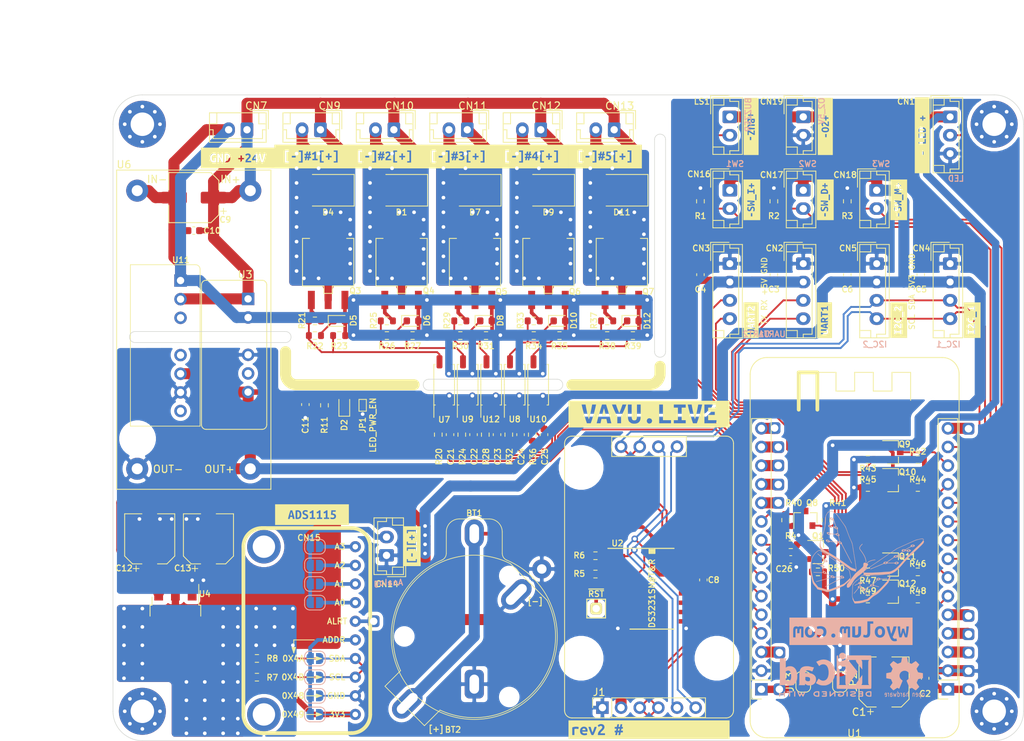
<source format=kicad_pcb>
(kicad_pcb (version 20171130) (host pcbnew 5.1.9-73d0e3b20d~88~ubuntu20.04.1)
  (title_block (title "vayuO2 - controller for Oxygen Concentrator") (date 2021-10-11) (rev "rev 2") (company www.wyolum.com) (comment 1 https://github.com/wyolum/vayuO2))
  (layers (0 F.Cu signal) (31 B.Cu signal) (34 B.Paste user) (35 F.Paste user) (36 B.SilkS user) (37 F.SilkS user) (38 B.Mask user) (39 F.Mask user) (44 Edge.Cuts user))
  (net 0 "")
  (net 1 GND)
  (net 2 /5V)
  (net 3 /rtc_ds3231/BAT)
  (net 4 /3V3)
  (net 5 /EN)
  (net 6 "Net-(D2-Pad1)")
  (net 7 "Net-(D2-Pad2)")
  (net 8 /SCL)
  (net 9 /SDA)
  (net 10 /rtc_ds3231/SQR)
  (net 11 /rtc_ds3231/32kHz)
  (net 12 /SW_I)
  (net 13 /IO15)
  (net 14 /IO13)
  (net 15 /TXD0)
  (net 16 /RXD0)
  (net 17 /SW_D)
  (net 18 /SW_M)
  (net 19 /rtc_ds3231/RESET)
  (net 20 /IO2)
  (net 21 /IO23)
  (net 22 /SENSOR_VN)
  (net 23 /SENSOR_VP)
  (net 24 GNDPWR)
  (net 25 +24V)
  (net 26 /mosfets/filter1)
  (net 27 /mosfets/filter2)
  (net 28 /mosfets/filter3)
  (net 29 /mosfets/filter4)
  (net 30 /mosfets/filter5)
  (net 31 "Net-(C26-Pad2)")
  (net 32 /DAT)
  (net 33 /TX2)
  (net 34 /RX2)
  (net 35 /mosfets/OP1)
  (net 36 /mosfets/OP2)
  (net 37 /mosfets/OP3)
  (net 38 /mosfets/OP4)
  (net 39 /mosfets/OP5)
  (net 40 "Net-(CN14-Pad2)")
  (net 41 /ADDR)
  (net 42 /ALRT)
  (net 43 /A0)
  (net 44 /A1)
  (net 45 /A2)
  (net 46 /A3)
  (net 47 "Net-(D5-Pad1)")
  (net 48 "Net-(D6-Pad1)")
  (net 49 "Net-(D8-Pad1)")
  (net 50 "Net-(D10-Pad1)")
  (net 51 "Net-(D12-Pad1)")
  (net 52 "Net-(Q3-Pad1)")
  (net 53 "Net-(Q4-Pad1)")
  (net 54 "Net-(Q5-Pad1)")
  (net 55 "Net-(Q6-Pad1)")
  (net 56 "Net-(Q7-Pad1)")
  (net 57 /LED_RGB)
  (net 58 /TXD2)
  (net 59 /RXD2)
  (net 60 /SPKR)
  (net 61 /OUT1)
  (net 62 "Net-(R21-Pad2)")
  (net 63 /OUT2)
  (net 64 "Net-(R25-Pad2)")
  (net 65 /OUT3)
  (net 66 "Net-(R29-Pad2)")
  (net 67 /OUT4)
  (net 68 "Net-(R33-Pad2)")
  (net 69 /OUT5)
  (net 70 "Net-(R37-Pad2)")
  (net 71 /IO4)
  (net 72 /TX0)
  (net 73 /RX0)
  (net 74 "Net-(LS1-Pad2)")
  (net 75 "Net-(J3-Pad1)")
  (net 76 "Net-(J10-Pad1)")
  (net 77 "Net-(J11-Pad1)")
  (net 78 "Net-(C1-Pad1)")
  (module AA_vayu:ESP32_DOIT_V1_Module (layer F.Cu) (at 151 131 180)
    (fp_text reference U1 (at 0 -6 180) (layer F.SilkS))
    (fp_text value ESP32_breakout)
    (pad 1 thru_hole rect (at -12.7 0 180) (size 1.7 1.7) (drill 1) (layers *.Cu *.Mask) (net 78 "Net-(C1-Pad1)"))
    (pad 2 thru_hole oval (at -12.7 2.54 180) (size 1.7 1.7) (drill 1) (layers *.Cu *.Mask) (net 1 GND))
    (pad 3 thru_hole oval (at -12.7 5.08 180) (size 1.7 1.7) (drill 1) (layers *.Cu *.Mask) (net 13 /IO15))
    (pad 4 thru_hole oval (at -12.7 7.62 180) (size 1.7 1.7) (drill 1) (layers *.Cu *.Mask) (net 20 /IO2))
    (pad 5 thru_hole oval (at -12.7 10.16 180) (size 1.7 1.7) (drill 1) (layers *.Cu *.Mask) (net 71 /IO4))
    (pad 6 thru_hole oval (at -12.7 12.7 180) (size 1.7 1.7) (drill 1) (layers *.Cu *.Mask) (net 59 /RXD2))
    (pad 7 thru_hole oval (at -12.7 15.24 180) (size 1.7 1.7) (drill 1) (layers *.Cu *.Mask) (net 58 /TXD2))
    (pad 8 thru_hole oval (at -12.7 17.78 180) (size 1.7 1.7) (drill 1) (layers *.Cu *.Mask) (net 18 /SW_M))
    (pad 9 thru_hole oval (at -12.7 20.32 180) (size 1.7 1.7) (drill 1) (layers *.Cu *.Mask) (net 17 /SW_D))
    (pad 10 thru_hole oval (at -12.7 22.86 180) (size 1.7 1.7) (drill 1) (layers *.Cu *.Mask) (net 12 /SW_I))
    (pad 11 thru_hole oval (at -12.7 25.4 180) (size 1.7 1.7) (drill 1) (layers *.Cu *.Mask) (net 9 /SDA))
    (pad 12 thru_hole oval (at -12.7 27.94 180) (size 1.7 1.7) (drill 1) (layers *.Cu *.Mask) (net 16 /RXD0))
    (pad 13 thru_hole oval (at -12.7 30.48 180) (size 1.7 1.7) (drill 1) (layers *.Cu *.Mask) (net 15 /TXD0))
    (pad 14 thru_hole oval (at -12.7 33.02 180) (size 1.7 1.7) (drill 1) (layers *.Cu *.Mask) (net 8 /SCL))
    (pad 15 thru_hole oval (at -12.7 35.56 180) (size 1.7 1.7) (drill 1) (layers *.Cu *.Mask) (net 21 /IO23))
    (pad 16 thru_hole oval (at 12.7 35.56 180) (size 1.7 1.7) (drill 1) (layers *.Cu *.Mask) (net 5 /EN))
    (pad 24 thru_hole oval (at 12.7 15.24 180) (size 1.7 1.7) (drill 1) (layers *.Cu *.Mask) (net 67 /OUT4))
    (pad 22 thru_hole oval (at 12.7 20.32 180) (size 1.7 1.7) (drill 1) (layers *.Cu *.Mask) (net 60 /SPKR))
    (pad 20 thru_hole oval (at 12.7 25.4 180) (size 1.7 1.7) (drill 1) (layers *.Cu *.Mask) (net 76 "Net-(J10-Pad1)"))
    (pad 23 thru_hole oval (at 12.7 17.78 180) (size 1.7 1.7) (drill 1) (layers *.Cu *.Mask) (net 69 /OUT5))
    (pad 21 thru_hole oval (at 12.7 22.86 180) (size 1.7 1.7) (drill 1) (layers *.Cu *.Mask) (net 57 /LED_RGB))
    (pad 18 thru_hole oval (at 12.7 30.48 180) (size 1.7 1.7) (drill 1) (layers *.Cu *.Mask) (net 22 /SENSOR_VN))
    (pad 17 thru_hole oval (at 12.7 33.02 180) (size 1.7 1.7) (drill 1) (layers *.Cu *.Mask) (net 23 /SENSOR_VP))
    (pad 19 thru_hole oval (at 12.7 27.94 180) (size 1.7 1.7) (drill 1) (layers *.Cu *.Mask) (net 77 "Net-(J11-Pad1)"))
    (pad 28 thru_hole oval (at 12.7 5.08 180) (size 1.7 1.7) (drill 1) (layers *.Cu *.Mask) (net 14 /IO13))
    (pad 25 thru_hole oval (at 12.7 12.7 180) (size 1.7 1.7) (drill 1) (layers *.Cu *.Mask) (net 65 /OUT3))
    (pad 26 thru_hole oval (at 12.7 10.16 180) (size 1.7 1.7) (drill 1) (layers *.Cu *.Mask) (net 63 /OUT2))
    (pad 27 thru_hole oval (at 12.7 7.62 180) (size 1.7 1.7) (drill 1) (layers *.Cu *.Mask) (net 61 /OUT1))
    (pad 29 thru_hole oval (at 12.7 2.54 180) (size 1.7 1.7) (drill 1) (layers *.Cu *.Mask) (net 1 GND))
    (pad 30 thru_hole rect (at 12.7 0 180) (size 1.7 1.7) (drill 1) (layers *.Cu *.Mask) (net 75 "Net-(J3-Pad1)"))
    (pad "" np_thru_hole circle (at 11.938 -4.318 180) (size 3.048 3.048) (drill 3.048) (layers *.Cu *.Mask) (clearance 1.524))
    (pad "" np_thru_hole circle (at -11.938 -4.318 180) (size 3.048 3.048) (drill 3.048) (layers *.Cu *.Mask) (clearance 1.524))
    (pad "" np_thru_hole circle (at -11.938 42.926 180) (size 3.048 3.048) (drill 3.048) (layers *.Cu *.Mask) (clearance 1.524))
    (pad "" np_thru_hole circle (at 11.938 42.926 180) (size 3.048 3.048) (drill 3.048) (layers *.Cu *.Mask) (clearance 1.524))
  )
  (module AA_vayu:SOT-23 (layer F.Cu) (at 156.2 114)
    (fp_text reference Q11 (at 2 -1.1) (layer F.SilkS) (effects (font (size 0.8 0.8))))
    (fp_text value BSS138)
    (pad 3 smd rect (at 1 0) (size 0.9 0.8) (layers F.Cu F.Paste F.Mask) (net 58 /TXD2))
    (pad 2 smd rect (at -1 0.95) (size 0.9 0.8) (layers F.Cu F.Paste F.Mask) (net 33 /TX2))
    (pad 1 smd rect (at -1 -0.95) (size 0.9 0.8) (layers F.Cu F.Paste F.Mask) (net 4 /3V3))
  )
  (module AA_vayu:BreakOutPad2 (layer F.Cu) (at 140.1 95.4)
    (fp_text reference J15 hide)
    (fp_text value Conn_01x01 hide)
    (pad 1 thru_hole roundrect (at 0 0) (size 1.6 1.6) (drill 1.02) (layers *.Cu *.Mask) (net 5 /EN))
  )
  (module AA_vayu:BreakOutPad2 (layer F.Cu) (at 166.5 95.5)
    (fp_text reference J14 hide)
    (fp_text value Conn_01x01 hide)
    (pad 1 thru_hole roundrect (at 0 0) (size 1.6 1.6) (drill 1.02) (layers *.Cu *.Mask) (net 21 /IO23))
  )
  (module AA_vayu:BreakOutPad2 (layer F.Cu) (at 140.6 98)
    (fp_text reference J13 hide)
    (fp_text value Conn_01x01 hide)
    (pad 1 thru_hole roundrect (at 0 0) (size 1.6 1.6) (drill 1.02) (layers *.Cu *.Mask) (net 23 /SENSOR_VP))
  )
  (module AA_vayu:BreakOutPad2 (layer F.Cu) (at 140.6 100.5)
    (fp_text reference J12 hide)
    (fp_text value Conn_01x01 hide)
    (pad 1 thru_hole roundrect (at 0 0) (size 1.6 1.6) (drill 1.02) (layers *.Cu *.Mask) (net 22 /SENSOR_VN))
  )
  (module AA_vayu:BreakOutPad2 (layer F.Cu) (at 140.6 103.1)
    (fp_text reference J11 hide)
    (fp_text value Conn_01x01 hide)
    (pad 1 thru_hole roundrect (at 0 0) (size 1.6 1.6) (drill 1.02) (layers *.Cu *.Mask) (net 77 "Net-(J11-Pad1)"))
  )
  (module AA_vayu:BreakOutPad2 (layer F.Cu) (at 140.6 105.6)
    (fp_text reference J10 hide)
    (fp_text value Conn_01x01 hide)
    (pad 1 thru_hole roundrect (at 0 0) (size 1.6 1.6) (drill 1.02) (layers *.Cu *.Mask) (net 76 "Net-(J10-Pad1)"))
  )
  (module AA_vayu:BreakOutPad2 (layer F.Cu) (at 166.5 121)
    (fp_text reference J9 hide)
    (fp_text value Conn_01x01 hide)
    (pad 1 thru_hole roundrect (at 0 0) (size 1.6 1.6) (drill 1.02) (layers *.Cu *.Mask) (net 71 /IO4))
  )
  (module AA_vayu:BreakOutPad2 (layer F.Cu) (at 166.5 123.5)
    (fp_text reference J8 hide)
    (fp_text value Conn_01x01 hide)
    (pad 1 thru_hole roundrect (at 0 0) (size 1.6 1.6) (drill 1.02) (layers *.Cu *.Mask) (net 20 /IO2))
  )
  (module AA_vayu:BreakOutPad2 (layer F.Cu) (at 85.5 121.73 90)
    (fp_text reference J7 hide)
    (fp_text value Conn_01x01 hide)
    (pad 1 thru_hole roundrect (at 0 0 90) (size 1.6 1.6) (drill 1.02) (layers *.Cu *.Mask) (net 42 /ALRT))
  )
  (module AA_vayu:BreakOutPad2 (layer F.Cu) (at 140.75 126)
    (fp_text reference J6 hide)
    (fp_text value Conn_01x01 hide)
    (pad 1 thru_hole roundrect (at 0 0) (size 1.6 1.6) (drill 1.02) (layers *.Cu *.Mask) (net 14 /IO13))
  )
  (module AA_vayu:BreakOutPad2 (layer F.Cu) (at 166.5 126)
    (fp_text reference J5 hide)
    (fp_text value Conn_01x01 hide)
    (pad 1 thru_hole roundrect (at 0 0) (size 1.6 1.6) (drill 1.02) (layers *.Cu *.Mask) (net 13 /IO15))
  )
  (module AA_vayu:BreakOutPad2 (layer F.Cu) (at 166.5 128.5)
    (fp_text reference J4 hide)
    (fp_text value Conn_01x01 hide)
    (pad 1 thru_hole roundrect (at 0 0) (size 1.6 1.6) (drill 1.02) (layers *.Cu *.Mask) (net 1 GND))
  )
  (module AA_vayu:BreakOutPad2 (layer F.Cu) (at 140.75 131)
    (fp_text reference J3 hide)
    (fp_text value Conn_01x01 hide)
    (pad 1 thru_hole roundrect (at 0 0) (size 1.6 1.6) (drill 1.02) (layers *.Cu *.Mask) (net 75 "Net-(J3-Pad1)"))
  )
  (module AA_vayu:BreakOutPad2 (layer F.Cu) (at 166.5 131)
    (fp_text reference J2 hide)
    (fp_text value Conn_01x01 hide)
    (pad 1 thru_hole roundrect (at 0 0) (size 1.6 1.6) (drill 1.02) (layers *.Cu *.Mask) (net 78 "Net-(C1-Pad1)"))
  )
  (module AA_vayu:SOT-23 (layer F.Cu) (at 146 112.3)
    (fp_text reference Q1 (at 0 -2.2) (layer F.SilkS) (effects (font (size 0.8 0.8))))
    (fp_text value MMBT3904)
    (pad 3 smd rect (at 1 0) (size 0.9 0.8) (layers F.Cu F.Paste F.Mask) (net 74 "Net-(LS1-Pad2)"))
    (pad 2 smd rect (at -1 0.95) (size 0.9 0.8) (layers F.Cu F.Paste F.Mask) (net 1 GND))
    (pad 1 smd rect (at -1 -0.95) (size 0.9 0.8) (layers F.Cu F.Paste F.Mask) (net 31 "Net-(C26-Pad2)"))
  )
  (module AA_vayu:label_rev2 (layer F.Cu) (at 123 136.5)
    (fp_text reference kibuzzard-6163C896 hide)
    (fp_text value G*** hide)
  )
  (module AA_vayu:SolderJumper-2_P1.3mm_Open_RoundedPad1.0x1.5mm (layer F.Cu) (at 144 130 90)
    (fp_text reference JP3 (at 0 -1.8 90) (layer F.SilkS))
    (fp_text value Jumper_5V_EN)
    (pad 2 smd custom (at 0.65 0 90) (size 1 0.5) (layers F.Cu F.Mask) (net 2 /5V) (options (clearance outline) (anchor rect)) (primitives (gr_circle (center 0 0.25) (end 0.5 0.25) (width 0)) (gr_circle (center 0 -0.25) (end 0.5 -0.25) (width 0)) (gr_poly (pts (xy 0 -0.75) (xy -0.5 -0.75) (xy -0.5 0.75) (xy 0 0.75)) (width 0))))
    (pad 1 smd custom (at -0.65 0 90) (size 1 0.5) (layers F.Cu F.Mask) (net 75 "Net-(J3-Pad1)") (options (clearance outline) (anchor rect)) (primitives (gr_circle (center 0 0.25) (end 0.5 0.25) (width 0)) (gr_circle (center 0 -0.25) (end 0.5 -0.25) (width 0)) (gr_poly (pts (xy 0 -0.75) (xy 0.5 -0.75) (xy 0.5 0.75) (xy 0 0.75)) (width 0))))
  )
  (module AA_vayu:SolderJumper-2_P1.3mm_Bridged_RoundedPad1.0x1.5mm (layer F.Cu) (at 149 130 270)
    (fp_text reference JP2 (at 0 -1.8 90) (layer F.SilkS))
    (fp_text value Jumper_3V_EN)
    (fp_poly (pts (xy 0.25 -0.3) (xy -0.25 -0.3) (xy -0.25 0.3) (xy 0.25 0.3)) (layer F.Cu) (width 0))
    (pad 1 smd custom (at -0.65 0 270) (size 1 0.5) (layers F.Cu F.Mask) (net 4 /3V3) (options (clearance outline) (anchor rect)) (primitives (gr_circle (center 0 0.25) (end 0.5 0.25) (width 0)) (gr_circle (center 0 -0.25) (end 0.5 -0.25) (width 0)) (gr_poly (pts (xy 0 -0.75) (xy 0.5 -0.75) (xy 0.5 0.75) (xy 0 0.75)) (width 0))))
    (pad 2 smd custom (at 0.65 0 270) (size 1 0.5) (layers F.Cu F.Mask) (net 78 "Net-(C1-Pad1)") (options (clearance outline) (anchor rect)) (primitives (gr_circle (center 0 0.25) (end 0.5 0.25) (width 0)) (gr_circle (center 0 -0.25) (end 0.5 -0.25) (width 0)) (gr_poly (pts (xy 0 -0.75) (xy -0.5 -0.75) (xy -0.5 0.75) (xy 0 0.75)) (width 0))))
  )
  (module AA_vayu:label_pm (layer F.Cu) (at 90.7 111.5 90)
    (fp_text reference kibuzzard-615F0246 hide)
    (fp_text value "#G***" hide)
  )
  (module AA_vayu:label_ads1115 (layer F.Cu) (at 77.1 107.2)
    (fp_text reference kibuzzard-615F01C3 hide)
    (fp_text value "#G***" hide)
  )
  (module AA_vayu:label_LED (layer F.Cu) (at 160.2 55.5 90)
    (fp_text reference kibuzzard-615F0547 hide)
    (fp_text value "#G***" hide)
  )
  (module AA_vayu:label_O2 (layer F.Cu) (at 147 54.3 90)
    (fp_text reference kibuzzard-615F04CC hide)
    (fp_text value "#G***" hide)
  )
  (module AA_vayu:label_buz (layer F.Cu) (at 136.9 54.3 270)
    (fp_text reference kibuzzard-615F0476 hide)
    (fp_text value "#G***" hide)
  )
  (module AA_vayu:label_sw_d (layer F.Cu) (at 147 64.3 90)
    (fp_text reference kibuzzard-615F0877 hide)
    (fp_text value "#G***" hide)
  )
  (module AA_vayu:label_sw_m (layer F.Cu) (at 157 64.3 90)
    (fp_text reference kibuzzard-615F0858 hide)
    (fp_text value "#G***" hide)
  )
  (module AA_vayu:label_sw_i (layer F.Cu) (at 137 64.3 90)
    (fp_text reference kibuzzard-615F08E2 hide)
    (fp_text value "#G***" hide)
  )
  (module AA_vayu:label_uart2 (layer F.Cu) (at 136.9 80.7 90)
    (fp_text reference kibuzzard-615F0408 hide)
    (fp_text value "#G***" hide)
  )
  (module AA_vayu:label_uart1 (layer F.Cu) (at 146.9 80.7 90)
    (fp_text reference kibuzzard-615F03BD hide)
    (fp_text value "#G***" hide)
  )
  (module AA_vayu:label_I2C_2 (layer F.Cu) (at 157 80.7 90)
    (fp_text reference kibuzzard-615F0326 hide)
    (fp_text value "#G***" hide)
  )
  (module AA_vayu:label_I2C_1 (layer F.Cu) (at 167 80.7 90)
    (fp_text reference kibuzzard-615F02BE hide)
    (fp_text value "#G***" hide)
  )
  (module AA_vayu:DC_DC_conv_6W (layer F.Cu) (at 59.2 75.3 270)
    (fp_text reference U11 (at -2.8 -0.05 180) (layer F.SilkS) (effects (font (size 0.8 0.8))))
    (fp_text value DC_DC_buck_6W)
    (pad VO thru_hole oval (at 12.7 0) (size 1.7 1.7) (drill 1) (layers *.Cu *.Mask) (net 2 /5V))
    (pad NC thru_hole oval (at 10.16 0) (size 1.7 1.7) (drill 1) (layers *.Cu *.Mask))
    (pad VIN thru_hole circle (at 2.54 0) (size 1.7 1.7) (drill 1) (layers *.Cu *.Mask) (net 25 +24V))
    (pad GNDPWR thru_hole rect (at 0 0) (size 1.7 1.7) (drill 1) (layers *.Cu *.Mask) (net 24 GNDPWR))
    (pad CTR thru_hole circle (at 5.08 0 270) (size 1.7 1.7) (drill 1) (layers *.Cu *.Mask))
    (pad GND thru_hole circle (at 15.24 0 270) (size 1.7 1.7) (drill 1) (layers *.Cu *.Mask) (net 1 GND))
    (pad NC thru_hole circle (at 17.78 0 270) (size 1.7 1.7) (drill 1) (layers *.Cu *.Mask))
  )
  (module AA_vayu:DC_DC_buck_LM2596 (layer F.Cu) (at 61 82 270)
    (fp_text reference U6 (at -22.5 9.5 180) (layer F.SilkS))
    (fp_text value 24V_BUCK)
    (fp_text user OUT- (at 19 3.5 180) (layer F.SilkS))
    (fp_text user OUT+ (at 19 -3.5 180) (layer F.SilkS))
    (fp_text user IN+ (at -20.5 -5 180) (layer F.SilkS))
    (fp_text user IN- (at -20.5 5 180) (layer F.SilkS))
    (pad "" np_thru_hole circle (at 14.85 7.65 270) (size 3 3) (drill 3) (layers *.Cu *.Mask) (clearance 1))
    (pad "" np_thru_hole circle (at -14.85 7.65 270) (size 3 3) (drill 3) (layers *.Cu *.Mask) (clearance 1))
    (pad "" np_thru_hole circle (at -14.85 -7.65 270) (size 3 3) (drill 3) (layers *.Cu *.Mask) (clearance 1))
    (pad GND thru_hole circle (at 18.95 7.7 270) (size 3 3) (drill 1.5) (layers *.Cu *.Mask) (net 1 GND))
    (pad VO thru_hole circle (at 18.95 -7.7 270) (size 3 3) (drill 1.5) (layers *.Cu *.Mask) (net 2 /5V))
    (pad GNDPWR thru_hole circle (at -18.95 7.7 270) (size 3 3) (drill 1.5) (layers *.Cu *.Mask) (net 24 GNDPWR))
    (pad VIN thru_hole circle (at -18.95 -7.7 270) (size 3 3) (drill 1.5) (layers *.Cu *.Mask) (net 25 +24V))
  )
  (module AA_vayu:DC_DC_conv_2W (layer F.Cu) (at 68.4 77.8 270)
    (fp_text reference U3 (at -3.3 0.4) (layer F.SilkS))
    (fp_text value B2405S-2WR2)
    (pad VIN thru_hole rect (at 0 0) (size 1.7 1.7) (drill 1) (layers *.Cu *.Mask) (net 25 +24V))
    (pad GNDPWR thru_hole oval (at 2.54 0) (size 1.7 1.7) (drill 1) (layers *.Cu *.Mask) (net 24 GNDPWR))
    (pad GND thru_hole oval (at 7.62 0) (size 1.7 1.7) (drill 1) (layers *.Cu *.Mask) (net 1 GND))
    (pad NC thru_hole oval (at 10.16 0) (size 1.7 1.7) (drill 1) (layers *.Cu *.Mask))
    (pad VO thru_hole oval (at 12.7 0) (size 1.7 1.7) (drill 1) (layers *.Cu *.Mask) (net 2 /5V))
  )
  (module AA_vayu:cr2032_03 (layer F.Cu) (at 99.2 123.8 180)
    (fp_text reference BT2 (at 2.9 -12.7 180) (layer F.SilkS) (effects (font (size 0.8 0.8))))
    (fp_text value Batt_RTC hide)
    (pad 2 thru_hole roundrect (at 0 -6.5 180) (size 2.6 3.9) (drill oval 1.3 2.6) (layers *.Cu *.Mask) (net 1 GND))
    (pad 1 thru_hole oval (at 0 14 180) (size 2.6 3.9) (drill oval 1.3 2.6) (layers *.Cu *.Mask) (net 3 /rtc_ds3231/BAT))
    (pad "" np_thru_hole circle (at -4.762 8.249 180) (size 1.8 1.8) (drill 1.8) (layers *.Cu *.Mask))
    (pad "" np_thru_hole circle (at 9.525 0 180) (size 1.8 1.8) (drill 1.8) (layers *.Cu *.Mask))
    (pad "" np_thru_hole circle (at -4.762 -8.249 180) (size 1.8 1.8) (drill 1.8) (layers *.Cu *.Mask))
  )
  (module AA_vayu:R_0603_1608Metric (layer F.Cu) (at 150 64.5 90)
    (fp_text reference R3 (at -2 0 180) (layer F.SilkS) (effects (font (size 0.8 0.8))))
    (fp_text value 10k)
    (pad 2 smd roundrect (at 0.825 0 90) (size 0.8 0.95) (layers F.Cu F.Paste F.Mask) (net 1 GND))
    (pad 1 smd roundrect (at -0.825 0 90) (size 0.8 0.95) (layers F.Cu F.Paste F.Mask) (net 18 /SW_M))
  )
  (module AA_vayu:CP_Elec_6.3x5.3 (layer F.Cu) (at 155 130 90)
    (fp_text reference C1 (at -4.1 -3.4 180) (layer F.SilkS))
    (fp_text value 100uF/6V3)
    (pad 2 smd roundrect (at 2.8 0 90) (size 3.5 1.6) (layers F.Cu F.Paste F.Mask) (roundrect_rratio 0.15625) (net 1 GND))
    (pad 1 smd roundrect (at -2.8 0 90) (size 3.5 1.6) (layers F.Cu F.Paste F.Mask) (roundrect_rratio 0.15625) (net 78 "Net-(C1-Pad1)"))
  )
  (module AA_vayu:JST_EH_B2B-EH-A_1x02_P2.50mm_Vertical (layer F.Cu) (at 134 53 270)
    (fp_text reference LS1 (at -2.1 3.8 180) (layer F.SilkS) (effects (font (size 0.8 0.8))))
    (fp_text value Piezo)
    (fp_text user BUZZER (at -0.3 -2.5 270) (layer B.SilkS) (effects (font (size 0.8 0.8)) (justify mirror)))
    (pad 2 thru_hole oval (at 2.5 0 270) (size 1.7 2) (drill 1) (layers *.Cu *.Mask) (net 74 "Net-(LS1-Pad2)"))
    (pad 1 thru_hole roundrect (at 0 0 270) (size 1.7 2) (drill 1) (layers *.Cu *.Mask) (roundrect_rratio 0.1470588235294118) (net 2 /5V))
  )
  (module AA_vayu:JST_EH_B2B-EH-A_1x02_P2.50mm_Vertical (layer F.Cu) (at 118.25 54.75 180)
    (fp_text reference CN13 (at -0.75 3.25) (layer F.SilkS))
    (fp_text value OUT)
    (pad 2 thru_hole oval (at 2.5 0 180) (size 1.7 2) (drill 1) (layers *.Cu *.Mask) (net 39 /mosfets/OP5))
    (pad 1 thru_hole roundrect (at 0 0 180) (size 1.7 2) (drill 1) (layers *.Cu *.Mask) (roundrect_rratio 0.1470588235294118) (net 25 +24V))
  )
  (module AA_vayu:JST_EH_B2B-EH-A_1x02_P2.50mm_Vertical (layer F.Cu) (at 108.25 54.75 180)
    (fp_text reference CN12 (at -0.75 3.25) (layer F.SilkS))
    (fp_text value OUT)
    (pad 2 thru_hole oval (at 2.5 0 180) (size 1.7 2) (drill 1) (layers *.Cu *.Mask) (net 38 /mosfets/OP4))
    (pad 1 thru_hole roundrect (at 0 0 180) (size 1.7 2) (drill 1) (layers *.Cu *.Mask) (roundrect_rratio 0.1470588235294118) (net 25 +24V))
  )
  (module AA_vayu:JST_EH_B2B-EH-A_1x02_P2.50mm_Vertical (layer F.Cu) (at 98.25 54.75 180)
    (fp_text reference CN11 (at -0.75 3.25) (layer F.SilkS))
    (fp_text value OUT)
    (pad 2 thru_hole oval (at 2.5 0 180) (size 1.7 2) (drill 1) (layers *.Cu *.Mask) (net 37 /mosfets/OP3))
    (pad 1 thru_hole roundrect (at 0 0 180) (size 1.7 2) (drill 1) (layers *.Cu *.Mask) (roundrect_rratio 0.1470588235294118) (net 25 +24V))
  )
  (module AA_vayu:JST_EH_B2B-EH-A_1x02_P2.50mm_Vertical (layer F.Cu) (at 88.25 54.75 180)
    (fp_text reference CN10 (at -0.75 3.25) (layer F.SilkS))
    (fp_text value OUT)
    (pad 2 thru_hole oval (at 2.5 0 180) (size 1.7 2) (drill 1) (layers *.Cu *.Mask) (net 36 /mosfets/OP2))
    (pad 1 thru_hole roundrect (at 0 0 180) (size 1.7 2) (drill 1) (layers *.Cu *.Mask) (roundrect_rratio 0.1470588235294118) (net 25 +24V))
  )
  (module AA_vayu:JST_EH_B2B-EH-A_1x02_P2.50mm_Vertical (layer F.Cu) (at 78.25 54.75 180)
    (fp_text reference CN9 (at -1.25 3.25) (layer F.SilkS))
    (fp_text value OUT)
    (pad 2 thru_hole oval (at 2.5 0 180) (size 1.7 2) (drill 1) (layers *.Cu *.Mask) (net 35 /mosfets/OP1))
    (pad 1 thru_hole roundrect (at 0 0 180) (size 1.7 2) (drill 1) (layers *.Cu *.Mask) (roundrect_rratio 0.1470588235294118) (net 25 +24V))
  )
  (module AA_vayu:JST_EH_B2B-EH-A_1x02_P2.50mm_Vertical (layer F.Cu) (at 68.25 54.75 180)
    (fp_text reference CN7 (at -1.25 3.25) (layer F.SilkS))
    (fp_text value 24VDC)
    (pad 2 thru_hole oval (at 2.5 0 180) (size 1.7 2) (drill 1) (layers *.Cu *.Mask) (net 24 GNDPWR))
    (pad 1 thru_hole roundrect (at 0 0 180) (size 1.7 2) (drill 1) (layers *.Cu *.Mask) (roundrect_rratio 0.1470588235294118) (net 25 +24V))
  )
  (module AA_vayu:DS3231_breakout (layer F.Cu) (at 123 133.5 90)
    (fp_text reference J1 (at 2.1 -6.8) (layer F.SilkS))
    (fp_text value DS3231_BO)
    (pad 1 thru_hole rect (at 0 -6.35 90) (size 1.7 1.7) (drill 1) (layers *.Cu *.Mask) (net 1 GND))
    (pad 2 thru_hole oval (at 0 -3.81 90) (size 1.7 1.7) (drill 1) (layers *.Cu *.Mask) (net 4 /3V3))
    (pad 3 thru_hole oval (at 0 -1.27 90) (size 1.7 1.7) (drill 1) (layers *.Cu *.Mask) (net 9 /SDA))
    (pad 4 thru_hole oval (at 0 1.27 90) (size 1.7 1.7) (drill 1) (layers *.Cu *.Mask) (net 8 /SCL))
    (pad 5 thru_hole oval (at 0 3.81 90) (size 1.7 1.7) (drill 1) (layers *.Cu *.Mask) (net 10 /rtc_ds3231/SQR))
    (pad 6 thru_hole oval (at 0 6.35 90) (size 1.7 1.7) (drill 1) (layers *.Cu *.Mask) (net 11 /rtc_ds3231/32kHz))
    (pad 6 thru_hole oval (at 35.56 3.81 90) (size 1.7 1.7) (drill 1) (layers *.Cu *.Mask) (net 11 /rtc_ds3231/32kHz))
    (pad 5 thru_hole oval (at 35.56 1.27 90) (size 1.7 1.7) (drill 1) (layers *.Cu *.Mask) (net 10 /rtc_ds3231/SQR))
    (pad 3 thru_hole oval (at 35.56 -3.81 90) (size 1.7 1.7) (drill 1) (layers *.Cu *.Mask) (net 9 /SDA))
    (pad 4 thru_hole oval (at 35.56 -1.27 90) (size 1.7 1.7) (drill 1) (layers *.Cu *.Mask) (net 8 /SCL))
    (pad "" np_thru_hole circle (at 6.73 -9.25 90) (size 3.048 3.048) (drill 3.048) (layers *.Cu *.Mask) (clearance 1.524))
    (pad "" np_thru_hole circle (at 32.73 -9.25 90) (size 3.048 3.048) (drill 3.048) (layers *.Cu *.Mask) (clearance 1.524))
    (pad "" np_thru_hole circle (at 6.73 9.25 90) (size 3.048 3.048) (drill 3.048) (layers *.Cu *.Mask) (clearance 1.524))
  )
  (module AA_vayu:label_vayu (layer F.Cu) (at 123 93.5)
    (fp_text reference kibuzzard-615F0BBC hide)
    (fp_text value "#G***" hide)
  )
  (module AA_vayu:label_out5 (layer F.Cu) (at 117 58.4)
    (fp_text reference kibuzzard-615EFF24 hide)
    (fp_text value "#G***" hide)
  )
  (module AA_vayu:label_out4 (layer F.Cu) (at 107 58.4)
    (fp_text reference kibuzzard-615EFF1D hide)
    (fp_text value "#G***" hide)
  )
  (module AA_vayu:label_out3 (layer F.Cu) (at 97 58.4)
    (fp_text reference kibuzzard-615EFF16 hide)
    (fp_text value "#G***" hide)
  )
  (module AA_vayu:label_out2 (layer F.Cu) (at 87 58.4)
    (fp_text reference kibuzzard-615EFF0D hide)
    (fp_text value "#G***" hide)
  )
  (module AA_vayu:label_24V (layer F.Cu) (at 67 58.6)
    (fp_text reference kibuzzard-615EFE42 hide)
    (fp_text value "#G***" hide)
  )
  (module label (layer F.Cu) (at 77 58.4)
    (fp_text reference kibuzzard-615EFE7C hide)
    (fp_text value "#G***" hide)
  )
  (module AA_vayu:label_wyolum (layer B.Cu) (at 150.5 123.1 180)
    (fp_text reference kibuzzard-615EFBF6 hide)
    (fp_text value G*** hide)
  )
  (module AA_vayu:SO-4_5.3x2.7mm_P1.27mm (layer F.Cu) (at 104.7 89.5 90)
    (fp_text reference U8 (at -4.7 0 180) (layer F.SilkS) (effects (font (size 0.8 0.8))))
    (fp_text value PS2801-1)
    (pad 1 smd roundrect (at -3.125 -0.635 90) (size 1.8 0.8) (layers F.Cu F.Paste F.Mask) (net 29 /mosfets/filter4))
    (pad 2 smd roundrect (at -3.125 0.635 90) (size 1.8 0.8) (layers F.Cu F.Paste F.Mask) (net 1 GND))
    (pad 3 smd roundrect (at 3.125 0.635 90) (size 1.8 0.8) (layers F.Cu F.Paste F.Mask) (net 24 GNDPWR))
    (pad 4 smd roundrect (at 3.125 -0.635 90) (size 1.8 0.8) (layers F.Cu F.Paste F.Mask) (net 68 "Net-(R33-Pad2)"))
  )
  (module AA_vayu:SO-4_5.3x2.7mm_P1.27mm (layer F.Cu) (at 101.5 89.5 90)
    (fp_text reference U12 (at -4.7 0 180) (layer F.SilkS) (effects (font (size 0.8 0.8))))
    (fp_text value PS2801-1)
    (pad 1 smd roundrect (at -3.125 -0.635 90) (size 1.8 0.8) (layers F.Cu F.Paste F.Mask) (net 28 /mosfets/filter3))
    (pad 2 smd roundrect (at -3.125 0.635 90) (size 1.8 0.8) (layers F.Cu F.Paste F.Mask) (net 1 GND))
    (pad 3 smd roundrect (at 3.125 0.635 90) (size 1.8 0.8) (layers F.Cu F.Paste F.Mask) (net 24 GNDPWR))
    (pad 4 smd roundrect (at 3.125 -0.635 90) (size 1.8 0.8) (layers F.Cu F.Paste F.Mask) (net 66 "Net-(R29-Pad2)"))
  )
  (module AA_vayu:SO-4_5.3x2.7mm_P1.27mm (layer F.Cu) (at 98.3 89.5 90)
    (fp_text reference U9 (at -4.7 0 180) (layer F.SilkS) (effects (font (size 0.8 0.8))))
    (fp_text value PS2801-1)
    (pad 1 smd roundrect (at -3.125 -0.635 90) (size 1.8 0.8) (layers F.Cu F.Paste F.Mask) (net 27 /mosfets/filter2))
    (pad 2 smd roundrect (at -3.125 0.635 90) (size 1.8 0.8) (layers F.Cu F.Paste F.Mask) (net 1 GND))
    (pad 3 smd roundrect (at 3.125 0.635 90) (size 1.8 0.8) (layers F.Cu F.Paste F.Mask) (net 24 GNDPWR))
    (pad 4 smd roundrect (at 3.125 -0.635 90) (size 1.8 0.8) (layers F.Cu F.Paste F.Mask) (net 64 "Net-(R25-Pad2)"))
  )
  (module AA_vayu:SO-4_5.3x2.7mm_P1.27mm (layer F.Cu) (at 95.1 89.5 90)
    (fp_text reference U7 (at -4.75 0 180) (layer F.SilkS) (effects (font (size 0.8 0.8))))
    (fp_text value PS2801-1)
    (pad 1 smd roundrect (at -3.125 -0.635 90) (size 1.8 0.8) (layers F.Cu F.Paste F.Mask) (net 26 /mosfets/filter1))
    (pad 2 smd roundrect (at -3.125 0.635 90) (size 1.8 0.8) (layers F.Cu F.Paste F.Mask) (net 1 GND))
    (pad 3 smd roundrect (at 3.125 0.635 90) (size 1.8 0.8) (layers F.Cu F.Paste F.Mask) (net 24 GNDPWR))
    (pad 4 smd roundrect (at 3.125 -0.635 90) (size 1.8 0.8) (layers F.Cu F.Paste F.Mask) (net 62 "Net-(R21-Pad2)"))
  )
  (module AA_vayu:SO-4_5.3x2.7mm_P1.27mm (layer F.Cu) (at 107.9 89.5 90)
    (fp_text reference U10 (at -4.7 0 180) (layer F.SilkS) (effects (font (size 0.8 0.8))))
    (fp_text value PS2801-1)
    (pad 1 smd roundrect (at -3.125 -0.635 90) (size 1.8 0.8) (layers F.Cu F.Paste F.Mask) (net 30 /mosfets/filter5))
    (pad 2 smd roundrect (at -3.125 0.635 90) (size 1.8 0.8) (layers F.Cu F.Paste F.Mask) (net 1 GND))
    (pad 3 smd roundrect (at 3.125 0.635 90) (size 1.8 0.8) (layers F.Cu F.Paste F.Mask) (net 24 GNDPWR))
    (pad 4 smd roundrect (at 3.125 -0.635 90) (size 1.8 0.8) (layers F.Cu F.Paste F.Mask) (net 70 "Net-(R37-Pad2)"))
  )
  (module AA_vayu:CP_Elec_6.3x7.7 (layer F.Cu) (at 63 110.5 90)
    (fp_text reference C13 (at -4 -3.5 180) (layer F.SilkS) (effects (font (size 0.8 0.8))))
    (fp_text value 22uF/25V)
    (pad 2 smd roundrect (at 2.7 0 90) (size 3.5 1.6) (layers F.Cu F.Paste F.Mask) (roundrect_rratio 0.15625) (net 1 GND))
    (pad 1 smd roundrect (at -2.7 0 90) (size 3.5 1.6) (layers F.Cu F.Paste F.Mask) (roundrect_rratio 0.15625) (net 4 /3V3))
  )
  (module AA_vayu:CP_Elec_6.3x7.7 (layer F.Cu) (at 55 110.5 90)
    (fp_text reference C12 (at -4 -3.5 180) (layer F.SilkS) (effects (font (size 0.8 0.8))))
    (fp_text value 10uF/25V)
    (pad 2 smd roundrect (at 2.7 0 90) (size 3.5 1.6) (layers F.Cu F.Paste F.Mask) (roundrect_rratio 0.15625) (net 1 GND))
    (pad 1 smd roundrect (at -2.7 0 90) (size 3.5 1.6) (layers F.Cu F.Paste F.Mask) (roundrect_rratio 0.15625) (net 2 /5V))
  )
  (module AA_vayu:CP_Elec_6.3x7.7 (layer F.Cu) (at 61 64 180)
    (fp_text reference C9 (at -4.3 -3) (layer F.SilkS) (effects (font (size 0.8 0.8))))
    (fp_text value 10uF/25V)
    (pad 2 smd roundrect (at 2.7 0 180) (size 3.5 1.6) (layers F.Cu F.Paste F.Mask) (roundrect_rratio 0.15625) (net 24 GNDPWR))
    (pad 1 smd roundrect (at -2.7 0 180) (size 3.5 1.6) (layers F.Cu F.Paste F.Mask) (roundrect_rratio 0.15625) (net 25 +24V))
  )
  (module AA_vayu:R_0603_1608Metric (layer F.Cu) (at 90.8 82.8 180)
    (fp_text reference R27 (at 0 -1.43) (layer F.SilkS) (effects (font (size 0.8 0.8))))
    (fp_text value 10k)
    (pad 2 smd roundrect (at 0.825 0 180) (size 0.8 0.95) (layers F.Cu F.Paste F.Mask) (net 64 "Net-(R25-Pad2)"))
    (pad 1 smd roundrect (at -0.825 0 180) (size 0.8 0.95) (layers F.Cu F.Paste F.Mask) (net 24 GNDPWR))
  )
  (module AA_vayu:MOSFET_D_PAK (layer F.Cu) (at 99.3 72.8)
    (fp_text reference Q5 (at 3.6 4 180) (layer F.SilkS) (effects (font (size 0.8 0.8))))
    (fp_text value IRLR7843TRPBF hide)
    (pad 2 smd rect (at 0 5.1435) (size 0.9398 2.4892) (layers F.Cu F.Paste F.Mask) (net 37 /mosfets/OP3))
    (pad 1 smd rect (at -2.286 5.1435) (size 0.9398 2.4892) (layers F.Cu F.Paste F.Mask) (net 54 "Net-(Q5-Pad1)"))
    (pad 3 smd rect (at 2.286 5.1435) (size 0.9398 2.4892) (layers F.Cu F.Paste F.Mask) (net 24 GNDPWR))
    (pad 2 smd rect (at 0 -1.9558) (size 4.3688 5.9182) (layers F.Cu F.Paste F.Mask) (net 37 /mosfets/OP3))
  )
  (module AA_vayu:MOSFET_D_PAK (layer F.Cu) (at 79.3 72.8)
    (fp_text reference Q3 (at 3.7 3.9 180) (layer F.SilkS) (effects (font (size 0.8 0.8))))
    (fp_text value IRLR7843TRPBF hide)
    (pad 2 smd rect (at 0 5.1435) (size 0.9398 2.4892) (layers F.Cu F.Paste F.Mask) (net 35 /mosfets/OP1))
    (pad 1 smd rect (at -2.286 5.1435) (size 0.9398 2.4892) (layers F.Cu F.Paste F.Mask) (net 52 "Net-(Q3-Pad1)"))
    (pad 3 smd rect (at 2.286 5.1435) (size 0.9398 2.4892) (layers F.Cu F.Paste F.Mask) (net 24 GNDPWR))
    (pad 2 smd rect (at 0 -1.9558) (size 4.3688 5.9182) (layers F.Cu F.Paste F.Mask) (net 35 /mosfets/OP1))
  )
  (module AA_vayu:C_0603_1608Metric (layer F.Cu) (at 108.7 96.3 90)
    (fp_text reference C25 (at -3 0.1 90) (layer F.SilkS) (effects (font (size 0.8 0.8))))
    (fp_text value 100nF)
    (pad 2 smd roundrect (at 0.775 0 90) (size 0.9 0.95) (layers F.Cu F.Paste F.Mask) (net 1 GND))
    (pad 1 smd roundrect (at -0.775 0 90) (size 0.9 0.95) (layers F.Cu F.Paste F.Mask) (net 30 /mosfets/filter5))
  )
  (module AA_vayu:R_0603_1608Metric (layer F.Cu) (at 152.8 118.7)
    (fp_text reference R49 (at 0 -1.100001) (layer F.SilkS) (effects (font (size 0.8 0.8))))
    (fp_text value 10k)
    (pad 2 smd roundrect (at 0.825 0) (size 0.8 0.95) (layers F.Cu F.Paste F.Mask) (net 34 /RX2))
    (pad 1 smd roundrect (at -0.825 0) (size 0.8 0.95) (layers F.Cu F.Paste F.Mask) (net 2 /5V))
  )
  (module AA_vayu:R_0603_1608Metric (layer F.Cu) (at 159.6 118.7 180)
    (fp_text reference R48 (at 0.000001 1.099998) (layer F.SilkS) (effects (font (size 0.8 0.8))))
    (fp_text value 10k)
    (pad 2 smd roundrect (at 0.825 0 180) (size 0.8 0.95) (layers F.Cu F.Paste F.Mask) (net 59 /RXD2))
    (pad 1 smd roundrect (at -0.825 0 180) (size 0.8 0.95) (layers F.Cu F.Paste F.Mask) (net 4 /3V3))
  )
  (module AA_vayu:SOT-23 (layer F.Cu) (at 156.2 117.7)
    (fp_text reference Q12 (at 2 -1.1) (layer F.SilkS) (effects (font (size 0.8 0.8))))
    (fp_text value BSS138)
    (pad 3 smd rect (at 1 0) (size 0.9 0.8) (layers F.Cu F.Paste F.Mask) (net 59 /RXD2))
    (pad 2 smd rect (at -1 0.95) (size 0.9 0.8) (layers F.Cu F.Paste F.Mask) (net 34 /RX2))
    (pad 1 smd rect (at -1 -0.95) (size 0.9 0.8) (layers F.Cu F.Paste F.Mask) (net 4 /3V3))
  )
  (module AA_vayu:JST_EH_B4B-EH-A_1x04_P2.50mm_Vertical (layer F.Cu) (at 134 73 270)
    (fp_text reference CN3 (at -2.1 3.9 180) (layer F.SilkS) (effects (font (size 0.8 0.8))))
    (fp_text value UART2 (at 9.6 -3.6) (layer B.SilkS) (effects (font (size 0.8 0.8)) (justify mirror)))
    (pad 4 thru_hole oval (at 7.5 0 270) (size 1.7 1.95) (drill 0.95) (layers *.Cu *.Mask) (net 33 /TX2))
    (pad 3 thru_hole oval (at 5 0 270) (size 1.7 1.95) (drill 0.95) (layers *.Cu *.Mask) (net 34 /RX2))
    (pad 2 thru_hole oval (at 2.5 0 270) (size 1.7 1.95) (drill 0.95) (layers *.Cu *.Mask) (net 2 /5V))
    (pad 1 thru_hole roundrect (at 0 0 270) (size 1.7 1.95) (drill 0.95) (layers *.Cu *.Mask) (roundrect_rratio 0.1470588235294118) (net 1 GND))
  )
  (module AA_vayu:TO-252-3_TabPin2 (layer F.Cu) (at 58.5 122 270)
    (fp_text reference U4 (at -4 -4 180) (layer F.SilkS) (effects (font (size 0.8 0.8))))
    (fp_text value LM1117-33)
    (pad 1 smd rect (at -4.2 -2.28 270) (size 2.2 1.2) (layers F.Cu F.Paste F.Mask) (net 1 GND))
    (pad 2 smd rect (at -4.2 0 270) (size 2.2 1.2) (layers F.Cu F.Paste F.Mask) (net 4 /3V3))
    (pad 3 smd rect (at -4.2 2.28 270) (size 2.2 1.2) (layers F.Cu F.Paste F.Mask) (net 2 /5V))
    (pad 2 smd rect (at 2.1 0 270) (size 6.4 5.8) (layers F.Cu F.Mask) (net 4 /3V3))
  )
  (module AA_vayu:C_0603_1608Metric (layer F.Cu) (at 160.6 129.5 90)
    (fp_text reference C2 (at -2.099999 0.000001 180) (layer F.SilkS) (effects (font (size 0.8 0.8))))
    (fp_text value 1uF/10V)
    (pad 2 smd roundrect (at 0.775 0 90) (size 0.9 0.95) (layers F.Cu F.Paste F.Mask) (net 1 GND))
    (pad 1 smd roundrect (at -0.775 0 90) (size 0.9 0.95) (layers F.Cu F.Paste F.Mask) (net 78 "Net-(C1-Pad1)"))
  )
  (module AA_vayu:LED_0603_1608Metric (layer F.Cu) (at 81.5 92.3 90)
    (fp_text reference D2 (at -2.7 0 90) (layer F.SilkS) (effects (font (size 0.8 0.8))))
    (fp_text value LED_PWR)
    (pad 1 smd roundrect (at -0.7875 0 90) (size 0.875 0.95) (layers F.Cu F.Paste F.Mask) (net 6 "Net-(D2-Pad1)"))
    (pad 2 smd roundrect (at 0.7875 0 90) (size 0.875 0.95) (layers F.Cu F.Paste F.Mask) (net 7 "Net-(D2-Pad2)"))
  )
  (module AA_vayu:R_0603_1608Metric (layer F.Cu) (at 78.8 92.3 90)
    (fp_text reference R11 (at -2.7 0 90) (layer F.SilkS) (effects (font (size 0.8 0.8))))
    (fp_text value 1k)
    (pad 1 smd roundrect (at -0.825 0 90) (size 0.8 0.95) (layers F.Cu F.Paste F.Mask) (net 6 "Net-(D2-Pad1)"))
    (pad 2 smd roundrect (at 0.825 0 90) (size 0.8 0.95) (layers F.Cu F.Paste F.Mask) (net 2 /5V))
  )
  (module AA_vayu:R_0402 (layer F.Cu) (at 84 92.3 90)
    (fp_text reference JP1 (at -2.7 0 90) (layer F.SilkS) (effects (font (size 0.8 0.8))))
    (fp_text value LED_PWR_EN (at -2.7 1.4 90) (layer F.SilkS) (effects (font (size 0.8 0.8))))
    (pad 1 smd rect (at -0.45 0 90) (size 0.4 0.6) (layers F.Cu F.Paste F.Mask) (net 1 GND))
    (pad 2 smd rect (at 0.45 0 90) (size 0.4 0.6) (layers F.Cu F.Paste F.Mask) (net 7 "Net-(D2-Pad2)"))
  )
  (module AA_vayu:R_0603_1608Metric (layer F.Cu) (at 97.3 82.8 180)
    (fp_text reference R30 (at 0 -1.43) (layer F.SilkS) (effects (font (size 0.8 0.8))))
    (fp_text value 1k)
    (pad 2 smd roundrect (at 0.825 0 180) (size 0.8 0.95) (layers F.Cu F.Paste F.Mask) (net 66 "Net-(R29-Pad2)"))
    (pad 1 smd roundrect (at -0.825 0 180) (size 0.8 0.95) (layers F.Cu F.Paste F.Mask) (net 49 "Net-(D8-Pad1)"))
  )
  (module AA_vayu:JST_EH_B2B-EH-A_1x02_P2.50mm_Vertical (layer F.Cu) (at 144 53 270)
    (fp_text reference CN19 (at -2.1 4.3 180) (layer F.SilkS) (effects (font (size 0.8 0.8))))
    (fp_text value Conn_O2_5V)
    (fp_text user O2_5V (at -0.8 -2.5 270) (layer B.SilkS) (effects (font (size 0.8 0.8)) (justify mirror)))
    (pad 2 thru_hole oval (at 2.5 0 270) (size 1.7 2) (drill 1) (layers *.Cu *.Mask) (net 1 GND))
    (pad 1 thru_hole roundrect (at 0 0 270) (size 1.7 2) (drill 1) (layers *.Cu *.Mask) (roundrect_rratio 0.1470588235294118) (net 2 /5V))
  )
  (module AA_vayu:MountingHole_3.2mm_M3_Pad_Via (layer F.Cu) (at 170 54)
    (fp_text reference HB4 hide)
    (fp_text value mtg_hole_3mm hide)
    (pad 1 thru_hole circle (at 0 0) (size 6.4 6.4) (drill 3.2) (layers *.Cu *.Mask))
    (pad 1 thru_hole circle (at 2.4 0) (size 0.8 0.8) (drill 0.5) (layers *.Cu *.Mask))
    (pad 1 thru_hole circle (at 1.697056 1.697056) (size 0.8 0.8) (drill 0.5) (layers *.Cu *.Mask))
    (pad 1 thru_hole circle (at 0 2.4) (size 0.8 0.8) (drill 0.5) (layers *.Cu *.Mask))
    (pad 1 thru_hole circle (at -1.697056 1.697056) (size 0.8 0.8) (drill 0.5) (layers *.Cu *.Mask))
    (pad 1 thru_hole circle (at -2.4 0) (size 0.8 0.8) (drill 0.5) (layers *.Cu *.Mask))
    (pad 1 thru_hole circle (at -1.697056 -1.697056) (size 0.8 0.8) (drill 0.5) (layers *.Cu *.Mask))
    (pad 1 thru_hole circle (at 0 -2.4) (size 0.8 0.8) (drill 0.5) (layers *.Cu *.Mask))
    (pad 1 thru_hole circle (at 1.697056 -1.697056) (size 0.8 0.8) (drill 0.5) (layers *.Cu *.Mask))
  )
  (module AA_vayu:MountingHole_3.2mm_M3_Pad_Via (layer F.Cu) (at 170 134)
    (fp_text reference HB3 hide)
    (fp_text value mtg_hole_3mm hide)
    (pad 1 thru_hole circle (at 0 0) (size 6.4 6.4) (drill 3.2) (layers *.Cu *.Mask))
    (pad 1 thru_hole circle (at 2.4 0) (size 0.8 0.8) (drill 0.5) (layers *.Cu *.Mask))
    (pad 1 thru_hole circle (at 1.697056 1.697056) (size 0.8 0.8) (drill 0.5) (layers *.Cu *.Mask))
    (pad 1 thru_hole circle (at 0 2.4) (size 0.8 0.8) (drill 0.5) (layers *.Cu *.Mask))
    (pad 1 thru_hole circle (at -1.697056 1.697056) (size 0.8 0.8) (drill 0.5) (layers *.Cu *.Mask))
    (pad 1 thru_hole circle (at -2.4 0) (size 0.8 0.8) (drill 0.5) (layers *.Cu *.Mask))
    (pad 1 thru_hole circle (at -1.697056 -1.697056) (size 0.8 0.8) (drill 0.5) (layers *.Cu *.Mask))
    (pad 1 thru_hole circle (at 0 -2.4) (size 0.8 0.8) (drill 0.5) (layers *.Cu *.Mask))
    (pad 1 thru_hole circle (at 1.697056 -1.697056) (size 0.8 0.8) (drill 0.5) (layers *.Cu *.Mask))
  )
  (module AA_vayu:MountingHole_3.2mm_M3_Pad_Via (layer F.Cu) (at 54 54)
    (fp_text reference HB2 hide)
    (fp_text value mtg_hole_3mm hide)
    (pad 1 thru_hole circle (at 0 0) (size 6.4 6.4) (drill 3.2) (layers *.Cu *.Mask))
    (pad 1 thru_hole circle (at 2.4 0) (size 0.8 0.8) (drill 0.5) (layers *.Cu *.Mask))
    (pad 1 thru_hole circle (at 1.697056 1.697056) (size 0.8 0.8) (drill 0.5) (layers *.Cu *.Mask))
    (pad 1 thru_hole circle (at 0 2.4) (size 0.8 0.8) (drill 0.5) (layers *.Cu *.Mask))
    (pad 1 thru_hole circle (at -1.697056 1.697056) (size 0.8 0.8) (drill 0.5) (layers *.Cu *.Mask))
    (pad 1 thru_hole circle (at -2.4 0) (size 0.8 0.8) (drill 0.5) (layers *.Cu *.Mask))
    (pad 1 thru_hole circle (at -1.697056 -1.697056) (size 0.8 0.8) (drill 0.5) (layers *.Cu *.Mask))
    (pad 1 thru_hole circle (at 0 -2.4) (size 0.8 0.8) (drill 0.5) (layers *.Cu *.Mask))
    (pad 1 thru_hole circle (at 1.697056 -1.697056) (size 0.8 0.8) (drill 0.5) (layers *.Cu *.Mask))
  )
  (module AA_vayu:MountingHole_3.2mm_M3_Pad_Via (layer F.Cu) (at 54 134)
    (fp_text reference HB1 hide)
    (fp_text value mtg_hole_3mm)
    (pad 1 thru_hole circle (at 0 0) (size 6.4 6.4) (drill 3.2) (layers *.Cu *.Mask))
    (pad 1 thru_hole circle (at 2.4 0) (size 0.8 0.8) (drill 0.5) (layers *.Cu *.Mask))
    (pad 1 thru_hole circle (at 1.697056 1.697056) (size 0.8 0.8) (drill 0.5) (layers *.Cu *.Mask))
    (pad 1 thru_hole circle (at 0 2.4) (size 0.8 0.8) (drill 0.5) (layers *.Cu *.Mask))
    (pad 1 thru_hole circle (at -1.697056 1.697056) (size 0.8 0.8) (drill 0.5) (layers *.Cu *.Mask))
    (pad 1 thru_hole circle (at -2.4 0) (size 0.8 0.8) (drill 0.5) (layers *.Cu *.Mask))
    (pad 1 thru_hole circle (at -1.697056 -1.697056) (size 0.8 0.8) (drill 0.5) (layers *.Cu *.Mask))
    (pad 1 thru_hole circle (at 0 -2.4) (size 0.8 0.8) (drill 0.5) (layers *.Cu *.Mask))
    (pad 1 thru_hole circle (at 1.697056 -1.697056) (size 0.8 0.8) (drill 0.5) (layers *.Cu *.Mask))
  )
  (module AA_vayu:SolderJumper-2_P1.3mm_Open_RoundedPad1.0x1.5mm (layer B.Cu) (at 77.5 111.57 180)
    (fp_text reference R58 hide)
    (fp_text value 0E)
    (pad 2 smd custom (at 0.65 0 180) (size 1 0.5) (layers B.Cu B.Mask) (net 40 "Net-(CN14-Pad2)") (options (clearance outline) (anchor rect)) (primitives (gr_circle (center 0 -0.25) (end 0.5 -0.25) (width 0)) (gr_circle (center 0 0.25) (end 0.5 0.25) (width 0)) (gr_poly (pts (xy 0 0.75) (xy -0.5 0.75) (xy -0.5 -0.75) (xy 0 -0.75)) (width 0))))
    (pad 1 smd custom (at -0.65 0 180) (size 1 0.5) (layers B.Cu B.Mask) (net 46 /A3) (options (clearance outline) (anchor rect)) (primitives (gr_circle (center 0 -0.25) (end 0.5 -0.25) (width 0)) (gr_circle (center 0 0.25) (end 0.5 0.25) (width 0)) (gr_poly (pts (xy 0 0.75) (xy 0.5 0.75) (xy 0.5 -0.75) (xy 0 -0.75)) (width 0))))
  )
  (module AA_vayu:SolderJumper-2_P1.3mm_Open_RoundedPad1.0x1.5mm (layer B.Cu) (at 77.5 114.11 180)
    (fp_text reference R57 hide)
    (fp_text value 0E)
    (pad 2 smd custom (at 0.65 0 180) (size 1 0.5) (layers B.Cu B.Mask) (net 40 "Net-(CN14-Pad2)") (options (clearance outline) (anchor rect)) (primitives (gr_circle (center 0 -0.25) (end 0.5 -0.25) (width 0)) (gr_circle (center 0 0.25) (end 0.5 0.25) (width 0)) (gr_poly (pts (xy 0 0.75) (xy -0.5 0.75) (xy -0.5 -0.75) (xy 0 -0.75)) (width 0))))
    (pad 1 smd custom (at -0.65 0 180) (size 1 0.5) (layers B.Cu B.Mask) (net 45 /A2) (options (clearance outline) (anchor rect)) (primitives (gr_circle (center 0 -0.25) (end 0.5 -0.25) (width 0)) (gr_circle (center 0 0.25) (end 0.5 0.25) (width 0)) (gr_poly (pts (xy 0 0.75) (xy 0.5 0.75) (xy 0.5 -0.75) (xy 0 -0.75)) (width 0))))
  )
  (module AA_vayu:SolderJumper-2_P1.3mm_Open_RoundedPad1.0x1.5mm (layer B.Cu) (at 77.5 116.65 180)
    (fp_text reference R56 hide)
    (fp_text value 0E)
    (pad 2 smd custom (at 0.65 0 180) (size 1 0.5) (layers B.Cu B.Mask) (net 40 "Net-(CN14-Pad2)") (options (clearance outline) (anchor rect)) (primitives (gr_circle (center 0 -0.25) (end 0.5 -0.25) (width 0)) (gr_circle (center 0 0.25) (end 0.5 0.25) (width 0)) (gr_poly (pts (xy 0 0.75) (xy -0.5 0.75) (xy -0.5 -0.75) (xy 0 -0.75)) (width 0))))
    (pad 1 smd custom (at -0.65 0 180) (size 1 0.5) (layers B.Cu B.Mask) (net 44 /A1) (options (clearance outline) (anchor rect)) (primitives (gr_circle (center 0 -0.25) (end 0.5 -0.25) (width 0)) (gr_circle (center 0 0.25) (end 0.5 0.25) (width 0)) (gr_poly (pts (xy 0 0.75) (xy 0.5 0.75) (xy 0.5 -0.75) (xy 0 -0.75)) (width 0))))
  )
  (module AA_vayu:SolderJumper-2_P1.3mm_Open_RoundedPad1.0x1.5mm (layer B.Cu) (at 77.5 119.19 180)
    (fp_text reference R55 hide)
    (fp_text value 0E)
    (pad 2 smd custom (at 0.65 0 180) (size 1 0.5) (layers B.Cu B.Mask) (net 40 "Net-(CN14-Pad2)") (options (clearance outline) (anchor rect)) (primitives (gr_circle (center 0 -0.25) (end 0.5 -0.25) (width 0)) (gr_circle (center 0 0.25) (end 0.5 0.25) (width 0)) (gr_poly (pts (xy 0 0.75) (xy -0.5 0.75) (xy -0.5 -0.75) (xy 0 -0.75)) (width 0))))
    (pad 1 smd custom (at -0.65 0 180) (size 1 0.5) (layers B.Cu B.Mask) (net 43 /A0) (options (clearance outline) (anchor rect)) (primitives (gr_circle (center 0 -0.25) (end 0.5 -0.25) (width 0)) (gr_circle (center 0 0.25) (end 0.5 0.25) (width 0)) (gr_poly (pts (xy 0 0.75) (xy 0.5 0.75) (xy 0.5 -0.75) (xy 0 -0.75)) (width 0))))
  )
  (module AA_vayu:SolderJumper-2_P1.3mm_Open_RoundedPad1.0x1.5mm (layer B.Cu) (at 77.5 126.81 180)
    (fp_text reference R54 hide)
    (fp_text value 0E)
    (pad 2 smd custom (at 0.65 0 180) (size 1 0.5) (layers B.Cu B.Mask) (net 41 /ADDR) (options (clearance outline) (anchor rect)) (primitives (gr_circle (center 0 -0.25) (end 0.5 -0.25) (width 0)) (gr_circle (center 0 0.25) (end 0.5 0.25) (width 0)) (gr_poly (pts (xy 0 0.75) (xy -0.5 0.75) (xy -0.5 -0.75) (xy 0 -0.75)) (width 0))))
    (pad 1 smd custom (at -0.65 0 180) (size 1 0.5) (layers B.Cu B.Mask) (net 9 /SDA) (options (clearance outline) (anchor rect)) (primitives (gr_circle (center 0 -0.25) (end 0.5 -0.25) (width 0)) (gr_circle (center 0 0.25) (end 0.5 0.25) (width 0)) (gr_poly (pts (xy 0 0.75) (xy 0.5 0.75) (xy 0.5 -0.75) (xy 0 -0.75)) (width 0))))
  )
  (module AA_vayu:SolderJumper-2_P1.3mm_Open_RoundedPad1.0x1.5mm (layer B.Cu) (at 77.500001 129.35 180)
    (fp_text reference R53 hide)
    (fp_text value 0E)
    (pad 2 smd custom (at 0.65 0 180) (size 1 0.5) (layers B.Cu B.Mask) (net 41 /ADDR) (options (clearance outline) (anchor rect)) (primitives (gr_circle (center 0 -0.25) (end 0.5 -0.25) (width 0)) (gr_circle (center 0 0.25) (end 0.5 0.25) (width 0)) (gr_poly (pts (xy 0 0.75) (xy -0.5 0.75) (xy -0.5 -0.75) (xy 0 -0.75)) (width 0))))
    (pad 1 smd custom (at -0.65 0 180) (size 1 0.5) (layers B.Cu B.Mask) (net 8 /SCL) (options (clearance outline) (anchor rect)) (primitives (gr_circle (center 0 -0.25) (end 0.5 -0.25) (width 0)) (gr_circle (center 0 0.25) (end 0.5 0.25) (width 0)) (gr_poly (pts (xy 0 0.75) (xy 0.5 0.75) (xy 0.5 -0.75) (xy 0 -0.75)) (width 0))))
  )
  (module AA_vayu:SolderJumper-2_P1.3mm_Open_RoundedPad1.0x1.5mm (layer B.Cu) (at 77.5 131.89 180)
    (fp_text reference R52 hide)
    (fp_text value 0E)
    (pad 2 smd custom (at 0.65 0 180) (size 1 0.5) (layers B.Cu B.Mask) (net 41 /ADDR) (options (clearance outline) (anchor rect)) (primitives (gr_circle (center 0 -0.25) (end 0.5 -0.25) (width 0)) (gr_circle (center 0 0.25) (end 0.5 0.25) (width 0)) (gr_poly (pts (xy 0 0.75) (xy -0.5 0.75) (xy -0.5 -0.75) (xy 0 -0.75)) (width 0))))
    (pad 1 smd custom (at -0.65 0 180) (size 1 0.5) (layers B.Cu B.Mask) (net 1 GND) (options (clearance outline) (anchor rect)) (primitives (gr_circle (center 0 -0.25) (end 0.5 -0.25) (width 0)) (gr_circle (center 0 0.25) (end 0.5 0.25) (width 0)) (gr_poly (pts (xy 0 0.75) (xy 0.5 0.75) (xy 0.5 -0.75) (xy 0 -0.75)) (width 0))))
  )
  (module AA_vayu:SolderJumper-2_P1.3mm_Open_RoundedPad1.0x1.5mm (layer B.Cu) (at 77.5 134.43 180)
    (fp_text reference R51 hide)
    (fp_text value 0E)
    (pad 2 smd custom (at 0.65 0 180) (size 1 0.5) (layers B.Cu B.Mask) (net 41 /ADDR) (options (clearance outline) (anchor rect)) (primitives (gr_circle (center 0 -0.25) (end 0.5 -0.25) (width 0)) (gr_circle (center 0 0.25) (end 0.5 0.25) (width 0)) (gr_poly (pts (xy 0 0.75) (xy -0.5 0.75) (xy -0.5 -0.75) (xy 0 -0.75)) (width 0))))
    (pad 1 smd custom (at -0.65 0 180) (size 1 0.5) (layers B.Cu B.Mask) (net 4 /3V3) (options (clearance outline) (anchor rect)) (primitives (gr_circle (center 0 -0.25) (end 0.5 -0.25) (width 0)) (gr_circle (center 0 0.25) (end 0.5 0.25) (width 0)) (gr_poly (pts (xy 0 0.75) (xy 0.5 0.75) (xy 0.5 -0.75) (xy 0 -0.75)) (width 0))))
  )
  (module AA_vayu:cr2032_02 (layer F.Cu) (at 99.2 123.8 315)
    (fp_text reference BT1 (at -11.879394 -11.879394 180) (layer F.SilkS) (effects (font (size 0.8 0.8))))
    (fp_text value Batt_RTC)
    (fp_text user [-] (at 2.474874 -9.263099 180) (layer F.SilkS) (effects (font (size 0.8 0.8))))
    (fp_text user [+] (at 5.23259 12.586501) (layer F.SilkS) (effects (font (size 0.8 0.8))))
    (pad 2 thru_hole circle (at 0 -13 315) (size 2.6 2.6) (drill 1.3) (layers *.Cu *.Mask) (net 1 GND))
    (pad 2 thru_hole oval (at 0 -8.1 315) (size 2.6 4.8) (drill oval 1.3 3.5) (layers *.Cu *.Mask) (net 1 GND))
    (pad 1 thru_hole oval (at 0 12.9 315) (size 2.6 4.8) (drill oval 1.3 3.5) (layers *.Cu *.Mask) (net 3 /rtc_ds3231/BAT))
  )
  (module AA_vayu:DS3231 (layer F.Cu) (at 123.4 117.3 270)
    (fp_text reference U2 (at -6.2 4.7 180) (layer F.SilkS) (effects (font (size 0.8 0.8))))
    (fp_text value DS3231SN#T&R (at 0.635 0 270) (layer F.SilkS) (effects (font (size 0.8 0.8))))
    (pad 16 smd rect (at -4.445 -4.65074 270) (size 0.59944 1.99898) (layers F.Cu F.Paste F.Mask) (net 8 /SCL))
    (pad 15 smd rect (at -3.175 -4.65074 270) (size 0.59944 1.99898) (layers F.Cu F.Paste F.Mask) (net 9 /SDA))
    (pad 14 smd rect (at -1.905 -4.65074 270) (size 0.59944 1.99898) (layers F.Cu F.Paste F.Mask) (net 3 /rtc_ds3231/BAT))
    (pad 13 smd rect (at -0.635 -4.65074 270) (size 0.59944 1.99898) (layers F.Cu F.Paste F.Mask) (net 1 GND))
    (pad 12 smd rect (at 0.635 -4.65074 270) (size 0.59944 1.99898) (layers F.Cu F.Paste F.Mask) (net 1 GND))
    (pad 11 smd rect (at 1.905 -4.65074 270) (size 0.59944 1.99898) (layers F.Cu F.Paste F.Mask) (net 1 GND))
    (pad 10 smd rect (at 3.175 -4.65074 270) (size 0.59944 1.99898) (layers F.Cu F.Paste F.Mask) (net 1 GND))
    (pad 9 smd rect (at 4.445 -4.65074 270) (size 0.59944 1.99898) (layers F.Cu F.Paste F.Mask) (net 1 GND))
    (pad 8 smd rect (at 4.445 4.65074 270) (size 0.59944 1.99898) (layers F.Cu F.Paste F.Mask) (net 1 GND))
    (pad 7 smd rect (at 3.175 4.65074 270) (size 0.59944 1.99898) (layers F.Cu F.Paste F.Mask) (net 1 GND))
    (pad 6 smd rect (at 1.905 4.65074 270) (size 0.59944 1.99898) (layers F.Cu F.Paste F.Mask) (net 1 GND))
    (pad 5 smd rect (at 0.635 4.65074 270) (size 0.59944 1.99898) (layers F.Cu F.Paste F.Mask) (net 1 GND))
    (pad 4 smd rect (at -0.635 4.65074 270) (size 0.59944 1.99898) (layers F.Cu F.Paste F.Mask) (net 19 /rtc_ds3231/RESET))
    (pad 3 smd rect (at -1.905 4.65074 270) (size 0.59944 1.99898) (layers F.Cu F.Paste F.Mask) (net 10 /rtc_ds3231/SQR))
    (pad 2 smd rect (at -3.175 4.65074 270) (size 0.59944 1.99898) (layers F.Cu F.Paste F.Mask) (net 4 /3V3))
    (pad 1 smd rect (at -4.445 4.65074 270) (size 0.59944 1.99898) (layers F.Cu F.Paste F.Mask) (net 11 /rtc_ds3231/32kHz))
  )
  (module AA_vayu:BreakOutPad (layer F.Cu) (at 115.8 120 90)
    (fp_text reference TP2 hide)
    (fp_text value ~RST (at 2 0 180) (layer F.SilkS) (effects (font (size 0.8 0.8))))
    (pad 1 thru_hole roundrect (at 0 0 90) (size 1.6 1.6) (drill 1.02) (layers *.Cu *.Mask F.SilkS) (net 19 /rtc_ds3231/RESET))
  )
  (module AA_vayu:R_0603_1608Metric (layer F.Cu) (at 146 115 180)
    (fp_text reference R50 (at -2.5 0.5) (layer F.SilkS) (effects (font (size 0.8 0.8))))
    (fp_text value 1k)
    (pad 2 smd roundrect (at 0.825 0 180) (size 0.8 0.95) (layers F.Cu F.Paste F.Mask) (net 74 "Net-(LS1-Pad2)"))
    (pad 1 smd roundrect (at -0.825 0 180) (size 0.8 0.95) (layers F.Cu F.Paste F.Mask) (net 2 /5V))
  )
  (module AA_vayu:R_0603_1608Metric (layer F.Cu) (at 152.8 115)
    (fp_text reference R47 (at 0 1.2) (layer F.SilkS) (effects (font (size 0.8 0.8))))
    (fp_text value 10k)
    (pad 2 smd roundrect (at 0.825 0) (size 0.8 0.95) (layers F.Cu F.Paste F.Mask) (net 33 /TX2))
    (pad 1 smd roundrect (at -0.825 0) (size 0.8 0.95) (layers F.Cu F.Paste F.Mask) (net 2 /5V))
  )
  (module AA_vayu:R_0603_1608Metric (layer F.Cu) (at 159.6 115 180)
    (fp_text reference R46 (at 0.000002 1.1) (layer F.SilkS) (effects (font (size 0.8 0.8))))
    (fp_text value 10k)
    (pad 2 smd roundrect (at 0.825 0 180) (size 0.8 0.95) (layers F.Cu F.Paste F.Mask) (net 58 /TXD2))
    (pad 1 smd roundrect (at -0.825 0 180) (size 0.8 0.95) (layers F.Cu F.Paste F.Mask) (net 4 /3V3))
  )
  (module AA_vayu:R_0603_1608Metric (layer F.Cu) (at 152.8 103.5)
    (fp_text reference R45 (at 0 -1.1) (layer F.SilkS) (effects (font (size 0.8 0.8))))
    (fp_text value 10k)
    (pad 2 smd roundrect (at 0.825 0) (size 0.8 0.95) (layers F.Cu F.Paste F.Mask) (net 73 /RX0))
    (pad 1 smd roundrect (at -0.825 0) (size 0.8 0.95) (layers F.Cu F.Paste F.Mask) (net 2 /5V))
  )
  (module AA_vayu:R_0603_1608Metric (layer F.Cu) (at 159.6 103.5 180)
    (fp_text reference R44 (at 0.000002 1.100001) (layer F.SilkS) (effects (font (size 0.8 0.8))))
    (fp_text value 10k)
    (pad 2 smd roundrect (at 0.825 0 180) (size 0.8 0.95) (layers F.Cu F.Paste F.Mask) (net 16 /RXD0))
    (pad 1 smd roundrect (at -0.825 0 180) (size 0.8 0.95) (layers F.Cu F.Paste F.Mask) (net 4 /3V3))
  )
  (module AA_vayu:R_0603_1608Metric (layer F.Cu) (at 152.8 99.7)
    (fp_text reference R43 (at 0 1.2) (layer F.SilkS) (effects (font (size 0.8 0.8))))
    (fp_text value 10k)
    (pad 2 smd roundrect (at 0.825 0) (size 0.8 0.95) (layers F.Cu F.Paste F.Mask) (net 72 /TX0))
    (pad 1 smd roundrect (at -0.825 0) (size 0.8 0.95) (layers F.Cu F.Paste F.Mask) (net 2 /5V))
  )
  (module AA_vayu:R_0603_1608Metric (layer F.Cu) (at 159.6 99.7 180)
    (fp_text reference R42 (at 0.000001 1.100004) (layer F.SilkS) (effects (font (size 0.8 0.8))))
    (fp_text value 10k)
    (pad 2 smd roundrect (at 0.825 0 180) (size 0.8 0.95) (layers F.Cu F.Paste F.Mask) (net 15 /TXD0))
    (pad 1 smd roundrect (at -0.825 0 180) (size 0.8 0.95) (layers F.Cu F.Paste F.Mask) (net 4 /3V3))
  )
  (module AA_vayu:R_0603_1608Metric (layer F.Cu) (at 147.1 107.95 270)
    (fp_text reference R41 (at -2.35 -1.6 180) (layer F.SilkS) (effects (font (size 0.8 0.8))))
    (fp_text value 10k)
    (pad 2 smd roundrect (at 0.825 0 270) (size 0.8 0.95) (layers F.Cu F.Paste F.Mask) (net 32 /DAT))
    (pad 1 smd roundrect (at -0.825 0 270) (size 0.8 0.95) (layers F.Cu F.Paste F.Mask) (net 2 /5V))
  )
  (module AA_vayu:R_0603_1608Metric (layer F.Cu) (at 141.6 107.95 90)
    (fp_text reference R40 (at 2.35 1.1 180) (layer F.SilkS) (effects (font (size 0.8 0.8))))
    (fp_text value 10k)
    (pad 2 smd roundrect (at 0.825 0 90) (size 0.8 0.95) (layers F.Cu F.Paste F.Mask) (net 57 /LED_RGB))
    (pad 1 smd roundrect (at -0.825 0 90) (size 0.8 0.95) (layers F.Cu F.Paste F.Mask) (net 4 /3V3))
  )
  (module AA_vayu:R_0603_1608Metric (layer F.Cu) (at 120.8 82.8 180)
    (fp_text reference R39 (at 0 -1.43) (layer F.SilkS) (effects (font (size 0.8 0.8))))
    (fp_text value 10k)
    (pad 2 smd roundrect (at 0.825 0 180) (size 0.8 0.95) (layers F.Cu F.Paste F.Mask) (net 70 "Net-(R37-Pad2)"))
    (pad 1 smd roundrect (at -0.825 0 180) (size 0.8 0.95) (layers F.Cu F.Paste F.Mask) (net 24 GNDPWR))
  )
  (module AA_vayu:R_0603_1608Metric (layer F.Cu) (at 117.3 82.8 180)
    (fp_text reference R38 (at 0 -1.43) (layer F.SilkS) (effects (font (size 0.8 0.8))))
    (fp_text value 1k)
    (pad 2 smd roundrect (at 0.825 0 180) (size 0.8 0.95) (layers F.Cu F.Paste F.Mask) (net 70 "Net-(R37-Pad2)"))
    (pad 1 smd roundrect (at -0.825 0 180) (size 0.8 0.95) (layers F.Cu F.Paste F.Mask) (net 51 "Net-(D12-Pad1)"))
  )
  (module AA_vayu:R_0603_1608Metric (layer F.Cu) (at 117.3 80.8 180)
    (fp_text reference R37 (at 1.8 0.05 90) (layer F.SilkS) (effects (font (size 0.8 0.8))))
    (fp_text value 100E)
    (pad 2 smd roundrect (at 0.825 0 180) (size 0.8 0.95) (layers F.Cu F.Paste F.Mask) (net 70 "Net-(R37-Pad2)"))
    (pad 1 smd roundrect (at -0.825 0 180) (size 0.8 0.95) (layers F.Cu F.Paste F.Mask) (net 56 "Net-(Q7-Pad1)"))
  )
  (module AA_vayu:R_0603_1608Metric (layer F.Cu) (at 107.1 96.3 90)
    (fp_text reference R36 (at -3 0.1 90) (layer F.SilkS) (effects (font (size 0.8 0.8))))
    (fp_text value 470E)
    (pad 2 smd roundrect (at 0.825 0 90) (size 0.8 0.95) (layers F.Cu F.Paste F.Mask) (net 30 /mosfets/filter5))
    (pad 1 smd roundrect (at -0.825 0 90) (size 0.8 0.95) (layers F.Cu F.Paste F.Mask) (net 69 /OUT5))
  )
  (module AA_vayu:R_0603_1608Metric (layer F.Cu) (at 110.8 82.8 180)
    (fp_text reference R35 (at 0 -1.43) (layer F.SilkS) (effects (font (size 0.8 0.8))))
    (fp_text value 10k)
    (pad 2 smd roundrect (at 0.825 0 180) (size 0.8 0.95) (layers F.Cu F.Paste F.Mask) (net 68 "Net-(R33-Pad2)"))
    (pad 1 smd roundrect (at -0.825 0 180) (size 0.8 0.95) (layers F.Cu F.Paste F.Mask) (net 24 GNDPWR))
  )
  (module AA_vayu:R_0603_1608Metric (layer F.Cu) (at 107.3 82.8 180)
    (fp_text reference R34 (at 0 -1.43) (layer F.SilkS) (effects (font (size 0.8 0.8))))
    (fp_text value 1k)
    (pad 2 smd roundrect (at 0.825 0 180) (size 0.8 0.95) (layers F.Cu F.Paste F.Mask) (net 68 "Net-(R33-Pad2)"))
    (pad 1 smd roundrect (at -0.825 0 180) (size 0.8 0.95) (layers F.Cu F.Paste F.Mask) (net 50 "Net-(D10-Pad1)"))
  )
  (module AA_vayu:R_0603_1608Metric (layer F.Cu) (at 107.3 80.8 180)
    (fp_text reference R33 (at 1.8 0.05 90) (layer F.SilkS) (effects (font (size 0.8 0.8))))
    (fp_text value 100E)
    (pad 2 smd roundrect (at 0.825 0 180) (size 0.8 0.95) (layers F.Cu F.Paste F.Mask) (net 68 "Net-(R33-Pad2)"))
    (pad 1 smd roundrect (at -0.825 0 180) (size 0.8 0.95) (layers F.Cu F.Paste F.Mask) (net 55 "Net-(Q6-Pad1)"))
  )
  (module AA_vayu:R_0603_1608Metric (layer F.Cu) (at 103.9 96.3 90)
    (fp_text reference R32 (at -3 0.1 90) (layer F.SilkS) (effects (font (size 0.8 0.8))))
    (fp_text value 470E)
    (pad 2 smd roundrect (at 0.825 0 90) (size 0.8 0.95) (layers F.Cu F.Paste F.Mask) (net 29 /mosfets/filter4))
    (pad 1 smd roundrect (at -0.825 0 90) (size 0.8 0.95) (layers F.Cu F.Paste F.Mask) (net 67 /OUT4))
  )
  (module AA_vayu:R_0603_1608Metric (layer F.Cu) (at 100.8 82.8 180)
    (fp_text reference R31 (at 0 -1.43) (layer F.SilkS) (effects (font (size 0.8 0.8))))
    (fp_text value 10k)
    (pad 2 smd roundrect (at 0.825 0 180) (size 0.8 0.95) (layers F.Cu F.Paste F.Mask) (net 66 "Net-(R29-Pad2)"))
    (pad 1 smd roundrect (at -0.825 0 180) (size 0.8 0.95) (layers F.Cu F.Paste F.Mask) (net 24 GNDPWR))
  )
  (module AA_vayu:R_0603_1608Metric (layer F.Cu) (at 97.3 80.8 180)
    (fp_text reference R29 (at 1.8 0.05 90) (layer F.SilkS) (effects (font (size 0.8 0.8))))
    (fp_text value 100E)
    (pad 2 smd roundrect (at 0.825 0 180) (size 0.8 0.95) (layers F.Cu F.Paste F.Mask) (net 66 "Net-(R29-Pad2)"))
    (pad 1 smd roundrect (at -0.825 0 180) (size 0.8 0.95) (layers F.Cu F.Paste F.Mask) (net 54 "Net-(Q5-Pad1)"))
  )
  (module AA_vayu:R_0603_1608Metric (layer F.Cu) (at 100.7 96.3 90)
    (fp_text reference R28 (at -3 0.1 90) (layer F.SilkS) (effects (font (size 0.8 0.8))))
    (fp_text value 470E)
    (pad 2 smd roundrect (at 0.825 0 90) (size 0.8 0.95) (layers F.Cu F.Paste F.Mask) (net 28 /mosfets/filter3))
    (pad 1 smd roundrect (at -0.825 0 90) (size 0.8 0.95) (layers F.Cu F.Paste F.Mask) (net 65 /OUT3))
  )
  (module AA_vayu:R_0603_1608Metric (layer F.Cu) (at 87.3 82.8 180)
    (fp_text reference R26 (at 0 -1.43) (layer F.SilkS) (effects (font (size 0.8 0.8))))
    (fp_text value 1k)
    (pad 2 smd roundrect (at 0.825 0 180) (size 0.8 0.95) (layers F.Cu F.Paste F.Mask) (net 64 "Net-(R25-Pad2)"))
    (pad 1 smd roundrect (at -0.825 0 180) (size 0.8 0.95) (layers F.Cu F.Paste F.Mask) (net 48 "Net-(D6-Pad1)"))
  )
  (module AA_vayu:R_0603_1608Metric (layer F.Cu) (at 87.3 80.8 180)
    (fp_text reference R25 (at 1.8 0.05 90) (layer F.SilkS) (effects (font (size 0.8 0.8))))
    (fp_text value 100E)
    (pad 2 smd roundrect (at 0.825 0 180) (size 0.8 0.95) (layers F.Cu F.Paste F.Mask) (net 64 "Net-(R25-Pad2)"))
    (pad 1 smd roundrect (at -0.825 0 180) (size 0.8 0.95) (layers F.Cu F.Paste F.Mask) (net 53 "Net-(Q4-Pad1)"))
  )
  (module AA_vayu:R_0603_1608Metric (layer F.Cu) (at 97.5 96.3 90)
    (fp_text reference R24 (at -3 0.1 90) (layer F.SilkS) (effects (font (size 0.8 0.8))))
    (fp_text value 470E)
    (pad 2 smd roundrect (at 0.825 0 90) (size 0.8 0.95) (layers F.Cu F.Paste F.Mask) (net 27 /mosfets/filter2))
    (pad 1 smd roundrect (at -0.825 0 90) (size 0.8 0.95) (layers F.Cu F.Paste F.Mask) (net 63 /OUT2))
  )
  (module AA_vayu:R_0603_1608Metric (layer F.Cu) (at 80.8 82.8 180)
    (fp_text reference R23 (at 0 -1.43) (layer F.SilkS) (effects (font (size 0.8 0.8))))
    (fp_text value 10k)
    (pad 2 smd roundrect (at 0.825 0 180) (size 0.8 0.95) (layers F.Cu F.Paste F.Mask) (net 62 "Net-(R21-Pad2)"))
    (pad 1 smd roundrect (at -0.825 0 180) (size 0.8 0.95) (layers F.Cu F.Paste F.Mask) (net 24 GNDPWR))
  )
  (module AA_vayu:R_0603_1608Metric (layer F.Cu) (at 77.5 82.8 180)
    (fp_text reference R22 (at 0 -1.43) (layer F.SilkS) (effects (font (size 0.8 0.8))))
    (fp_text value 1k)
    (pad 2 smd roundrect (at 0.825 0 180) (size 0.8 0.95) (layers F.Cu F.Paste F.Mask) (net 62 "Net-(R21-Pad2)"))
    (pad 1 smd roundrect (at -0.825 0 180) (size 0.8 0.95) (layers F.Cu F.Paste F.Mask) (net 47 "Net-(D5-Pad1)"))
  )
  (module AA_vayu:R_0603_1608Metric (layer F.Cu) (at 77.5 80.8 180)
    (fp_text reference R21 (at 1.75 0.05 90) (layer F.SilkS) (effects (font (size 0.8 0.8))))
    (fp_text value 100E)
    (pad 2 smd roundrect (at 0.825 0 180) (size 0.8 0.95) (layers F.Cu F.Paste F.Mask) (net 62 "Net-(R21-Pad2)"))
    (pad 1 smd roundrect (at -0.825 0 180) (size 0.8 0.95) (layers F.Cu F.Paste F.Mask) (net 52 "Net-(Q3-Pad1)"))
  )
  (module AA_vayu:R_0603_1608Metric (layer F.Cu) (at 94.3 96.3 90)
    (fp_text reference R20 (at -3 0.1 90) (layer F.SilkS) (effects (font (size 0.8 0.8))))
    (fp_text value 470E)
    (pad 2 smd roundrect (at 0.825 0 90) (size 0.8 0.95) (layers F.Cu F.Paste F.Mask) (net 26 /mosfets/filter1))
    (pad 1 smd roundrect (at -0.825 0 90) (size 0.8 0.95) (layers F.Cu F.Paste F.Mask) (net 61 /OUT1))
  )
  (module AA_vayu:R_0603_1608Metric (layer F.Cu) (at 69.6 126.8)
    (fp_text reference R8 (at 2.1 0) (layer F.SilkS) (effects (font (size 0.8 0.8))))
    (fp_text value 4K7)
    (pad 2 smd roundrect (at 0.825 0) (size 0.8 0.95) (layers F.Cu F.Paste F.Mask) (net 9 /SDA))
    (pad 1 smd roundrect (at -0.825 0) (size 0.8 0.95) (layers F.Cu F.Paste F.Mask) (net 4 /3V3))
  )
  (module AA_vayu:R_0603_1608Metric (layer F.Cu) (at 69.6 129.35)
    (fp_text reference R7 (at 2.1 0.05) (layer F.SilkS) (effects (font (size 0.8 0.8))))
    (fp_text value 4K7)
    (pad 2 smd roundrect (at 0.825 0) (size 0.8 0.95) (layers F.Cu F.Paste F.Mask) (net 8 /SCL))
    (pad 1 smd roundrect (at -0.825 0) (size 0.8 0.95) (layers F.Cu F.Paste F.Mask) (net 4 /3V3))
  )
  (module AA_vayu:R_0603_1608Metric (layer F.Cu) (at 115.7 112.8)
    (fp_text reference R6 (at -2.2 -0.05) (layer F.SilkS) (effects (font (size 0.8 0.8))))
    (fp_text value 10k)
    (pad 2 smd roundrect (at 0.825 0) (size 0.8 0.95) (layers F.Cu F.Paste F.Mask) (net 11 /rtc_ds3231/32kHz))
    (pad 1 smd roundrect (at -0.825 0) (size 0.8 0.95) (layers F.Cu F.Paste F.Mask) (net 4 /3V3))
  )
  (module AA_vayu:R_0603_1608Metric (layer F.Cu) (at 115.7 115.3)
    (fp_text reference R5 (at -2.2 -0.05) (layer F.SilkS) (effects (font (size 0.8 0.8))))
    (fp_text value 10k)
    (pad 2 smd roundrect (at 0.825 0) (size 0.8 0.95) (layers F.Cu F.Paste F.Mask) (net 10 /rtc_ds3231/SQR))
    (pad 1 smd roundrect (at -0.825 0) (size 0.8 0.95) (layers F.Cu F.Paste F.Mask) (net 4 /3V3))
  )
  (module AA_vayu:R_0603_1608Metric (layer F.Cu) (at 142.3 111.3 180)
    (fp_text reference R4 (at 0 1.2) (layer F.SilkS) (effects (font (size 0.8 0.8))))
    (fp_text value 220E)
    (pad 2 smd roundrect (at 0.825 0 180) (size 0.8 0.95) (layers F.Cu F.Paste F.Mask) (net 60 /SPKR))
    (pad 1 smd roundrect (at -0.825 0 180) (size 0.8 0.95) (layers F.Cu F.Paste F.Mask) (net 31 "Net-(C26-Pad2)"))
  )
  (module AA_vayu:R_0603_1608Metric (layer F.Cu) (at 140 64.5 90)
    (fp_text reference R2 (at -2 0 180) (layer F.SilkS) (effects (font (size 0.8 0.8))))
    (fp_text value 10k)
    (pad 2 smd roundrect (at 0.825 0 90) (size 0.8 0.95) (layers F.Cu F.Paste F.Mask) (net 1 GND))
    (pad 1 smd roundrect (at -0.825 0 90) (size 0.8 0.95) (layers F.Cu F.Paste F.Mask) (net 17 /SW_D))
  )
  (module AA_vayu:R_0603_1608Metric (layer F.Cu) (at 130 64.5 90)
    (fp_text reference R1 (at -2 0 180) (layer F.SilkS) (effects (font (size 0.8 0.8))))
    (fp_text value 10k)
    (pad 2 smd roundrect (at 0.825 0 90) (size 0.8 0.95) (layers F.Cu F.Paste F.Mask) (net 1 GND))
    (pad 1 smd roundrect (at -0.825 0 90) (size 0.8 0.95) (layers F.Cu F.Paste F.Mask) (net 12 /SW_I))
  )
  (module AA_vayu:SOT-23 (layer F.Cu) (at 156.2 102.5)
    (fp_text reference Q10 (at 2 -1.1) (layer F.SilkS) (effects (font (size 0.8 0.8))))
    (fp_text value BSS138)
    (pad 3 smd rect (at 1 0) (size 0.9 0.8) (layers F.Cu F.Paste F.Mask) (net 16 /RXD0))
    (pad 2 smd rect (at -1 0.95) (size 0.9 0.8) (layers F.Cu F.Paste F.Mask) (net 73 /RX0))
    (pad 1 smd rect (at -1 -0.95) (size 0.9 0.8) (layers F.Cu F.Paste F.Mask) (net 4 /3V3))
  )
  (module AA_vayu:SOT-23 (layer F.Cu) (at 156.2 98.7)
    (fp_text reference Q9 (at 1.6 -1.1) (layer F.SilkS) (effects (font (size 0.8 0.8))))
    (fp_text value BSS138)
    (pad 3 smd rect (at 1 0) (size 0.9 0.8) (layers F.Cu F.Paste F.Mask) (net 15 /TXD0))
    (pad 2 smd rect (at -1 0.95) (size 0.9 0.8) (layers F.Cu F.Paste F.Mask) (net 72 /TX0))
    (pad 1 smd rect (at -1 -0.95) (size 0.9 0.8) (layers F.Cu F.Paste F.Mask) (net 4 /3V3))
  )
  (module AA_vayu:SOT-23 (layer F.Cu) (at 144.3 107.7 90)
    (fp_text reference Q8 (at 2.099999 0.9 180) (layer F.SilkS) (effects (font (size 0.8 0.8))))
    (fp_text value BSS138)
    (pad 3 smd rect (at 1 0 90) (size 0.9 0.8) (layers F.Cu F.Paste F.Mask) (net 57 /LED_RGB))
    (pad 2 smd rect (at -1 0.95 90) (size 0.9 0.8) (layers F.Cu F.Paste F.Mask) (net 32 /DAT))
    (pad 1 smd rect (at -1 -0.95 90) (size 0.9 0.8) (layers F.Cu F.Paste F.Mask) (net 4 /3V3))
  )
  (module AA_vayu:MOSFET_D_PAK (layer F.Cu) (at 119.3 72.8)
    (fp_text reference Q7 (at 3.6 4 180) (layer F.SilkS) (effects (font (size 0.8 0.8))))
    (fp_text value IRLR7843TRPBF hide)
    (pad 2 smd rect (at 0 5.1435) (size 0.9398 2.4892) (layers F.Cu F.Paste F.Mask) (net 39 /mosfets/OP5))
    (pad 1 smd rect (at -2.286 5.1435) (size 0.9398 2.4892) (layers F.Cu F.Paste F.Mask) (net 56 "Net-(Q7-Pad1)"))
    (pad 3 smd rect (at 2.286 5.1435) (size 0.9398 2.4892) (layers F.Cu F.Paste F.Mask) (net 24 GNDPWR))
    (pad 2 smd rect (at 0 -1.9558) (size 4.3688 5.9182) (layers F.Cu F.Paste F.Mask) (net 39 /mosfets/OP5))
  )
  (module AA_vayu:MOSFET_D_PAK (layer F.Cu) (at 109.3 72.8)
    (fp_text reference Q6 (at 3.6 4 180) (layer F.SilkS) (effects (font (size 0.8 0.8))))
    (fp_text value IRLR7843TRPBF hide)
    (pad 2 smd rect (at 0 5.1435) (size 0.9398 2.4892) (layers F.Cu F.Paste F.Mask) (net 38 /mosfets/OP4))
    (pad 1 smd rect (at -2.286 5.1435) (size 0.9398 2.4892) (layers F.Cu F.Paste F.Mask) (net 55 "Net-(Q6-Pad1)"))
    (pad 3 smd rect (at 2.286 5.1435) (size 0.9398 2.4892) (layers F.Cu F.Paste F.Mask) (net 24 GNDPWR))
    (pad 2 smd rect (at 0 -1.9558) (size 4.3688 5.9182) (layers F.Cu F.Paste F.Mask) (net 38 /mosfets/OP4))
  )
  (module AA_vayu:MOSFET_D_PAK (layer F.Cu) (at 89.3 72.8)
    (fp_text reference Q4 (at 3.7 3.9 180) (layer F.SilkS) (effects (font (size 0.8 0.8))))
    (fp_text value IRLR7843TRPBF hide)
    (pad 2 smd rect (at 0 5.1435) (size 0.9398 2.4892) (layers F.Cu F.Paste F.Mask) (net 36 /mosfets/OP2))
    (pad 1 smd rect (at -2.286 5.1435) (size 0.9398 2.4892) (layers F.Cu F.Paste F.Mask) (net 53 "Net-(Q4-Pad1)"))
    (pad 3 smd rect (at 2.286 5.1435) (size 0.9398 2.4892) (layers F.Cu F.Paste F.Mask) (net 24 GNDPWR))
    (pad 2 smd rect (at 0 -1.9558) (size 4.3688 5.9182) (layers F.Cu F.Paste F.Mask) (net 36 /mosfets/OP2))
  )
  (module AA_vayu:Logo_silk_OSHW_6x6mm (layer B.Cu) (at 157.8 128.9 180)
    (fp_text reference G3 hide)
    (fp_text value OSHW hide)
  )
  (module AA_vayu:KiCad-Logo2_6mm_SilkScreen (layer B.Cu) (at 147 129 180)
    (fp_text reference G2 hide)
    (fp_text value KiCad hide)
  )
  (module AA_vayu:logo_butterfly_silk_15x12 (layer B.Cu) (at 152.7 113 180)
    (fp_text reference G1 hide)
    (fp_text value LOGO_WL hide)
  )
  (module AA_vayu:LED_0603_1608Metric (layer F.Cu) (at 120.8 80.8)
    (fp_text reference D12 (at 1.95 0 90) (layer F.SilkS) (effects (font (size 0.8 0.8))))
    (fp_text value LED)
    (pad 2 smd roundrect (at 0.7875 0) (size 0.875 0.95) (layers F.Cu F.Paste F.Mask) (net 24 GNDPWR))
    (pad 1 smd roundrect (at -0.7875 0) (size 0.875 0.95) (layers F.Cu F.Paste F.Mask) (net 51 "Net-(D12-Pad1)"))
  )
  (module AA_vayu:D_SMB (layer F.Cu) (at 119.3 63 180)
    (fp_text reference D11 (at 0 -3) (layer F.SilkS) (effects (font (size 0.8 0.8))))
    (fp_text value B220A-13-F)
    (pad 2 smd rect (at 2.15 0 180) (size 2.5 2.3) (layers F.Cu F.Paste F.Mask) (net 39 /mosfets/OP5))
    (pad 1 smd rect (at -2.15 0 180) (size 2.5 2.3) (layers F.Cu F.Paste F.Mask) (net 25 +24V))
  )
  (module AA_vayu:LED_0603_1608Metric (layer F.Cu) (at 110.8 80.8)
    (fp_text reference D10 (at 1.95 -0.05 90) (layer F.SilkS) (effects (font (size 0.8 0.8))))
    (fp_text value LED)
    (pad 2 smd roundrect (at 0.7875 0) (size 0.875 0.95) (layers F.Cu F.Paste F.Mask) (net 24 GNDPWR))
    (pad 1 smd roundrect (at -0.7875 0) (size 0.875 0.95) (layers F.Cu F.Paste F.Mask) (net 50 "Net-(D10-Pad1)"))
  )
  (module AA_vayu:D_SMB (layer F.Cu) (at 109.3 63 180)
    (fp_text reference D9 (at 0 -3) (layer F.SilkS) (effects (font (size 0.8 0.8))))
    (fp_text value B220A-13-F)
    (pad 2 smd rect (at 2.15 0 180) (size 2.5 2.3) (layers F.Cu F.Paste F.Mask) (net 38 /mosfets/OP4))
    (pad 1 smd rect (at -2.15 0 180) (size 2.5 2.3) (layers F.Cu F.Paste F.Mask) (net 25 +24V))
  )
  (module AA_vayu:LED_0603_1608Metric (layer F.Cu) (at 100.8 80.8)
    (fp_text reference D8 (at 1.95 -0.05 90) (layer F.SilkS) (effects (font (size 0.8 0.8))))
    (fp_text value LED)
    (pad 2 smd roundrect (at 0.7875 0) (size 0.875 0.95) (layers F.Cu F.Paste F.Mask) (net 24 GNDPWR))
    (pad 1 smd roundrect (at -0.7875 0) (size 0.875 0.95) (layers F.Cu F.Paste F.Mask) (net 49 "Net-(D8-Pad1)"))
  )
  (module AA_vayu:D_SMB (layer F.Cu) (at 99.3 63 180)
    (fp_text reference D7 (at 0 -3) (layer F.SilkS) (effects (font (size 0.8 0.8))))
    (fp_text value B220A-13-F)
    (pad 2 smd rect (at 2.15 0 180) (size 2.5 2.3) (layers F.Cu F.Paste F.Mask) (net 37 /mosfets/OP3))
    (pad 1 smd rect (at -2.15 0 180) (size 2.5 2.3) (layers F.Cu F.Paste F.Mask) (net 25 +24V))
  )
  (module AA_vayu:LED_0603_1608Metric (layer F.Cu) (at 90.8 80.8)
    (fp_text reference D6 (at 1.95 -0.05 90) (layer F.SilkS) (effects (font (size 0.8 0.8))))
    (fp_text value LED)
    (pad 2 smd roundrect (at 0.7875 0) (size 0.875 0.95) (layers F.Cu F.Paste F.Mask) (net 24 GNDPWR))
    (pad 1 smd roundrect (at -0.7875 0) (size 0.875 0.95) (layers F.Cu F.Paste F.Mask) (net 48 "Net-(D6-Pad1)"))
  )
  (module AA_vayu:LED_0603_1608Metric (layer F.Cu) (at 80.8 80.8)
    (fp_text reference D5 (at 1.95 -0.05 90) (layer F.SilkS) (effects (font (size 0.8 0.8))))
    (fp_text value LED)
    (pad 2 smd roundrect (at 0.7875 0) (size 0.875 0.95) (layers F.Cu F.Paste F.Mask) (net 24 GNDPWR))
    (pad 1 smd roundrect (at -0.7875 0) (size 0.875 0.95) (layers F.Cu F.Paste F.Mask) (net 47 "Net-(D5-Pad1)"))
  )
  (module AA_vayu:D_SMB (layer F.Cu) (at 79.3 63 180)
    (fp_text reference D4 (at 0 -3) (layer F.SilkS) (effects (font (size 0.8 0.8))))
    (fp_text value B220A-13-F)
    (pad 2 smd rect (at 2.15 0 180) (size 2.5 2.3) (layers F.Cu F.Paste F.Mask) (net 35 /mosfets/OP1))
    (pad 1 smd rect (at -2.15 0 180) (size 2.5 2.3) (layers F.Cu F.Paste F.Mask) (net 25 +24V))
  )
  (module AA_vayu:D_SMB (layer F.Cu) (at 89.3 63 180)
    (fp_text reference D1 (at 0 -3) (layer F.SilkS) (effects (font (size 0.8 0.8))))
    (fp_text value B220A-13-F)
    (pad 2 smd rect (at 2.15 0 180) (size 2.5 2.3) (layers F.Cu F.Paste F.Mask) (net 36 /mosfets/OP2))
    (pad 1 smd rect (at -2.15 0 180) (size 2.5 2.3) (layers F.Cu F.Paste F.Mask) (net 25 +24V))
  )
  (module AA_vayu:JST_EH_B2B-EH-A_1x02_P2.50mm_Vertical (layer F.Cu) (at 154 63 270)
    (fp_text reference CN18 (at -2.1 4.3) (layer F.SilkS) (effects (font (size 0.8 0.8))))
    (fp_text value Conn_S3)
    (fp_text user SW3 (at -3.6 -0.6 180) (layer B.SilkS) (effects (font (size 0.8 0.8)) (justify mirror)))
    (pad 2 thru_hole oval (at 2.5 0 270) (size 1.7 2) (drill 1) (layers *.Cu *.Mask) (net 18 /SW_M))
    (pad 1 thru_hole roundrect (at 0 0 270) (size 1.7 2) (drill 1) (layers *.Cu *.Mask) (roundrect_rratio 0.1470588235294118) (net 4 /3V3))
  )
  (module AA_vayu:JST_EH_B2B-EH-A_1x02_P2.50mm_Vertical (layer F.Cu) (at 144 63 270)
    (fp_text reference CN17 (at -2.1 4.3) (layer F.SilkS) (effects (font (size 0.8 0.8))))
    (fp_text value Conn_S2)
    (fp_text user SW2 (at -3.6 -0.6 180) (layer B.SilkS) (effects (font (size 0.8 0.8)) (justify mirror)))
    (pad 2 thru_hole oval (at 2.5 0 270) (size 1.7 2) (drill 1) (layers *.Cu *.Mask) (net 17 /SW_D))
    (pad 1 thru_hole roundrect (at 0 0 270) (size 1.7 2) (drill 1) (layers *.Cu *.Mask) (roundrect_rratio 0.1470588235294118) (net 4 /3V3))
  )
  (module AA_vayu:JST_EH_B2B-EH-A_1x02_P2.50mm_Vertical (layer F.Cu) (at 134 63 270)
    (fp_text reference CN16 (at -2.2 4.2) (layer F.SilkS) (effects (font (size 0.8 0.8))))
    (fp_text value Conn_S1)
    (fp_text user SW1 (at -3.6 -0.7 180) (layer B.SilkS) (effects (font (size 0.8 0.8)) (justify mirror)))
    (pad 2 thru_hole oval (at 2.5 0 270) (size 1.7 2) (drill 1) (layers *.Cu *.Mask) (net 12 /SW_I))
    (pad 1 thru_hole roundrect (at 0 0 270) (size 1.7 2) (drill 1) (layers *.Cu *.Mask) (roundrect_rratio 0.1470588235294118) (net 4 /3V3))
  )
  (module AA_vayu:ADS1115 (layer F.Cu) (at 83 123 90)
    (fp_text reference CN15 (at 12.65 -6.3 180) (layer F.SilkS) (effects (font (size 0.8 0.8))))
    (fp_text value Conn_ADS1115)
    (fp_text user 0X4A (at -3.81 -6.858) (layer F.SilkS) (effects (font (size 0.8 0.8)) (justify right)))
    (fp_text user 0X48 (at -8.89 -6.858) (layer F.SilkS) (effects (font (size 0.8 0.8)) (justify right)))
    (fp_text user 0X4B (at -6.35 -6.858) (layer F.SilkS) (effects (font (size 0.8 0.8)) (justify right)))
    (fp_text user 0X49 (at -11.43 -6.858) (layer F.SilkS) (effects (font (size 0.8 0.8)) (justify right)))
    (fp_text user A3 (at 11.43 -1.27) (layer F.SilkS) (effects (font (size 0.8 0.8)) (justify right)))
    (fp_text user A2 (at 8.89 -1.27) (layer F.SilkS) (effects (font (size 0.8 0.8)) (justify right)))
    (fp_text user A1 (at 6.35 -1.27) (layer F.SilkS) (effects (font (size 0.8 0.8)) (justify right)))
    (fp_text user A0 (at 3.81 -1.27) (layer F.SilkS) (effects (font (size 0.8 0.8)) (justify right)))
    (fp_text user ALRT (at 1.27 -1) (layer F.SilkS) (effects (font (size 0.8 0.8)) (justify right)))
    (fp_text user ADDR (at -1.27 -1.27) (layer F.SilkS) (effects (font (size 0.8 0.8)) (justify right)))
    (fp_text user SDA (at -3.81 -1.27) (layer F.SilkS) (effects (font (size 0.8 0.8)) (justify right)))
    (fp_text user SCL (at -6.35 -1.27) (layer F.SilkS) (effects (font (size 0.8 0.8)) (justify right)))
    (fp_text user GND (at -8.89 -1.27) (layer F.SilkS) (effects (font (size 0.8 0.8)) (justify right)))
    (fp_text user 3V3 (at -11.43 -1.27) (layer F.SilkS) (effects (font (size 0.8 0.8)) (justify right)))
    (pad 5 thru_hole circle (at -1.27 0 90) (size 1.524 1.524) (drill 0.762) (layers *.Cu *.Mask) (net 41 /ADDR))
    (pad 6 thru_hole circle (at 1.27 0 90) (size 1.524 1.524) (drill 0.762) (layers *.Cu *.Mask) (net 42 /ALRT))
    (pad 7 thru_hole circle (at 3.81 0 90) (size 1.524 1.524) (drill 0.762) (layers *.Cu *.Mask) (net 43 /A0))
    (pad 8 thru_hole circle (at 6.35 0 90) (size 1.524 1.524) (drill 0.762) (layers *.Cu *.Mask) (net 44 /A1))
    (pad 9 thru_hole circle (at 8.89 0 90) (size 1.524 1.524) (drill 0.762) (layers *.Cu *.Mask) (net 45 /A2))
    (pad 10 thru_hole circle (at 11.43 0 90) (size 1.524 1.524) (drill 0.762) (layers *.Cu *.Mask) (net 46 /A3))
    (pad 4 thru_hole circle (at -3.81 0 90) (size 1.524 1.524) (drill 0.762) (layers *.Cu *.Mask) (net 9 /SDA))
    (pad 3 thru_hole circle (at -6.35 0 90) (size 1.524 1.524) (drill 0.762) (layers *.Cu *.Mask) (net 8 /SCL))
    (pad 2 thru_hole circle (at -8.89 0 90) (size 1.524 1.524) (drill 0.762) (layers *.Cu *.Mask) (net 1 GND))
    (pad 1 thru_hole circle (at -11.43 0 90) (size 1.524 1.524) (drill 0.762) (layers *.Cu *.Mask) (net 4 /3V3))
    (pad 11 thru_hole circle (at -11.43 -12.446 90) (size 4.572 4.572) (drill 3.048) (layers *.Cu *.Mask))
    (pad 12 thru_hole circle (at 11.43 -12.446 90) (size 4.572 4.572) (drill 3.048) (layers *.Cu *.Mask))
  )
  (module AA_vayu:JST_EH_B2B-EH-A_1x02_P2.50mm_Vertical (layer F.Cu) (at 87.25 112.75 90)
    (fp_text reference CN14 (at -3.9 0.05 180) (layer F.SilkS) (effects (font (size 0.8 0.8))))
    (fp_text value Conn_Analog)
    (fp_text user Analog (at -3.7 0.25) (layer B.SilkS) (effects (font (size 0.8 0.8)) (justify mirror)))
    (pad 2 thru_hole oval (at 2.5 0 90) (size 1.7 2) (drill 1) (layers *.Cu *.Mask) (net 40 "Net-(CN14-Pad2)"))
    (pad 1 thru_hole roundrect (at 0 0 90) (size 1.7 2) (drill 1) (layers *.Cu *.Mask) (roundrect_rratio 0.1470588235294118) (net 1 GND))
  )
  (module AA_vayu:JST_EH_B4B-EH-A_1x04_P2.50mm_Vertical (layer F.Cu) (at 154 73 270)
    (fp_text reference CN5 (at -2.1 3.9 180) (layer F.SilkS) (effects (font (size 0.8 0.8))))
    (fp_text value I2C_2 (at 11 0.25) (layer B.SilkS) (effects (font (size 0.8 0.8)) (justify mirror)))
    (fp_text user "SCL SDA 3V3 GND" (at 3.8 -4.8 270) (layer F.SilkS) (effects (font (size 0.762 0.762) (thickness 0.127))))
    (pad 4 thru_hole oval (at 7.5 0 270) (size 1.7 1.95) (drill 0.95) (layers *.Cu *.Mask) (net 8 /SCL))
    (pad 3 thru_hole oval (at 5 0 270) (size 1.7 1.95) (drill 0.95) (layers *.Cu *.Mask) (net 9 /SDA))
    (pad 2 thru_hole oval (at 2.5 0 270) (size 1.7 1.95) (drill 0.95) (layers *.Cu *.Mask) (net 4 /3V3))
    (pad 1 thru_hole roundrect (at 0 0 270) (size 1.7 1.95) (drill 0.95) (layers *.Cu *.Mask) (roundrect_rratio 0.1470588235294118) (net 1 GND))
  )
  (module AA_vayu:JST_EH_B4B-EH-A_1x04_P2.50mm_Vertical (layer F.Cu) (at 164 73 270)
    (fp_text reference CN4 (at -2.1 3.9 180) (layer F.SilkS) (effects (font (size 0.8 0.8))))
    (fp_text value I2C_1 (at 11 0.25) (layer B.SilkS) (effects (font (size 0.8 0.8)) (justify mirror)))
    (pad 4 thru_hole oval (at 7.5 0 270) (size 1.7 1.95) (drill 0.95) (layers *.Cu *.Mask) (net 8 /SCL))
    (pad 3 thru_hole oval (at 5 0 270) (size 1.7 1.95) (drill 0.95) (layers *.Cu *.Mask) (net 9 /SDA))
    (pad 2 thru_hole oval (at 2.5 0 270) (size 1.7 1.95) (drill 0.95) (layers *.Cu *.Mask) (net 4 /3V3))
    (pad 1 thru_hole roundrect (at 0 0 270) (size 1.7 1.95) (drill 0.95) (layers *.Cu *.Mask) (roundrect_rratio 0.1470588235294118) (net 1 GND))
  )
  (module AA_vayu:JST_EH_B4B-EH-A_1x04_P2.50mm_Vertical (layer F.Cu) (at 144 73 270)
    (fp_text reference CN2 (at -2.1 3.9 180) (layer F.SilkS) (effects (font (size 0.8 0.8))))
    (fp_text value UART1 (at 9.6 4.25) (layer B.SilkS) (effects (font (size 0.8 0.8)) (justify mirror)))
    (fp_text user "TX RX +5V GND" (at 3.7 5.3 270) (layer F.SilkS) (effects (font (size 0.762 0.762) (thickness 0.127))))
    (pad 4 thru_hole oval (at 7.5 0 270) (size 1.7 1.95) (drill 0.95) (layers *.Cu *.Mask) (net 72 /TX0))
    (pad 3 thru_hole oval (at 5 0 270) (size 1.7 1.95) (drill 0.95) (layers *.Cu *.Mask) (net 73 /RX0))
    (pad 2 thru_hole oval (at 2.5 0 270) (size 1.7 1.95) (drill 0.95) (layers *.Cu *.Mask) (net 2 /5V))
    (pad 1 thru_hole roundrect (at 0 0 270) (size 1.7 1.95) (drill 0.95) (layers *.Cu *.Mask) (roundrect_rratio 0.1470588235294118) (net 1 GND))
  )
  (module AA_vayu:JST_EH_B3B-EH-A_1x03_P2.50mm_Vertical (layer F.Cu) (at 164 53 270)
    (fp_text reference CN1 (at -2.1 6) (layer F.SilkS) (effects (font (size 0.8 0.8))))
    (fp_text value Conn_LED)
    (fp_text user LED (at 8.4 -0.8 180) (layer B.SilkS) (effects (font (size 0.8 0.8)) (justify mirror)))
    (pad 3 thru_hole oval (at 5 0 270) (size 1.7 1.95) (drill 0.95) (layers *.Cu *.Mask) (net 1 GND))
    (pad 2 thru_hole oval (at 2.5 0 270) (size 1.7 1.95) (drill 0.95) (layers *.Cu *.Mask) (net 32 /DAT))
    (pad 1 thru_hole roundrect (at 0 0 270) (size 1.7 1.95) (drill 0.95) (layers *.Cu *.Mask) (roundrect_rratio 0.1470588235294118) (net 2 /5V))
  )
  (module AA_vayu:C_0603_1608Metric (layer F.Cu) (at 142.3 113.3 180)
    (fp_text reference C26 (at 0.9 -1.3) (layer F.SilkS) (effects (font (size 0.8 0.8))))
    (fp_text value 100nF)
    (pad 2 smd roundrect (at 0.775 0 180) (size 0.9 0.95) (layers F.Cu F.Paste F.Mask) (net 31 "Net-(C26-Pad2)"))
    (pad 1 smd roundrect (at -0.775 0 180) (size 0.9 0.95) (layers F.Cu F.Paste F.Mask) (net 1 GND))
  )
  (module AA_vayu:C_0603_1608Metric (layer F.Cu) (at 105.5 96.3 90)
    (fp_text reference C24 (at -3 0.1 90) (layer F.SilkS) (effects (font (size 0.8 0.8))))
    (fp_text value 100nF)
    (pad 2 smd roundrect (at 0.775 0 90) (size 0.9 0.95) (layers F.Cu F.Paste F.Mask) (net 1 GND))
    (pad 1 smd roundrect (at -0.775 0 90) (size 0.9 0.95) (layers F.Cu F.Paste F.Mask) (net 29 /mosfets/filter4))
  )
  (module AA_vayu:C_0603_1608Metric (layer F.Cu) (at 102.3 96.3 90)
    (fp_text reference C23 (at -3 0.1 90) (layer F.SilkS) (effects (font (size 0.8 0.8))))
    (fp_text value 100nF)
    (pad 2 smd roundrect (at 0.775 0 90) (size 0.9 0.95) (layers F.Cu F.Paste F.Mask) (net 1 GND))
    (pad 1 smd roundrect (at -0.775 0 90) (size 0.9 0.95) (layers F.Cu F.Paste F.Mask) (net 28 /mosfets/filter3))
  )
  (module AA_vayu:C_0603_1608Metric (layer F.Cu) (at 99.1 96.3 90)
    (fp_text reference C22 (at -3 0.1 90) (layer F.SilkS) (effects (font (size 0.8 0.8))))
    (fp_text value 100nF)
    (pad 2 smd roundrect (at 0.775 0 90) (size 0.9 0.95) (layers F.Cu F.Paste F.Mask) (net 1 GND))
    (pad 1 smd roundrect (at -0.775 0 90) (size 0.9 0.95) (layers F.Cu F.Paste F.Mask) (net 27 /mosfets/filter2))
  )
  (module AA_vayu:C_0603_1608Metric (layer F.Cu) (at 95.9 96.3 90)
    (fp_text reference C21 (at -3 0.1 90) (layer F.SilkS) (effects (font (size 0.8 0.8))))
    (fp_text value 100nF)
    (pad 2 smd roundrect (at 0.775 0 90) (size 0.9 0.95) (layers F.Cu F.Paste F.Mask) (net 1 GND))
    (pad 1 smd roundrect (at -0.775 0 90) (size 0.9 0.95) (layers F.Cu F.Paste F.Mask) (net 26 /mosfets/filter1))
  )
  (module AA_vayu:C_0603_1608Metric (layer F.Cu) (at 76.2 92.2 270)
    (fp_text reference C11 (at 2.8 0 90) (layer F.SilkS) (effects (font (size 0.8 0.8))))
    (fp_text value 100nF)
    (pad 2 smd roundrect (at 0.775 0 270) (size 0.9 0.95) (layers F.Cu F.Paste F.Mask) (net 1 GND))
    (pad 1 smd roundrect (at -0.775 0 270) (size 0.9 0.95) (layers F.Cu F.Paste F.Mask) (net 2 /5V))
  )
  (module AA_vayu:C_0603_1608Metric (layer F.Cu) (at 61 68.5 180)
    (fp_text reference C10 (at -2.5 0) (layer F.SilkS) (effects (font (size 0.8 0.8))))
    (fp_text value 100nF)
    (pad 2 smd roundrect (at 0.775 0 180) (size 0.9 0.95) (layers F.Cu F.Paste F.Mask) (net 24 GNDPWR))
    (pad 1 smd roundrect (at -0.775 0 180) (size 0.9 0.95) (layers F.Cu F.Paste F.Mask) (net 25 +24V))
  )
  (module AA_vayu:C_0603_1608Metric (layer F.Cu) (at 130.4 116.1 270)
    (fp_text reference C8 (at 0 -1.4 180) (layer F.SilkS) (effects (font (size 0.8 0.8))))
    (fp_text value 100nF)
    (pad 2 smd roundrect (at 0.775 0 270) (size 0.9 0.95) (layers F.Cu F.Paste F.Mask) (net 1 GND))
    (pad 1 smd roundrect (at -0.775 0 270) (size 0.9 0.95) (layers F.Cu F.Paste F.Mask) (net 3 /rtc_ds3231/BAT))
  )
  (module AA_vayu:C_0603_1608Metric (layer F.Cu) (at 150 74.5 270)
    (fp_text reference C6 (at 2 0 180) (layer F.SilkS) (effects (font (size 0.8 0.8))))
    (fp_text value 100nF)
    (pad 2 smd roundrect (at 0.775 0 270) (size 0.9 0.95) (layers F.Cu F.Paste F.Mask) (net 4 /3V3))
    (pad 1 smd roundrect (at -0.775 0 270) (size 0.9 0.95) (layers F.Cu F.Paste F.Mask) (net 1 GND))
  )
  (module AA_vayu:C_0603_1608Metric (layer F.Cu) (at 160 74.5 270)
    (fp_text reference C5 (at 2 -0.05 180) (layer F.SilkS) (effects (font (size 0.8 0.8))))
    (fp_text value 100nF)
    (pad 2 smd roundrect (at 0.775 0 270) (size 0.9 0.95) (layers F.Cu F.Paste F.Mask) (net 4 /3V3))
    (pad 1 smd roundrect (at -0.775 0 270) (size 0.9 0.95) (layers F.Cu F.Paste F.Mask) (net 1 GND))
  )
  (module AA_vayu:C_0603_1608Metric (layer F.Cu) (at 130 74.5 270)
    (fp_text reference C4 (at 2 0 180) (layer F.SilkS) (effects (font (size 0.8 0.8))))
    (fp_text value 100nF)
    (pad 2 smd roundrect (at 0.775 0 270) (size 0.9 0.95) (layers F.Cu F.Paste F.Mask) (net 2 /5V))
    (pad 1 smd roundrect (at -0.775 0 270) (size 0.9 0.95) (layers F.Cu F.Paste F.Mask) (net 1 GND))
  )
  (module AA_vayu:C_0603_1608Metric (layer F.Cu) (at 140 74.5 270)
    (fp_text reference C3 (at 2 0 180) (layer F.SilkS) (effects (font (size 0.8 0.8))))
    (fp_text value 100nF)
    (pad 2 smd roundrect (at 0.775 0 270) (size 0.9 0.95) (layers F.Cu F.Paste F.Mask) (net 2 /5V))
    (pad 1 smd roundrect (at -0.775 0 270) (size 0.9 0.95) (layers F.Cu F.Paste F.Mask) (net 1 GND))
  )
  (gr_line (start 123.75 85.000001) (end 123.75 56.1) (layer Edge.Cuts) (width 0.0762))
  (gr_line (start 125.250002 56.1) (end 125.25 84.999999) (layer Edge.Cuts) (width 0.0762))
  (gr_arc (start 124.5 85) (end 123.75 85.000001) (angle -180) (layer Edge.Cuts) (width 0.0762))
  (gr_arc (start 124.499999 56.1) (end 125.250002 56.1) (angle -180) (layer Edge.Cuts) (width 0.0762))
  (gr_line (start 73.5 88) (end 73.5 85) (layer F.SilkS) (width 1.5))
  (gr_arc (start 75 88) (end 73.5 88) (angle -90) (layer F.SilkS) (width 1.5))
  (gr_arc (start 123 88) (end 123 89.5) (angle -90) (layer F.SilkS) (width 1.5))
  (gr_line (start 75 89.5) (end 91 89.5) (layer F.SilkS) (width 1.5))
  (gr_line (start 124.5 88) (end 124.5 87) (layer F.SilkS) (width 1.5))
  (gr_line (start 112.5 89.5) (end 123 89.5) (layer F.SilkS) (width 1.5))
  (gr_arc (start 73.5 83) (end 73.5 83.75) (angle -180) (layer Edge.Cuts) (width 0.0762))
  (gr_arc (start 53 83) (end 53 82.25) (angle -180) (layer Edge.Cuts) (width 0.0762))
  (gr_line (start 73.5 83.75) (end 53 83.75) (layer Edge.Cuts) (width 0.0762))
  (gr_line (start 53 82.25) (end 73.5 82.25) (layer Edge.Cuts) (width 0.0762))
  (gr_line (start 174 54) (end 174 134) (layer Edge.Cuts) (width 0.0762))
  (gr_line (start 93 90.25) (end 110.5 90.25) (layer Edge.Cuts) (width 0.0762))
  (gr_line (start 110.5 88.75) (end 93 88.75) (layer Edge.Cuts) (width 0.0762))
  (gr_arc (start 110.5 89.5) (end 110.5 90.25) (angle -180) (layer Edge.Cuts) (width 0.0762))
  (gr_arc (start 93 89.5) (end 93 88.75) (angle -180) (layer Edge.Cuts) (width 0.0762))
  (gr_line (start 54 138) (end 170 138) (layer Edge.Cuts) (width 0.0762))
  (gr_arc (start 54 134) (end 50 134) (angle -90) (layer Edge.Cuts) (width 0.0762))
  (gr_arc (start 54 54) (end 54 50) (angle -90) (layer Edge.Cuts) (width 0.0762))
  (gr_arc (start 170 54) (end 174 54) (angle -90) (layer Edge.Cuts) (width 0.0762))
  (gr_arc (start 170 134) (end 170 138) (angle -90) (layer Edge.Cuts) (width 0.0762))
  (gr_line (start 50 54) (end 50 134) (layer Edge.Cuts) (width 0.0762))
  (gr_line (start 170 50) (end 54 50) (layer Edge.Cuts) (width 0.0762))
  (via (at 53.6 107.8) (size 0.9) (drill 0.5) (layers F.Cu B.Cu) (net 1))
  (segment (start 55 107.8) (end 53.6 107.8) (width 1) (layer F.Cu) (net 1))
  (via (at 84 93.5) (size 0.9) (drill 0.5) (layers F.Cu B.Cu) (net 1))
  (segment (start 84 92.75) (end 84 93.5) (width 0.5) (layer F.Cu) (net 1))
  (segment (start 118.74926 117.935) (end 118.74926 119.205) (width 0.5) (layer F.Cu) (net 1))
  (segment (start 118.74926 119.205) (end 118.74926 120.475) (width 0.5) (layer F.Cu) (net 1))
  (segment (start 118.74926 120.475) (end 118.74926 121.745) (width 0.5) (layer F.Cu) (net 1))
  (segment (start 128.05074 121.745) (end 128.05074 120.475) (width 0.5) (layer F.Cu) (net 1))
  (segment (start 128.05074 120.475) (end 128.05074 119.205) (width 0.5) (layer F.Cu) (net 1))
  (segment (start 128.05074 119.205) (end 128.05074 117.935) (width 0.5) (layer F.Cu) (net 1))
  (segment (start 130.4 116.875) (end 129.825 116.875) (width 0.5) (layer F.Cu) (net 1))
  (segment (start 129.40074 117.29926) (end 128.05074 117.29926) (width 0.5) (layer F.Cu) (net 1))
  (segment (start 129.825 116.875) (end 129.40074 117.29926) (width 0.5) (layer F.Cu) (net 1))
  (segment (start 128.05074 117.29926) (end 128.05074 116.665) (width 0.5) (layer F.Cu) (net 1))
  (segment (start 128.05074 117.935) (end 128.05074 117.29926) (width 0.5) (layer F.Cu) (net 1))
  (segment (start 143.075 114.325) (end 143.05 114.35) (width 0.25) (layer F.Cu) (net 1))
  (via (at 143.05 114.35) (size 0.9) (drill 0.5) (layers F.Cu B.Cu) (net 1))
  (segment (start 143.075 113.3) (end 143.075 114.325) (width 0.25) (layer F.Cu) (net 1))
  (via (at 130 62.7) (size 0.9) (drill 0.5) (layers F.Cu B.Cu) (net 1))
  (segment (start 130 63.675) (end 130 62.7) (width 0.25) (layer F.Cu) (net 1))
  (via (at 140 62.7) (size 0.9) (drill 0.5) (layers F.Cu B.Cu) (net 1))
  (segment (start 140 63.675) (end 140 62.7) (width 0.25) (layer F.Cu) (net 1))
  (via (at 150 62.7) (size 0.9) (drill 0.5) (layers F.Cu B.Cu) (net 1))
  (segment (start 150 63.675) (end 150 62.7) (width 0.25) (layer F.Cu) (net 1))
  (segment (start 134 73) (end 132.25 73) (width 0.25) (layer F.Cu) (net 1))
  (segment (start 131.525 73.725) (end 130 73.725) (width 0.25) (layer F.Cu) (net 1))
  (segment (start 132.25 73) (end 131.525 73.725) (width 0.25) (layer F.Cu) (net 1))
  (segment (start 144 73) (end 142 73) (width 0.25) (layer F.Cu) (net 1))
  (segment (start 141.275 73.725) (end 140 73.725) (width 0.25) (layer F.Cu) (net 1))
  (segment (start 142 73) (end 141.275 73.725) (width 0.25) (layer F.Cu) (net 1))
  (segment (start 154 73) (end 151.95 73) (width 0.25) (layer F.Cu) (net 1))
  (segment (start 151.225 73.725) (end 150 73.725) (width 0.25) (layer F.Cu) (net 1))
  (segment (start 151.95 73) (end 151.225 73.725) (width 0.25) (layer F.Cu) (net 1))
  (segment (start 164 73) (end 162 73) (width 0.25) (layer F.Cu) (net 1))
  (segment (start 161.275 73.725) (end 160 73.725) (width 0.25) (layer F.Cu) (net 1))
  (segment (start 162 73) (end 161.275 73.725) (width 0.25) (layer F.Cu) (net 1))
  (segment (start 78.15 131.89) (end 83 131.89) (width 0.25) (layer B.Cu) (net 1))
  (via (at 118.75 122.7) (size 0.9) (drill 0.5) (layers F.Cu B.Cu) (net 1))
  (segment (start 118.74926 122.69926) (end 118.75 122.7) (width 0.25) (layer F.Cu) (net 1))
  (segment (start 118.74926 121.745) (end 118.74926 122.69926) (width 0.25) (layer F.Cu) (net 1))
  (via (at 128.05 122.7) (size 0.9) (drill 0.5) (layers F.Cu B.Cu) (net 1))
  (segment (start 128.05074 122.69926) (end 128.05 122.7) (width 0.25) (layer F.Cu) (net 1))
  (segment (start 128.05074 121.745) (end 128.05074 122.69926) (width 0.25) (layer F.Cu) (net 1))
  (segment (start 98.935 91.005) (end 98.94 91) (width 0.25) (layer F.Cu) (net 1))
  (segment (start 98.935 92.625) (end 98.935 91.005) (width 0.25) (layer F.Cu) (net 1))
  (segment (start 102.135 91.005) (end 102.14 91) (width 0.25) (layer F.Cu) (net 1))
  (segment (start 102.135 92.625) (end 102.135 91.005) (width 0.25) (layer F.Cu) (net 1))
  (segment (start 102.14 91) (end 102.13 91) (width 0.25) (layer F.Cu) (net 1))
  (segment (start 105.335 91.015) (end 105.35 91) (width 0.25) (layer F.Cu) (net 1))
  (segment (start 105.335 92.625) (end 105.335 91.015) (width 0.25) (layer F.Cu) (net 1))
  (segment (start 105.35 91) (end 105.33 91) (width 0.25) (layer F.Cu) (net 1))
  (segment (start 108.7 95.525) (end 108.7 94.29) (width 0.25) (layer F.Cu) (net 1))
  (segment (start 108.535 94.125) (end 108.535 92.625) (width 0.25) (layer F.Cu) (net 1))
  (segment (start 108.7 94.29) (end 108.535 94.125) (width 0.25) (layer F.Cu) (net 1))
  (segment (start 105.5 95.525) (end 105.5 94.3) (width 0.25) (layer F.Cu) (net 1))
  (segment (start 105.335 94.135) (end 105.335 92.625) (width 0.25) (layer F.Cu) (net 1))
  (segment (start 105.5 94.3) (end 105.335 94.135) (width 0.25) (layer F.Cu) (net 1))
  (segment (start 102.3 95.525) (end 102.3 94.39) (width 0.25) (layer F.Cu) (net 1))
  (segment (start 102.135 94.225) (end 102.135 92.625) (width 0.25) (layer F.Cu) (net 1))
  (segment (start 102.3 94.39) (end 102.135 94.225) (width 0.25) (layer F.Cu) (net 1))
  (segment (start 99.1 95.525) (end 99.1 94.3) (width 0.25) (layer F.Cu) (net 1))
  (segment (start 98.935 94.135) (end 98.935 92.625) (width 0.25) (layer F.Cu) (net 1))
  (segment (start 99.1 94.3) (end 98.935 94.135) (width 0.25) (layer F.Cu) (net 1))
  (segment (start 95.9 95.525) (end 95.9 94.39) (width 0.25) (layer F.Cu) (net 1))
  (segment (start 95.735 94.225) (end 95.735 92.625) (width 0.25) (layer F.Cu) (net 1))
  (segment (start 95.9 94.39) (end 95.735 94.225) (width 0.25) (layer F.Cu) (net 1))
  (via (at 98.94 91) (size 0.9) (drill 0.5) (layers F.Cu B.Cu) (net 1))
  (segment (start 102.13 91) (end 98.94 91) (width 0.25) (layer F.Cu) (net 1))
  (via (at 102.13 91) (size 0.9) (drill 0.5) (layers F.Cu B.Cu) (net 1))
  (segment (start 105.33 91) (end 102.14 91) (width 0.25) (layer F.Cu) (net 1))
  (via (at 105.33 91) (size 0.9) (drill 0.5) (layers F.Cu B.Cu) (net 1))
  (segment (start 95.735 91) (end 95.735 92.625) (width 0.25) (layer F.Cu) (net 1))
  (segment (start 98.94 91) (end 95.8 91) (width 0.25) (layer F.Cu) (net 1))
  (segment (start 108.5 91) (end 105.35 91) (width 0.25) (layer F.Cu) (net 1))
  (segment (start 108.535 91.035) (end 108.535 91.035) (width 0.25) (layer F.Cu) (net 1))
  (segment (start 108.535 92.625) (end 108.535 91.035) (width 0.25) (layer F.Cu) (net 1))
  (segment (start 108.535 91.035) (end 108.5 91) (width 0.25) (layer F.Cu) (net 1))
  (via (at 108.535 91.035) (size 0.9) (drill 0.5) (layers F.Cu B.Cu) (net 1))
  (segment (start 95.8 91) (end 95.735 91) (width 0.25) (layer F.Cu) (net 1))
  (via (at 95.8 91) (size 0.9) (drill 0.5) (layers F.Cu B.Cu) (net 1))
  (via (at 61.55 107.8) (size 0.9) (drill 0.5) (layers F.Cu B.Cu) (net 1))
  (segment (start 63 107.8) (end 61.55 107.8) (width 1) (layer F.Cu) (net 1))
  (via (at 60.78 116.14) (size 0.9) (drill 0.5) (layers F.Cu B.Cu) (net 1))
  (segment (start 60.78 117.8) (end 60.78 116.14) (width 1) (layer F.Cu) (net 1))
  (via (at 62.32 116.14) (size 0.9) (drill 0.5) (layers F.Cu B.Cu) (net 1))
  (segment (start 60.78 117.68) (end 62.32 116.14) (width 1) (layer F.Cu) (net 1))
  (segment (start 60.78 117.8) (end 60.78 117.68) (width 1) (layer F.Cu) (net 1))
  (via (at 56.4 107.8) (size 0.9) (drill 0.5) (layers F.Cu B.Cu) (net 1))
  (segment (start 55 107.8) (end 56.4 107.8) (width 1) (layer F.Cu) (net 1))
  (via (at 58 107.8) (size 0.9) (drill 0.5) (layers F.Cu B.Cu) (net 1))
  (segment (start 56.4 107.8) (end 58 107.8) (width 1) (layer F.Cu) (net 1))
  (via (at 60 107.8) (size 0.9) (drill 0.5) (layers F.Cu B.Cu) (net 1))
  (segment (start 58 107.8) (end 60 107.8) (width 1) (layer F.Cu) (net 1))
  (segment (start 61.55 107.8) (end 60 107.8) (width 1) (layer F.Cu) (net 1))
  (via (at 76.2 94) (size 0.9) (drill 0.5) (layers F.Cu B.Cu) (net 1))
  (segment (start 76.2 92.975) (end 76.2 94) (width 0.75) (layer F.Cu) (net 1))
  (segment (start 166.46 128.46) (end 166.5 128.5) (width 1.5) (layer F.Cu) (net 1))
  (segment (start 163.7 128.46) (end 166.46 128.46) (width 1.5) (layer F.Cu) (net 1))
  (segment (start 159.6 127.2) (end 155 127.2) (width 1) (layer F.Cu) (net 1))
  (segment (start 160.6 128.2) (end 159.6 127.2) (width 1) (layer F.Cu) (net 1))
  (segment (start 160.6 128.725) (end 160.6 128.2) (width 1) (layer F.Cu) (net 1))
  (segment (start 163.7 128.46) (end 162.04 128.46) (width 1) (layer F.Cu) (net 1))
  (segment (start 161.775 128.725) (end 160.6 128.725) (width 1) (layer F.Cu) (net 1))
  (segment (start 162.04 128.46) (end 161.775 128.725) (width 1) (layer F.Cu) (net 1))
  (segment (start 143.125 113.25) (end 143.075 113.3) (width 0.25) (layer F.Cu) (net 1))
  (segment (start 145 113.25) (end 143.125 113.25) (width 0.25) (layer F.Cu) (net 1))
  (segment (start 56.22 117.8) (end 56.22 116.72) (width 1.5) (layer F.Cu) (net 2))
  (segment (start 55 115.5) (end 55 113.2) (width 1.5) (layer F.Cu) (net 2))
  (segment (start 56.22 116.72) (end 55 115.5) (width 1.5) (layer F.Cu) (net 2))
  (segment (start 76.2 91.425) (end 77.325 91.425) (width 0.75) (layer F.Cu) (net 2))
  (segment (start 77.375 91.475) (end 78.8 91.475) (width 0.75) (layer F.Cu) (net 2))
  (segment (start 77.325 91.425) (end 77.375 91.475) (width 0.75) (layer F.Cu) (net 2))
  (via (at 150.9 99.7) (size 0.9) (drill 0.5) (layers F.Cu B.Cu) (net 2))
  (via (at 150.9 103.5) (size 0.9) (drill 0.5) (layers F.Cu B.Cu) (net 2))
  (via (at 147.1 106) (size 0.9) (drill 0.5) (layers F.Cu B.Cu) (net 2))
  (via (at 148.000001 118.700001) (size 0.9) (drill 0.5) (layers F.Cu B.Cu) (net 2))
  (segment (start 151.975 118.700001) (end 148.000001 118.700001) (width 0.75) (layer F.Cu) (net 2))
  (segment (start 146.825 117.525) (end 148.000001 118.700001) (width 0.75) (layer F.Cu) (net 2))
  (segment (start 146.825 115) (end 146.825 117.525) (width 0.75) (layer F.Cu) (net 2))
  (segment (start 151.975 103.5) (end 151.975 115) (width 0.75) (layer F.Cu) (net 2))
  (segment (start 151.975 103.5) (end 150.9 103.5) (width 0.75) (layer F.Cu) (net 2))
  (segment (start 151.975 99.7) (end 150.9 99.7) (width 0.75) (layer F.Cu) (net 2))
  (segment (start 147.1 106) (end 147.1 107.125) (width 0.75) (layer F.Cu) (net 2))
  (segment (start 150.9 99.7) (end 150.9 103.5) (width 1) (layer B.Cu) (net 2))
  (segment (start 164 53) (end 144 53) (width 1.5) (layer F.Cu) (net 2))
  (segment (start 144 53) (end 137.51 53) (width 1.5) (layer F.Cu) (net 2))
  (segment (start 134 53) (end 137.51 53) (width 1.5) (layer F.Cu) (net 2))
  (segment (start 130 75.275) (end 129.175 75.275) (width 1) (layer F.Cu) (net 2))
  (segment (start 130 75.275) (end 131.375 75.275) (width 1) (layer F.Cu) (net 2))
  (segment (start 131.6 75.5) (end 131.375 75.275) (width 1) (layer F.Cu) (net 2))
  (segment (start 134 75.5) (end 131.6 75.5) (width 1) (layer F.Cu) (net 2))
  (segment (start 134 75.5) (end 136.75 75.5) (width 1) (layer F.Cu) (net 2))
  (segment (start 136.975 75.275) (end 136.75 75.5) (width 1) (layer F.Cu) (net 2))
  (segment (start 140 75.275) (end 136.975 75.275) (width 1) (layer F.Cu) (net 2))
  (segment (start 141.325 75.275) (end 141.55 75.5) (width 1) (layer F.Cu) (net 2))
  (segment (start 140 75.275) (end 141.325 75.275) (width 1) (layer F.Cu) (net 2))
  (segment (start 144 75.5) (end 141.55 75.5) (width 1) (layer F.Cu) (net 2))
  (segment (start 134 75.5) (end 144 75.5) (width 1.5) (layer B.Cu) (net 2))
  (segment (start 137.51 57.79) (end 137.51 53) (width 1.5) (layer F.Cu) (net 2))
  (segment (start 130.2 58.8) (end 136.5 58.8) (width 1.5) (layer F.Cu) (net 2))
  (segment (start 128.3 74.4) (end 128.3 60.7) (width 1.5) (layer F.Cu) (net 2))
  (segment (start 136.5 58.8) (end 137.51 57.79) (width 1.5) (layer F.Cu) (net 2))
  (segment (start 128.3 60.7) (end 130.2 58.8) (width 1.5) (layer F.Cu) (net 2))
  (segment (start 129.175 75.275) (end 128.3 74.4) (width 1.5) (layer F.Cu) (net 2))
  (segment (start 147.1 106) (end 149.6 106) (width 1) (layer B.Cu) (net 2))
  (segment (start 150.9 104.7) (end 150.9 103.5) (width 1) (layer B.Cu) (net 2))
  (segment (start 149.6 106) (end 150.9 104.7) (width 1) (layer B.Cu) (net 2))
  (segment (start 147.1 110.6) (end 148.000001 111.500001) (width 1) (layer B.Cu) (net 2))
  (segment (start 147.1 106) (end 147.1 110.6) (width 1) (layer B.Cu) (net 2))
  (segment (start 148.000001 118.700001) (end 148.000001 111.500001) (width 1) (layer B.Cu) (net 2))
  (segment (start 160.8 54.5) (end 162.3 53) (width 1) (layer B.Cu) (net 2))
  (segment (start 160.8 60.8) (end 160.8 54.5) (width 1) (layer B.Cu) (net 2))
  (segment (start 162.3 53) (end 164 53) (width 1) (layer B.Cu) (net 2))
  (segment (start 170.2 70.2) (end 160.8 60.8) (width 1) (layer B.Cu) (net 2))
  (segment (start 162.6 93.9) (end 168.0875 93.9) (width 1) (layer B.Cu) (net 2))
  (segment (start 161.7 94.8) (end 162.6 93.9) (width 1) (layer B.Cu) (net 2))
  (segment (start 168.0875 93.9) (end 170.2 91.7875) (width 1) (layer B.Cu) (net 2))
  (segment (start 161.7 97.8) (end 161.7 94.8) (width 1) (layer B.Cu) (net 2))
  (segment (start 159.8 99.7) (end 161.7 97.8) (width 1) (layer B.Cu) (net 2))
  (segment (start 170.2 91.7875) (end 170.2 70.2) (width 1) (layer B.Cu) (net 2))
  (segment (start 150.9 99.7) (end 159.8 99.7) (width 1) (layer B.Cu) (net 2))
  (segment (start 55 113.2) (end 52.4 113.2) (width 1.5) (layer F.Cu) (net 2))
  (segment (start 52.4 113.2) (end 51.2 112) (width 1.5) (layer F.Cu) (net 2))
  (segment (start 51.2 112) (end 51.2 105.6) (width 1.5) (layer F.Cu) (net 2))
  (segment (start 51.2 105.6) (end 52.5 104.3) (width 1.5) (layer F.Cu) (net 2))
  (segment (start 52.5 104.3) (end 59.9 104.3) (width 1.5) (layer F.Cu) (net 2))
  (segment (start 63.25 100.95) (end 68.7 100.95) (width 1.5) (layer F.Cu) (net 2))
  (segment (start 59.9 104.3) (end 63.25 100.95) (width 1.5) (layer F.Cu) (net 2))
  (segment (start 59.2 88) (end 62.5 88) (width 1.5) (layer F.Cu) (net 2))
  (segment (start 65 90.5) (end 68.4 90.5) (width 1.5) (layer F.Cu) (net 2))
  (segment (start 62.5 88) (end 65 90.5) (width 1.5) (layer F.Cu) (net 2))
  (segment (start 68.7 100.95) (end 68.7 94.3) (width 1.5) (layer F.Cu) (net 2))
  (segment (start 68.4 94) (end 68.4 90.5) (width 1.5) (layer F.Cu) (net 2))
  (segment (start 68.7 94.3) (end 68.4 94) (width 1.5) (layer F.Cu) (net 2))
  (segment (start 132 75.5) (end 134 75.5) (width 1.5) (layer B.Cu) (net 2))
  (segment (start 130.9 76.6) (end 132 75.5) (width 1.5) (layer B.Cu) (net 2))
  (segment (start 130.9 92.1) (end 130.9 76.6) (width 1.5) (layer B.Cu) (net 2))
  (segment (start 130.3 92.7) (end 130.9 92.1) (width 1.5) (layer B.Cu) (net 2))
  (segment (start 112.8 92.7) (end 130.3 92.7) (width 1.5) (layer B.Cu) (net 2))
  (segment (start 104.55 100.95) (end 112.8 92.7) (width 1.5) (layer B.Cu) (net 2))
  (segment (start 68.7 100.95) (end 104.55 100.95) (width 1.5) (layer B.Cu) (net 2))
  (segment (start 71.925 91.425) (end 76.2 91.425) (width 0.75) (layer F.Cu) (net 2))
  (segment (start 71 90.5) (end 71.925 91.425) (width 0.75) (layer F.Cu) (net 2))
  (segment (start 68.4 90.5) (end 71 90.5) (width 0.75) (layer F.Cu) (net 2))
  (segment (start 144 129.35) (end 144 125.4) (width 1) (layer F.Cu) (net 2))
  (segment (start 148.000001 121.399999) (end 148.000001 118.700001) (width 1) (layer F.Cu) (net 2))
  (segment (start 144 125.4) (end 148.000001 121.399999) (width 1) (layer F.Cu) (net 2))
  (segment (start 130.4 115.325) (end 129.475 115.325) (width 0.5) (layer F.Cu) (net 3))
  (segment (start 129.405 115.395) (end 128.05074 115.395) (width 0.5) (layer F.Cu) (net 3))
  (segment (start 129.475 115.325) (end 129.405 115.395) (width 0.5) (layer F.Cu) (net 3))
  (segment (start 99.2 123.8) (end 99.2 109.8) (width 1.5) (layer B.Cu) (net 3))
  (segment (start 90.078323 132.921677) (end 99.2 123.8) (width 1.5) (layer B.Cu) (net 3))
  (segment (start 99.2 109.8) (end 118.3 109.8) (width 0.5) (layer F.Cu) (net 3))
  (segment (start 119.2 108.9) (end 122.15 108.9) (width 0.5) (layer F.Cu) (net 3))
  (segment (start 118.3 109.8) (end 119.2 108.9) (width 0.5) (layer F.Cu) (net 3))
  (segment (start 123.4 110.15) (end 123.4 114.3) (width 0.5) (layer F.Cu) (net 3))
  (segment (start 122.15 108.9) (end 123.4 110.15) (width 0.5) (layer F.Cu) (net 3))
  (segment (start 124.495 115.395) (end 123.4 114.3) (width 0.5) (layer F.Cu) (net 3))
  (segment (start 128.05074 115.395) (end 124.495 115.395) (width 0.5) (layer F.Cu) (net 3))
  (segment (start 58.5 117.8) (end 58.5 113.2) (width 1) (layer F.Cu) (net 4))
  (segment (start 58.5 113.2) (end 63 113.2) (width 1) (layer F.Cu) (net 4))
  (segment (start 58.5 117.8) (end 58.5 124.1) (width 1) (layer F.Cu) (net 4))
  (segment (start 160.425 99.700003) (end 160.425002 99.700003) (width 0.5) (layer F.Cu) (net 4))
  (segment (start 78.15 134.43) (end 83 134.43) (width 0.25) (layer B.Cu) (net 4))
  (segment (start 114.875 114.075) (end 114.875 115.3) (width 0.5) (layer F.Cu) (net 4))
  (segment (start 114.875 112.8) (end 114.875 114.075) (width 0.5) (layer F.Cu) (net 4))
  (segment (start 156.200001 120.499999) (end 156.200001 116.750001) (width 0.25) (layer F.Cu) (net 4))
  (via (at 148 97.75) (size 0.9) (drill 0.5) (layers F.Cu B.Cu) (net 4))
  (via (at 143.35 110) (size 0.9) (drill 0.5) (layers F.Cu B.Cu) (net 4))
  (segment (start 68.775 129.35) (end 68.775 126.8) (width 0.75) (layer F.Cu) (net 4))
  (segment (start 114.875 115.3) (end 114.875 112.8) (width 0.75) (layer F.Cu) (net 4))
  (segment (start 114.925 114.125) (end 114.875 114.075) (width 0.5) (layer F.Cu) (net 4))
  (segment (start 118.74926 114.125) (end 114.925 114.125) (width 0.5) (layer F.Cu) (net 4))
  (segment (start 151.325 75.275) (end 151.55 75.5) (width 0.75) (layer F.Cu) (net 4))
  (segment (start 150 75.275) (end 151.325 75.275) (width 0.75) (layer F.Cu) (net 4))
  (segment (start 154 75.5) (end 151.55 75.5) (width 0.75) (layer F.Cu) (net 4))
  (segment (start 154 75.5) (end 157.15 75.5) (width 0.75) (layer F.Cu) (net 4))
  (segment (start 157.375 75.275) (end 157.15 75.5) (width 0.75) (layer F.Cu) (net 4))
  (segment (start 160 75.275) (end 157.375 75.275) (width 0.75) (layer F.Cu) (net 4))
  (segment (start 161.4 75.5) (end 161.175 75.275) (width 0.75) (layer F.Cu) (net 4))
  (segment (start 164 75.5) (end 161.4 75.5) (width 0.75) (layer F.Cu) (net 4))
  (segment (start 160 75.275) (end 161.175 75.275) (width 0.75) (layer F.Cu) (net 4))
  (segment (start 157.7 75.5) (end 157.7 64.6) (width 1.5) (layer B.Cu) (net 4))
  (segment (start 154 75.5) (end 157.7 75.5) (width 1.5) (layer B.Cu) (net 4))
  (segment (start 157.7 75.5) (end 164 75.5) (width 1.5) (layer B.Cu) (net 4))
  (segment (start 156.1 63) (end 154 63) (width 1.5) (layer B.Cu) (net 4))
  (segment (start 157.7 64.6) (end 156.1 63) (width 1.5) (layer B.Cu) (net 4))
  (segment (start 134 61.65) (end 134.55 61.1) (width 1.5) (layer F.Cu) (net 4))
  (segment (start 134 63) (end 134 61.65) (width 1.5) (layer F.Cu) (net 4))
  (segment (start 154 63) (end 154 61.55) (width 1.5) (layer F.Cu) (net 4))
  (segment (start 134.55 61.1) (end 144 61.1) (width 1.5) (layer F.Cu) (net 4))
  (segment (start 144 63) (end 144 61.1) (width 1.5) (layer F.Cu) (net 4))
  (segment (start 153.55 61.1) (end 154 61.55) (width 1.5) (layer F.Cu) (net 4))
  (segment (start 144 61.1) (end 153.55 61.1) (width 1.5) (layer F.Cu) (net 4))
  (segment (start 148.000001 97.749999) (end 148 97.75) (width 0.75) (layer F.Cu) (net 4))
  (segment (start 160.425002 118.699997) (end 160.425001 118.699998) (width 0.5) (layer F.Cu) (net 4))
  (segment (start 156.15 116.750001) (end 156.15 120.55) (width 0.5) (layer F.Cu) (net 4))
  (segment (start 119.19 133.5) (end 119.19 131.59) (width 1.5) (layer F.Cu) (net 4))
  (segment (start 119.19 131.59) (end 118.5 130.9) (width 1.5) (layer F.Cu) (net 4))
  (segment (start 118.5 130.9) (end 110.6 130.9) (width 1.5) (layer F.Cu) (net 4))
  (segment (start 108.75 129.05) (end 108.75 121.5) (width 1.5) (layer F.Cu) (net 4))
  (segment (start 110.6 130.9) (end 108.75 129.05) (width 1.5) (layer F.Cu) (net 4))
  (segment (start 114.875 115.3) (end 112.2 115.3) (width 0.75) (layer F.Cu) (net 4))
  (segment (start 110.975 116.525) (end 110.975 119.275) (width 0.75) (layer F.Cu) (net 4))
  (segment (start 112.2 115.3) (end 110.975 116.525) (width 0.75) (layer F.Cu) (net 4))
  (segment (start 110.975 119.275) (end 108.75 121.5) (width 0.75) (layer F.Cu) (net 4))
  (segment (start 148 101.5) (end 143.35 106.15) (width 1.5) (layer B.Cu) (net 4))
  (segment (start 148 97.75) (end 148 101.5) (width 1.5) (layer B.Cu) (net 4))
  (segment (start 143.35 110) (end 143.35 106.15) (width 1.5) (layer B.Cu) (net 4))
  (segment (start 146.6 76.7) (end 147.8 75.5) (width 1.5) (layer B.Cu) (net 4))
  (segment (start 135 82.5) (end 145.65 82.5) (width 1.5) (layer B.Cu) (net 4))
  (segment (start 131.1 94.6) (end 133 92.7) (width 1.5) (layer B.Cu) (net 4))
  (segment (start 147.8 75.5) (end 154 75.5) (width 1.5) (layer B.Cu) (net 4))
  (segment (start 146.6 81.55) (end 146.6 76.7) (width 1.5) (layer B.Cu) (net 4))
  (segment (start 133 84.5) (end 135 82.5) (width 1.5) (layer B.Cu) (net 4))
  (segment (start 133 92.7) (end 133 84.5) (width 1.5) (layer B.Cu) (net 4))
  (segment (start 113.8 94.6) (end 131.1 94.6) (width 1.5) (layer B.Cu) (net 4))
  (segment (start 105.1 103.3) (end 113.8 94.6) (width 1.5) (layer B.Cu) (net 4))
  (segment (start 145.65 82.5) (end 146.6 81.55) (width 1.5) (layer B.Cu) (net 4))
  (segment (start 145.8 112.45) (end 143.35 110) (width 1.5) (layer B.Cu) (net 4))
  (segment (start 159.15 97.75) (end 148 97.75) (width 1.5) (layer B.Cu) (net 4))
  (segment (start 159.9 97) (end 159.15 97.75) (width 1.5) (layer B.Cu) (net 4))
  (segment (start 159.9 94.1) (end 159.9 97) (width 1.5) (layer B.Cu) (net 4))
  (segment (start 161.64839 92.35161) (end 159.9 94.1) (width 1.5) (layer B.Cu) (net 4))
  (segment (start 166.94839 92.35161) (end 161.64839 92.35161) (width 1.5) (layer B.Cu) (net 4))
  (segment (start 168.1 91.2) (end 166.94839 92.35161) (width 1.5) (layer B.Cu) (net 4))
  (segment (start 168.1 77.1) (end 168.1 91.2) (width 1.5) (layer B.Cu) (net 4))
  (segment (start 166.5 75.5) (end 168.1 77.1) (width 1.5) (layer B.Cu) (net 4))
  (segment (start 164 75.5) (end 166.5 75.5) (width 1.5) (layer B.Cu) (net 4))
  (segment (start 77.18 134.43) (end 83 134.43) (width 0.75) (layer F.Cu) (net 4))
  (segment (start 69.6 130.8) (end 73.55 130.8) (width 0.75) (layer F.Cu) (net 4))
  (segment (start 73.55 130.8) (end 77.18 134.43) (width 0.75) (layer F.Cu) (net 4))
  (segment (start 68.775 129.975) (end 69.6 130.8) (width 0.75) (layer F.Cu) (net 4))
  (segment (start 68.775 129.35) (end 68.775 129.975) (width 0.75) (layer F.Cu) (net 4))
  (segment (start 98.7 103.3) (end 95.9 103.3) (width 1.5) (layer B.Cu) (net 4))
  (segment (start 98.7 103.3) (end 105.1 103.3) (width 1.5) (layer B.Cu) (net 4))
  (segment (start 95.9 103.3) (end 92.5 106.7) (width 1.5) (layer B.Cu) (net 4))
  (segment (start 92.5 106.7) (end 92.5 108.75) (width 1.5) (layer B.Cu) (net 4))
  (segment (start 92.5 112.5) (end 92.5 112.5) (width 1.5) (layer B.Cu) (net 4))
  (via (at 92.5 112.5) (size 0.9) (drill 0.5) (layers F.Cu B.Cu) (net 4))
  (segment (start 92.5 111.25) (end 92.5 112.5) (width 1.5) (layer B.Cu) (net 4))
  (via (at 92.5 111.25) (size 0.9) (drill 0.5) (layers F.Cu B.Cu) (net 4))
  (segment (start 92.5 110) (end 92.5 111.25) (width 1.5) (layer B.Cu) (net 4))
  (via (at 92.5 110) (size 0.9) (drill 0.5) (layers F.Cu B.Cu) (net 4))
  (segment (start 92.5 108.75) (end 92.5 110) (width 1.5) (layer B.Cu) (net 4))
  (via (at 92.5 108.75) (size 0.9) (drill 0.5) (layers F.Cu B.Cu) (net 4))
  (segment (start 92.5 118.75) (end 95.25 121.5) (width 1.5) (layer F.Cu) (net 4))
  (segment (start 92.5 108.75) (end 92.5 118.75) (width 1.5) (layer F.Cu) (net 4))
  (segment (start 95.25 121.5) (end 108.75 121.5) (width 1.5) (layer F.Cu) (net 4))
  (segment (start 68.5 106.5) (end 90.25 106.5) (width 1.5) (layer F.Cu) (net 4))
  (segment (start 90.25 106.5) (end 92.5 108.75) (width 1.5) (layer F.Cu) (net 4))
  (segment (start 66.85 108.15) (end 68.5 106.5) (width 1.5) (layer F.Cu) (net 4))
  (segment (start 66.85 111.05) (end 66.85 108.15) (width 1.5) (layer F.Cu) (net 4))
  (segment (start 64.7 113.2) (end 66.85 111.05) (width 1.5) (layer F.Cu) (net 4))
  (segment (start 63 113.2) (end 64.7 113.2) (width 1.5) (layer F.Cu) (net 4))
  (via (at 51.5 120) (size 0.9) (drill 0.5) (layers F.Cu B.Cu) (net 4))
  (via (at 51.5 122.5) (size 0.9) (drill 0.5) (layers F.Cu B.Cu) (net 4))
  (via (at 51.5 125) (size 0.9) (drill 0.5) (layers F.Cu B.Cu) (net 4))
  (via (at 51.5 127.5) (size 0.9) (drill 0.5) (layers F.Cu B.Cu) (net 4))
  (via (at 51.5 129.5) (size 0.9) (drill 0.5) (layers F.Cu B.Cu) (net 4))
  (via (at 54 129.5) (size 0.9) (drill 0.5) (layers F.Cu B.Cu) (net 4))
  (via (at 54 127.5) (size 0.9) (drill 0.5) (layers F.Cu B.Cu) (net 4))
  (via (at 54 125) (size 0.9) (drill 0.5) (layers F.Cu B.Cu) (net 4))
  (via (at 54 122.5) (size 0.9) (drill 0.5) (layers F.Cu B.Cu) (net 4))
  (via (at 54 120) (size 0.9) (drill 0.5) (layers F.Cu B.Cu) (net 4))
  (via (at 60 135) (size 0.9) (drill 0.5) (layers F.Cu B.Cu) (net 4))
  (via (at 60 132.5) (size 0.9) (drill 0.5) (layers F.Cu B.Cu) (net 4))
  (via (at 60 130) (size 0.9) (drill 0.5) (layers F.Cu B.Cu) (net 4))
  (via (at 62.5 130) (size 0.9) (drill 0.5) (layers F.Cu B.Cu) (net 4))
  (via (at 62.5 132.5) (size 0.9) (drill 0.5) (layers F.Cu B.Cu) (net 4))
  (via (at 62.5 135) (size 0.9) (drill 0.5) (layers F.Cu B.Cu) (net 4))
  (via (at 65 135) (size 0.9) (drill 0.5) (layers F.Cu B.Cu) (net 4))
  (via (at 65 132.5) (size 0.9) (drill 0.5) (layers F.Cu B.Cu) (net 4))
  (via (at 65 130) (size 0.9) (drill 0.5) (layers F.Cu B.Cu) (net 4))
  (via (at 67 130) (size 0.9) (drill 0.5) (layers F.Cu B.Cu) (net 4))
  (via (at 67 132.5) (size 0.9) (drill 0.5) (layers F.Cu B.Cu) (net 4))
  (via (at 67 135) (size 0.9) (drill 0.5) (layers F.Cu B.Cu) (net 4))
  (via (at 67 137) (size 0.9) (drill 0.5) (layers F.Cu B.Cu) (net 4))
  (via (at 65 137) (size 0.9) (drill 0.5) (layers F.Cu B.Cu) (net 4))
  (via (at 62.5 137) (size 0.9) (drill 0.5) (layers F.Cu B.Cu) (net 4))
  (via (at 60 137) (size 0.9) (drill 0.5) (layers F.Cu B.Cu) (net 4))
  (via (at 65 127.5) (size 0.9) (drill 0.5) (layers F.Cu B.Cu) (net 4))
  (via (at 65 125) (size 0.9) (drill 0.5) (layers F.Cu B.Cu) (net 4))
  (via (at 65 122.5) (size 0.9) (drill 0.5) (layers F.Cu B.Cu) (net 4))
  (via (at 65 120) (size 0.9) (drill 0.5) (layers F.Cu B.Cu) (net 4))
  (via (at 67 120) (size 0.9) (drill 0.5) (layers F.Cu B.Cu) (net 4))
  (via (at 67 122.5) (size 0.9) (drill 0.5) (layers F.Cu B.Cu) (net 4))
  (via (at 67 125) (size 0.9) (drill 0.5) (layers F.Cu B.Cu) (net 4))
  (via (at 67 127.5) (size 0.9) (drill 0.5) (layers F.Cu B.Cu) (net 4))
  (via (at 69.5 120) (size 0.9) (drill 0.5) (layers F.Cu B.Cu) (net 4))
  (via (at 72 120) (size 0.9) (drill 0.5) (layers F.Cu B.Cu) (net 4))
  (via (at 74.5 120) (size 0.9) (drill 0.5) (layers F.Cu B.Cu) (net 4))
  (via (at 74.5 122.5) (size 0.9) (drill 0.5) (layers F.Cu B.Cu) (net 4))
  (via (at 72 122.5) (size 0.9) (drill 0.5) (layers F.Cu B.Cu) (net 4))
  (via (at 69.5 122.5) (size 0.9) (drill 0.5) (layers F.Cu B.Cu) (net 4))
  (via (at 69.5 125) (size 0.9) (drill 0.5) (layers F.Cu B.Cu) (net 4))
  (via (at 72 125) (size 0.9) (drill 0.5) (layers F.Cu B.Cu) (net 4))
  (via (at 74.5 125) (size 0.9) (drill 0.5) (layers F.Cu B.Cu) (net 4))
  (segment (start 149 129.35) (end 149 128) (width 0.5) (layer F.Cu) (net 4))
  (segment (start 149 125) (end 151.6 122.4) (width 0.5) (layer F.Cu) (net 4))
  (segment (start 154.3 122.4) (end 156.15 120.55) (width 0.5) (layer F.Cu) (net 4))
  (segment (start 151.6 122.4) (end 154.3 122.4) (width 0.5) (layer F.Cu) (net 4))
  (segment (start 141.6 108.775) (end 142.425 108.775) (width 0.75) (layer F.Cu) (net 4))
  (segment (start 142.5 108.7) (end 143.35 108.7) (width 0.75) (layer F.Cu) (net 4))
  (segment (start 142.425 108.775) (end 142.5 108.7) (width 0.75) (layer F.Cu) (net 4))
  (segment (start 143.35 110) (end 143.35 108.7) (width 0.75) (layer F.Cu) (net 4))
  (segment (start 156.199999 98.749999) (end 155.2 97.75) (width 0.5) (layer F.Cu) (net 4))
  (segment (start 156.199999 101.549998) (end 156.199999 98.749999) (width 0.5) (layer F.Cu) (net 4))
  (segment (start 156.199997 101.55) (end 156.199999 101.549998) (width 0.5) (layer F.Cu) (net 4))
  (segment (start 155.2 101.55) (end 156.199997 101.55) (width 0.5) (layer F.Cu) (net 4))
  (segment (start 148 97.75) (end 155.2 97.75) (width 0.5) (layer F.Cu) (net 4))
  (via (at 149 125) (size 0.9) (drill 0.5) (layers F.Cu B.Cu) (net 4))
  (segment (start 145.8 121.8) (end 149 125) (width 1.5) (layer B.Cu) (net 4))
  (segment (start 145.8 112.45) (end 145.8 121.8) (width 1.5) (layer B.Cu) (net 4))
  (via (at 149 127) (size 0.9) (drill 0.5) (layers F.Cu B.Cu) (net 4))
  (via (at 149 128) (size 0.9) (drill 0.5) (layers F.Cu B.Cu) (net 4))
  (segment (start 149 128) (end 149 127) (width 1.5) (layer B.Cu) (net 4))
  (segment (start 149 127) (end 149 125) (width 1.5) (layer B.Cu) (net 4))
  (segment (start 149 128) (end 149 125) (width 1.5) (layer F.Cu) (net 4))
  (segment (start 156.199999 112.050001) (end 155.2 113.05) (width 0.5) (layer F.Cu) (net 4))
  (segment (start 156.199999 101.549998) (end 156.199999 112.050001) (width 0.5) (layer F.Cu) (net 4))
  (segment (start 156.15 114) (end 155.2 113.05) (width 0.5) (layer F.Cu) (net 4))
  (segment (start 156.15 116.750001) (end 156.15 114) (width 0.5) (layer F.Cu) (net 4))
  (segment (start 155.2 116.75) (end 156.149999 116.75) (width 0.5) (layer F.Cu) (net 4))
  (segment (start 160.425 103.499999) (end 160.425002 103.500001) (width 0.5) (layer F.Cu) (net 4))
  (segment (start 160.4 101.55) (end 160.425 101.575) (width 0.5) (layer F.Cu) (net 4))
  (segment (start 156.199997 101.55) (end 160.4 101.55) (width 0.5) (layer F.Cu) (net 4))
  (segment (start 160.425 101.575) (end 160.425 103.5) (width 0.5) (layer F.Cu) (net 4))
  (segment (start 160.425 99.7) (end 160.425 101.575) (width 0.5) (layer F.Cu) (net 4))
  (segment (start 156.149999 116.75) (end 156.15 116.750001) (width 0.5) (layer F.Cu) (net 4))
  (segment (start 156.149999 116.75) (end 160.35 116.75) (width 0.5) (layer F.Cu) (net 4))
  (segment (start 160.425 116.675) (end 160.425 118.7) (width 0.5) (layer F.Cu) (net 4))
  (segment (start 160.35 116.75) (end 160.425 116.675) (width 0.5) (layer F.Cu) (net 4))
  (segment (start 160.425 115) (end 160.425 116.675) (width 0.5) (layer F.Cu) (net 4))
  (segment (start 140.06 95.44) (end 140.1 95.4) (width 1.5) (layer F.Cu) (net 5))
  (segment (start 138.3 95.44) (end 140.06 95.44) (width 1.5) (layer F.Cu) (net 5))
  (segment (start 81.4625 93.075) (end 81.5 93.0375) (width 0.5) (layer F.Cu) (net 6))
  (segment (start 81.4875 93.075) (end 81.5 93.0875) (width 0.75) (layer F.Cu) (net 6))
  (segment (start 81.5 93.0875) (end 79.9875 93.0875) (width 0.5) (layer F.Cu) (net 6))
  (segment (start 79.95 93.125) (end 78.8 93.125) (width 0.5) (layer F.Cu) (net 6))
  (segment (start 79.9875 93.0875) (end 79.95 93.125) (width 0.5) (layer F.Cu) (net 6))
  (segment (start 81.5 91.5125) (end 82.5125 91.5125) (width 0.5) (layer F.Cu) (net 7))
  (segment (start 82.85 91.85) (end 84 91.85) (width 0.5) (layer F.Cu) (net 7))
  (segment (start 82.5125 91.5125) (end 82.85 91.85) (width 0.5) (layer F.Cu) (net 7))
  (segment (start 164 80.5) (end 154 80.5) (width 0.25) (layer F.Cu) (net 8))
  (segment (start 78.150001 129.35) (end 83 129.35) (width 0.25) (layer B.Cu) (net 8))
  (segment (start 83 129.35) (end 70.425 129.35) (width 0.25) (layer F.Cu) (net 8))
  (segment (start 83.95 128.4) (end 83 129.35) (width 0.25) (layer F.Cu) (net 8))
  (segment (start 84.7 128.4) (end 83.95 128.4) (width 0.25) (layer F.Cu) (net 8))
  (segment (start 85.85 129.55) (end 84.7 128.4) (width 0.25) (layer F.Cu) (net 8))
  (segment (start 123.3 135.6) (end 122.6 136.3) (width 0.25) (layer F.Cu) (net 8))
  (segment (start 85.85 134.75) (end 85.85 129.55) (width 0.25) (layer F.Cu) (net 8))
  (segment (start 122.6 136.3) (end 87.4 136.3) (width 0.25) (layer F.Cu) (net 8))
  (segment (start 123.3 134.47) (end 123.3 135.6) (width 0.25) (layer F.Cu) (net 8))
  (segment (start 87.4 136.3) (end 85.85 134.75) (width 0.25) (layer F.Cu) (net 8))
  (segment (start 124.27 133.5) (end 123.3 134.47) (width 0.25) (layer F.Cu) (net 8))
  (segment (start 132.4 114.425) (end 131.175 113.2) (width 0.25) (layer F.Cu) (net 8))
  (segment (start 132.4 121.3) (end 132.4 114.425) (width 0.25) (layer F.Cu) (net 8))
  (segment (start 123.3 130.4) (end 132.4 121.3) (width 0.25) (layer F.Cu) (net 8))
  (segment (start 123.3 132.53) (end 123.3 130.4) (width 0.25) (layer F.Cu) (net 8))
  (segment (start 124.27 133.5) (end 123.3 132.53) (width 0.25) (layer F.Cu) (net 8))
  (segment (start 128.05074 112.855) (end 129.155 112.855) (width 0.25) (layer F.Cu) (net 8))
  (segment (start 129.155 112.855) (end 129.5 113.2) (width 0.25) (layer F.Cu) (net 8))
  (segment (start 131.175 113.2) (end 129.5 113.2) (width 0.25) (layer F.Cu) (net 8))
  (segment (start 120.7 98.97) (end 121.73 97.94) (width 0.25) (layer F.Cu) (net 8))
  (segment (start 120.7 102) (end 120.7 98.97) (width 0.25) (layer F.Cu) (net 8))
  (segment (start 125.4 106.7) (end 120.7 102) (width 0.25) (layer F.Cu) (net 8))
  (segment (start 125.4 112.8) (end 125.4 106.7) (width 0.25) (layer F.Cu) (net 8))
  (segment (start 125.8 113.2) (end 125.4 112.8) (width 0.25) (layer F.Cu) (net 8))
  (segment (start 126.6 113.2) (end 125.8 113.2) (width 0.25) (layer F.Cu) (net 8))
  (segment (start 126.945 112.855) (end 126.6 113.2) (width 0.25) (layer F.Cu) (net 8))
  (segment (start 128.05074 112.855) (end 126.945 112.855) (width 0.25) (layer F.Cu) (net 8))
  (segment (start 150.05 80.15) (end 150.6 79.6) (width 0.25) (layer B.Cu) (net 8))
  (segment (start 150.05 83.55) (end 150.05 80.15) (width 0.25) (layer B.Cu) (net 8))
  (segment (start 149.1 84.5) (end 150.05 83.55) (width 0.25) (layer B.Cu) (net 8))
  (segment (start 135.2 85.2) (end 135.9 84.5) (width 0.25) (layer B.Cu) (net 8))
  (segment (start 131.797253 96.5) (end 135.2 93.097253) (width 0.25) (layer B.Cu) (net 8))
  (segment (start 150.6 79.6) (end 153.1 79.6) (width 0.25) (layer B.Cu) (net 8))
  (segment (start 135.9 84.5) (end 149.1 84.5) (width 0.25) (layer B.Cu) (net 8))
  (segment (start 122.3 96.5) (end 131.797253 96.5) (width 0.25) (layer B.Cu) (net 8))
  (segment (start 135.2 93.097253) (end 135.2 85.2) (width 0.25) (layer B.Cu) (net 8))
  (segment (start 121.73 97.07) (end 122.3 96.5) (width 0.25) (layer B.Cu) (net 8))
  (segment (start 153.1 79.6) (end 154 80.5) (width 0.25) (layer B.Cu) (net 8))
  (segment (start 121.73 97.94) (end 121.73 97.07) (width 0.25) (layer B.Cu) (net 8))
  (segment (start 166 79.6) (end 164.9 79.6) (width 0.25) (layer F.Cu) (net 8))
  (segment (start 168 81.6) (end 166 79.6) (width 0.25) (layer F.Cu) (net 8))
  (segment (start 164.9 79.6) (end 164 80.5) (width 0.25) (layer F.Cu) (net 8))
  (segment (start 168 96.5) (end 168 81.6) (width 0.25) (layer F.Cu) (net 8))
  (segment (start 166.52 97.98) (end 168 96.5) (width 0.25) (layer F.Cu) (net 8))
  (segment (start 163.7 97.98) (end 166.52 97.98) (width 0.25) (layer F.Cu) (net 8))
  (segment (start 164 78) (end 154 78) (width 0.25) (layer F.Cu) (net 9))
  (segment (start 78.15 126.81) (end 83 126.81) (width 0.25) (layer B.Cu) (net 9))
  (segment (start 70.435 126.81) (end 70.425 126.8) (width 0.25) (layer F.Cu) (net 9))
  (segment (start 83 126.81) (end 70.435 126.81) (width 0.25) (layer F.Cu) (net 9))
  (segment (start 85 127.8) (end 83.99 127.8) (width 0.25) (layer F.Cu) (net 9))
  (segment (start 83.99 127.8) (end 83 126.81) (width 0.25) (layer F.Cu) (net 9))
  (segment (start 86.5 129.3) (end 85 127.8) (width 0.25) (layer F.Cu) (net 9))
  (segment (start 86.5 134.5) (end 86.5 129.3) (width 0.25) (layer F.Cu) (net 9))
  (segment (start 87.75 135.75) (end 86.5 134.5) (width 0.25) (layer F.Cu) (net 9))
  (segment (start 122.35 135.75) (end 87.75 135.75) (width 0.25) (layer F.Cu) (net 9))
  (segment (start 122.7 135.4) (end 122.35 135.75) (width 0.25) (layer F.Cu) (net 9))
  (segment (start 122.7 134.47) (end 122.7 135.4) (width 0.25) (layer F.Cu) (net 9))
  (segment (start 121.73 133.5) (end 122.7 134.47) (width 0.25) (layer F.Cu) (net 9))
  (segment (start 122.7 132.53) (end 121.73 133.5) (width 0.25) (layer F.Cu) (net 9))
  (segment (start 122.7 130.1) (end 122.7 132.53) (width 0.25) (layer F.Cu) (net 9))
  (segment (start 130.95 113.8) (end 131.85 114.7) (width 0.25) (layer F.Cu) (net 9))
  (segment (start 131.85 120.95) (end 122.7 130.1) (width 0.25) (layer F.Cu) (net 9))
  (segment (start 131.85 114.7) (end 131.85 120.95) (width 0.25) (layer F.Cu) (net 9))
  (segment (start 129.175 114.125) (end 129.5 113.8) (width 0.25) (layer F.Cu) (net 9))
  (segment (start 128.05074 114.125) (end 129.175 114.125) (width 0.25) (layer F.Cu) (net 9))
  (segment (start 129.5 113.8) (end 130.95 113.8) (width 0.25) (layer F.Cu) (net 9))
  (segment (start 120.2 98.95) (end 119.19 97.94) (width 0.25) (layer F.Cu) (net 9))
  (segment (start 120.2 102.35) (end 120.2 98.95) (width 0.25) (layer F.Cu) (net 9))
  (segment (start 124.8 106.95) (end 120.2 102.35) (width 0.25) (layer F.Cu) (net 9))
  (segment (start 125.6 113.8) (end 124.8 113) (width 0.25) (layer F.Cu) (net 9))
  (segment (start 126.6 113.8) (end 125.6 113.8) (width 0.25) (layer F.Cu) (net 9))
  (segment (start 126.925 114.125) (end 126.6 113.8) (width 0.25) (layer F.Cu) (net 9))
  (segment (start 124.8 113) (end 124.8 106.95) (width 0.25) (layer F.Cu) (net 9))
  (segment (start 128.05074 114.125) (end 126.925 114.125) (width 0.25) (layer F.Cu) (net 9))
  (segment (start 120.5 95.9) (end 119.19 97.21) (width 0.25) (layer B.Cu) (net 9))
  (segment (start 131.6 95.9) (end 120.5 95.9) (width 0.25) (layer B.Cu) (net 9))
  (segment (start 134.4 93.1) (end 131.6 95.9) (width 0.25) (layer B.Cu) (net 9))
  (segment (start 119.19 97.21) (end 119.19 97.94) (width 0.25) (layer B.Cu) (net 9))
  (segment (start 149.5 83.3) (end 148.9 83.9) (width 0.25) (layer B.Cu) (net 9))
  (segment (start 149.5 79.9) (end 149.5 83.3) (width 0.25) (layer B.Cu) (net 9))
  (segment (start 150.5 78.9) (end 149.5 79.9) (width 0.25) (layer B.Cu) (net 9))
  (segment (start 134.4 85.05) (end 134.4 93.1) (width 0.25) (layer B.Cu) (net 9))
  (segment (start 148.9 83.9) (end 135.55 83.9) (width 0.25) (layer B.Cu) (net 9))
  (segment (start 153.1 78.9) (end 150.5 78.9) (width 0.25) (layer B.Cu) (net 9))
  (segment (start 135.55 83.9) (end 134.4 85.05) (width 0.25) (layer B.Cu) (net 9))
  (segment (start 154 78) (end 153.1 78.9) (width 0.25) (layer B.Cu) (net 9))
  (segment (start 166.5 105.6) (end 163.7 105.6) (width 0.25) (layer F.Cu) (net 9))
  (segment (start 168.75 103.35) (end 166.5 105.6) (width 0.25) (layer F.Cu) (net 9))
  (segment (start 168.75 81.55) (end 168.75 103.35) (width 0.25) (layer F.Cu) (net 9))
  (segment (start 166.2 79) (end 168.75 81.55) (width 0.25) (layer F.Cu) (net 9))
  (segment (start 165 79) (end 166.2 79) (width 0.25) (layer F.Cu) (net 9))
  (segment (start 164 78) (end 165 79) (width 0.25) (layer F.Cu) (net 9))
  (segment (start 116.62 115.395) (end 116.525 115.3) (width 0.5) (layer F.Cu) (net 10))
  (segment (start 118.74926 115.395) (end 116.62 115.395) (width 0.5) (layer F.Cu) (net 10))
  (segment (start 118.74926 115.395) (end 121.355 115.395) (width 0.25) (layer F.Cu) (net 10))
  (segment (start 121.355 115.395) (end 122.35 114.4) (width 0.25) (layer F.Cu) (net 10))
  (via (at 121.05 110.5) (size 0.9) (drill 0.5) (layers F.Cu B.Cu) (net 10))
  (segment (start 122.35 111.8) (end 121.05 110.5) (width 0.25) (layer F.Cu) (net 10))
  (segment (start 122.35 114.4) (end 122.35 111.8) (width 0.25) (layer F.Cu) (net 10))
  (segment (start 120.1 111.45) (end 121.05 110.5) (width 0.25) (layer B.Cu) (net 10))
  (segment (start 120.1 112.6) (end 120.1 111.45) (width 0.25) (layer B.Cu) (net 10))
  (segment (start 126.2 118.7) (end 120.1 112.6) (width 0.25) (layer B.Cu) (net 10))
  (segment (start 126.2 132.89) (end 126.2 118.7) (width 0.25) (layer B.Cu) (net 10))
  (segment (start 126.81 133.5) (end 126.2 132.89) (width 0.25) (layer B.Cu) (net 10))
  (segment (start 125.1 98.77) (end 124.27 97.94) (width 0.25) (layer B.Cu) (net 10))
  (segment (start 125.1 106.45) (end 125.1 98.77) (width 0.25) (layer B.Cu) (net 10))
  (segment (start 121.05 110.5) (end 125.1 106.45) (width 0.25) (layer B.Cu) (net 10))
  (segment (start 116.58 112.855) (end 116.525 112.8) (width 0.5) (layer F.Cu) (net 11))
  (segment (start 118.74926 112.855) (end 116.58 112.855) (width 0.5) (layer F.Cu) (net 11))
  (via (at 121 112) (size 0.9) (drill 0.5) (layers F.Cu B.Cu) (net 11))
  (segment (start 120.145 112.855) (end 121 112) (width 0.25) (layer F.Cu) (net 11))
  (segment (start 118.74926 112.855) (end 120.145 112.855) (width 0.25) (layer F.Cu) (net 11))
  (segment (start 126 98.75) (end 126.81 97.94) (width 0.25) (layer B.Cu) (net 11))
  (segment (start 126 106.7) (end 126 98.75) (width 0.25) (layer B.Cu) (net 11))
  (segment (start 121 111.7) (end 126 106.7) (width 0.25) (layer B.Cu) (net 11))
  (segment (start 121 112) (end 121 111.7) (width 0.25) (layer B.Cu) (net 11))
  (segment (start 121 112.4) (end 121 112) (width 0.25) (layer B.Cu) (net 11))
  (segment (start 126.9 118.3) (end 121 112.4) (width 0.25) (layer B.Cu) (net 11))
  (segment (start 126.9 131.05) (end 126.9 118.3) (width 0.25) (layer B.Cu) (net 11))
  (segment (start 129.35 133.5) (end 126.9 131.05) (width 0.25) (layer B.Cu) (net 11))
  (segment (start 130 65.325) (end 131.975 65.325) (width 0.25) (layer F.Cu) (net 12))
  (segment (start 132.15 65.5) (end 134 65.5) (width 0.25) (layer F.Cu) (net 12))
  (segment (start 131.975 65.325) (end 132.15 65.5) (width 0.25) (layer F.Cu) (net 12))
  (segment (start 136.5 68) (end 134 65.5) (width 0.25) (layer F.Cu) (net 12))
  (segment (start 166.4 68) (end 136.5 68) (width 0.25) (layer F.Cu) (net 12))
  (segment (start 169.5 71.1) (end 166.4 68) (width 0.25) (layer F.Cu) (net 12))
  (segment (start 169.5 105.7) (end 169.5 71.1) (width 0.25) (layer F.Cu) (net 12))
  (segment (start 167.06 108.14) (end 169.5 105.7) (width 0.25) (layer F.Cu) (net 12))
  (segment (start 163.7 108.14) (end 167.06 108.14) (width 0.25) (layer F.Cu) (net 12))
  (segment (start 166.42 125.92) (end 166.5 126) (width 1.5) (layer F.Cu) (net 13))
  (segment (start 163.7 125.92) (end 166.42 125.92) (width 1.5) (layer F.Cu) (net 13))
  (segment (start 140.67 125.92) (end 140.75 126) (width 1.5) (layer F.Cu) (net 14))
  (segment (start 138.3 125.92) (end 140.67 125.92) (width 1.5) (layer F.Cu) (net 14))
  (segment (start 161.88 98.7) (end 163.7 100.52) (width 0.25) (layer F.Cu) (net 15))
  (segment (start 158.775 98.725) (end 158.8 98.7) (width 0.25) (layer F.Cu) (net 15))
  (segment (start 158.775 99.7) (end 158.775 98.725) (width 0.25) (layer F.Cu) (net 15))
  (segment (start 158.8 98.7) (end 161.88 98.7) (width 0.25) (layer F.Cu) (net 15))
  (segment (start 157.2 98.7) (end 158.8 98.7) (width 0.25) (layer F.Cu) (net 15))
  (segment (start 157.2 102.5) (end 157.2 104.1) (width 0.25) (layer F.Cu) (net 16))
  (segment (start 157.2 104.1) (end 157.7 104.6) (width 0.25) (layer F.Cu) (net 16))
  (segment (start 162.16 104.6) (end 163.7 103.06) (width 0.25) (layer F.Cu) (net 16))
  (segment (start 158.775 104.575) (end 158.8 104.6) (width 0.25) (layer F.Cu) (net 16))
  (segment (start 158.775 103.5) (end 158.775 104.575) (width 0.25) (layer F.Cu) (net 16))
  (segment (start 158.8 104.6) (end 162.16 104.6) (width 0.25) (layer F.Cu) (net 16))
  (segment (start 157.7 104.6) (end 158.8 104.6) (width 0.25) (layer F.Cu) (net 16))
  (segment (start 140 65.325) (end 141.925 65.325) (width 0.25) (layer F.Cu) (net 17))
  (segment (start 142.1 65.5) (end 144 65.5) (width 0.25) (layer F.Cu) (net 17))
  (segment (start 141.925 65.325) (end 142.1 65.5) (width 0.25) (layer F.Cu) (net 17))
  (segment (start 170.25 108.15) (end 167.72 110.68) (width 0.25) (layer F.Cu) (net 17))
  (segment (start 167.72 110.68) (end 163.7 110.68) (width 0.25) (layer F.Cu) (net 17))
  (segment (start 170.25 71.05) (end 170.25 108.15) (width 0.25) (layer F.Cu) (net 17))
  (segment (start 166.7 67.5) (end 170.25 71.05) (width 0.25) (layer F.Cu) (net 17))
  (segment (start 146 67.5) (end 166.7 67.5) (width 0.25) (layer F.Cu) (net 17))
  (segment (start 144 65.5) (end 146 67.5) (width 0.25) (layer F.Cu) (net 17))
  (segment (start 150 65.325) (end 151.825 65.325) (width 0.25) (layer F.Cu) (net 18))
  (segment (start 152 65.5) (end 154 65.5) (width 0.25) (layer F.Cu) (net 18))
  (segment (start 151.825 65.325) (end 152 65.5) (width 0.25) (layer F.Cu) (net 18))
  (segment (start 155.5 67) (end 154 65.5) (width 0.25) (layer F.Cu) (net 18))
  (segment (start 171 70.9) (end 167.1 67) (width 0.25) (layer F.Cu) (net 18))
  (segment (start 167.1 67) (end 155.5 67) (width 0.25) (layer F.Cu) (net 18))
  (segment (start 171 110.4) (end 171 70.9) (width 0.25) (layer F.Cu) (net 18))
  (segment (start 168.18 113.22) (end 171 110.4) (width 0.25) (layer F.Cu) (net 18))
  (segment (start 163.7 113.22) (end 168.18 113.22) (width 0.25) (layer F.Cu) (net 18))
  (segment (start 118.74926 116.665) (end 116.435 116.665) (width 0.5) (layer F.Cu) (net 19))
  (segment (start 115.8 117.3) (end 115.8 120) (width 0.5) (layer F.Cu) (net 19))
  (segment (start 116.435 116.665) (end 115.8 117.3) (width 0.5) (layer F.Cu) (net 19))
  (segment (start 166.38 123.38) (end 166.5 123.5) (width 1.5) (layer F.Cu) (net 20))
  (segment (start 163.7 123.38) (end 166.38 123.38) (width 1.5) (layer F.Cu) (net 20))
  (segment (start 166.44 95.44) (end 166.5 95.5) (width 1.5) (layer F.Cu) (net 21))
  (segment (start 163.7 95.44) (end 166.44 95.44) (width 1.5) (layer F.Cu) (net 21))
  (segment (start 140.58 100.52) (end 140.6 100.5) (width 1.5) (layer F.Cu) (net 22))
  (segment (start 138.3 100.52) (end 140.58 100.52) (width 1.5) (layer F.Cu) (net 22))
  (segment (start 140.58 97.98) (end 140.6 98) (width 1.5) (layer F.Cu) (net 23))
  (segment (start 138.3 97.98) (end 140.58 97.98) (width 1.5) (layer F.Cu) (net 23))
  (segment (start 92.75 82.75) (end 82.75 82.75) (width 1.5) (layer B.Cu) (net 24))
  (segment (start 81.575 80.7875) (end 81.5375 80.75) (width 0.75) (layer F.Cu) (net 24))
  (segment (start 81.536 80.7485) (end 81.5375 80.75) (width 0.75) (layer F.Cu) (net 24))
  (segment (start 81.536 80.7485) (end 81.5875 80.8) (width 0.5) (layer F.Cu) (net 24))
  (segment (start 81.575 80.8125) (end 81.5875 80.8) (width 0.5) (layer F.Cu) (net 24))
  (segment (start 81.586 80.7985) (end 81.5875 80.8) (width 0.5) (layer F.Cu) (net 24))
  (segment (start 81.586 77.9435) (end 81.586 80.7985) (width 0.5) (layer F.Cu) (net 24))
  (segment (start 82.7435 77.9435) (end 82.75 77.95) (width 0.5) (layer F.Cu) (net 24))
  (via (at 82.75 77.95) (size 0.9) (drill 0.5) (layers F.Cu B.Cu) (net 24))
  (segment (start 81.586 77.9435) (end 82.7435 77.9435) (width 0.5) (layer F.Cu) (net 24))
  (segment (start 91.586 80.7985) (end 91.5875 80.8) (width 0.5) (layer F.Cu) (net 24))
  (segment (start 91.586 77.9435) (end 91.586 80.7985) (width 0.5) (layer F.Cu) (net 24))
  (segment (start 101.586 80.7985) (end 101.5875 80.8) (width 0.5) (layer F.Cu) (net 24))
  (segment (start 101.586 77.9435) (end 101.586 80.7985) (width 0.5) (layer F.Cu) (net 24))
  (via (at 102.75 77.95) (size 0.9) (drill 0.5) (layers F.Cu B.Cu) (net 24))
  (segment (start 102.7435 77.9435) (end 102.75 77.95) (width 0.5) (layer F.Cu) (net 24))
  (segment (start 101.586 77.9435) (end 102.7435 77.9435) (width 0.5) (layer F.Cu) (net 24))
  (segment (start 111.586 80.7985) (end 111.5875 80.8) (width 0.5) (layer F.Cu) (net 24))
  (segment (start 111.586 77.9435) (end 111.586 80.7985) (width 0.5) (layer F.Cu) (net 24))
  (via (at 112.75 77.95) (size 0.9) (drill 0.5) (layers F.Cu B.Cu) (net 24))
  (segment (start 112.7435 77.9435) (end 112.75 77.95) (width 0.5) (layer F.Cu) (net 24))
  (segment (start 111.586 77.9435) (end 112.7435 77.9435) (width 0.5) (layer F.Cu) (net 24))
  (segment (start 121.586 80.7985) (end 121.5875 80.8) (width 0.5) (layer F.Cu) (net 24))
  (segment (start 121.586 77.9435) (end 121.586 80.7985) (width 0.5) (layer F.Cu) (net 24))
  (segment (start 121.586 77.9435) (end 122.7435 77.9435) (width 0.5) (layer F.Cu) (net 24))
  (via (at 122.7435 77.9435) (size 0.9) (drill 0.5) (layers F.Cu B.Cu) (net 24))
  (via (at 82.75 82.75) (size 0.9) (drill 0.5) (layers F.Cu B.Cu) (net 24))
  (segment (start 82.7 82.8) (end 82.75 82.75) (width 0.75) (layer F.Cu) (net 24))
  (segment (start 81.625 82.8) (end 82.7 82.8) (width 0.75) (layer F.Cu) (net 24))
  (via (at 92.75 82.75) (size 0.9) (drill 0.5) (layers F.Cu B.Cu) (net 24))
  (segment (start 92.7 82.8) (end 92.75 82.75) (width 0.75) (layer F.Cu) (net 24))
  (segment (start 91.625 82.8) (end 92.7 82.8) (width 0.75) (layer F.Cu) (net 24))
  (via (at 102.75 82.75) (size 0.9) (drill 0.5) (layers F.Cu B.Cu) (net 24))
  (segment (start 102.7 82.8) (end 102.75 82.75) (width 0.5) (layer F.Cu) (net 24))
  (segment (start 101.625 82.8) (end 102.7 82.8) (width 0.5) (layer F.Cu) (net 24))
  (via (at 112.75 82.75) (size 0.9) (drill 0.5) (layers F.Cu B.Cu) (net 24))
  (segment (start 112.7 82.8) (end 112.75 82.75) (width 0.5) (layer F.Cu) (net 24))
  (segment (start 111.625 82.8) (end 112.7 82.8) (width 0.5) (layer F.Cu) (net 24))
  (segment (start 111.625 80.8375) (end 111.5875 80.8) (width 0.5) (layer F.Cu) (net 24))
  (segment (start 111.625 82.8) (end 111.625 80.8375) (width 0.5) (layer F.Cu) (net 24))
  (segment (start 101.625 80.8375) (end 101.5875 80.8) (width 0.5) (layer F.Cu) (net 24))
  (segment (start 101.625 82.8) (end 101.625 80.8375) (width 0.5) (layer F.Cu) (net 24))
  (segment (start 91.625 80.8375) (end 91.5875 80.8) (width 0.5) (layer F.Cu) (net 24))
  (segment (start 91.625 82.8) (end 91.625 80.8375) (width 0.5) (layer F.Cu) (net 24))
  (segment (start 81.625 80.8375) (end 81.5875 80.8) (width 0.5) (layer F.Cu) (net 24))
  (segment (start 81.625 82.8) (end 81.625 80.8375) (width 0.5) (layer F.Cu) (net 24))
  (via (at 122.75 82.75) (size 0.9) (drill 0.5) (layers F.Cu B.Cu) (net 24))
  (segment (start 122.7 82.8) (end 122.75 82.75) (width 0.5) (layer F.Cu) (net 24))
  (segment (start 121.625 82.8) (end 122.7 82.8) (width 0.5) (layer F.Cu) (net 24))
  (segment (start 121.625 80.8375) (end 121.5875 80.8) (width 0.5) (layer F.Cu) (net 24))
  (segment (start 121.625 82.8) (end 121.625 80.8375) (width 0.5) (layer F.Cu) (net 24))
  (segment (start 102.75 77.95) (end 102.75 82.75) (width 1.5) (layer B.Cu) (net 24))
  (segment (start 112.75 77.95) (end 112.75 82.75) (width 1.5) (layer B.Cu) (net 24))
  (segment (start 122.7435 82.7435) (end 122.75 82.75) (width 1.5) (layer B.Cu) (net 24))
  (segment (start 122.7435 77.9435) (end 122.7435 82.7435) (width 1.5) (layer B.Cu) (net 24))
  (via (at 92.75 77.95) (size 0.9) (drill 0.5) (layers F.Cu B.Cu) (net 24))
  (segment (start 92.7435 77.9435) (end 92.75 77.95) (width 0.5) (layer F.Cu) (net 24))
  (segment (start 91.586 77.9435) (end 92.7435 77.9435) (width 0.5) (layer F.Cu) (net 24))
  (segment (start 92.75 77.95) (end 92.75 82.75) (width 1.5) (layer B.Cu) (net 24))
  (segment (start 92.75 77.95) (end 82.75 77.95) (width 1.5) (layer B.Cu) (net 24))
  (segment (start 92.75 77.95) (end 102.75 77.95) (width 1.5) (layer B.Cu) (net 24))
  (segment (start 102.75 77.95) (end 112.75 77.95) (width 1.5) (layer B.Cu) (net 24))
  (segment (start 122.737 77.95) (end 122.7435 77.9435) (width 1.5) (layer B.Cu) (net 24))
  (segment (start 112.75 77.95) (end 122.737 77.95) (width 1.5) (layer B.Cu) (net 24))
  (segment (start 122.75 82.75) (end 112.75 82.75) (width 1.5) (layer B.Cu) (net 24))
  (via (at 95.74 88) (size 0.9) (drill 0.5) (layers F.Cu B.Cu) (net 24))
  (segment (start 95.735 87.995) (end 95.74 88) (width 0.75) (layer F.Cu) (net 24))
  (segment (start 95.735 86.375) (end 95.735 87.995) (width 0.75) (layer F.Cu) (net 24))
  (segment (start 98.935 87.995) (end 98.94 88) (width 0.75) (layer F.Cu) (net 24))
  (via (at 98.94 88) (size 0.9) (drill 0.5) (layers F.Cu B.Cu) (net 24))
  (segment (start 98.935 86.375) (end 98.935 87.995) (width 0.75) (layer F.Cu) (net 24))
  (segment (start 102.135 87.995) (end 102.14 88) (width 0.75) (layer F.Cu) (net 24))
  (via (at 102.14 88) (size 0.9) (drill 0.5) (layers F.Cu B.Cu) (net 24))
  (segment (start 102.135 86.375) (end 102.135 87.995) (width 0.75) (layer F.Cu) (net 24))
  (via (at 105.33 88) (size 0.9) (drill 0.5) (layers F.Cu B.Cu) (net 24))
  (segment (start 105.335 87.995) (end 105.33 88) (width 0.75) (layer F.Cu) (net 24))
  (segment (start 105.335 86.375) (end 105.335 87.995) (width 0.75) (layer F.Cu) (net 24))
  (via (at 108.53 88) (size 0.9) (drill 0.5) (layers F.Cu B.Cu) (net 24))
  (segment (start 108.535 87.995) (end 108.53 88) (width 0.75) (layer F.Cu) (net 24))
  (segment (start 108.535 86.375) (end 108.535 87.995) (width 0.75) (layer F.Cu) (net 24))
  (segment (start 108.53 82.76) (end 108.52 82.75) (width 1) (layer B.Cu) (net 24))
  (segment (start 108.53 88) (end 108.53 82.76) (width 1) (layer B.Cu) (net 24))
  (segment (start 112.75 82.75) (end 108.52 82.75) (width 1.5) (layer B.Cu) (net 24))
  (segment (start 105.33 82.81) (end 105.39 82.75) (width 1) (layer B.Cu) (net 24))
  (segment (start 105.33 88) (end 105.33 82.81) (width 1) (layer B.Cu) (net 24))
  (segment (start 105.39 82.75) (end 102.75 82.75) (width 1.5) (layer B.Cu) (net 24))
  (segment (start 108.52 82.75) (end 105.39 82.75) (width 1.5) (layer B.Cu) (net 24))
  (segment (start 102.14 83.36) (end 102.75 82.75) (width 1) (layer B.Cu) (net 24))
  (segment (start 102.14 88) (end 102.14 83.36) (width 1) (layer B.Cu) (net 24))
  (segment (start 98.94 88) (end 98.94 82.83) (width 1) (layer B.Cu) (net 24))
  (segment (start 98.94 82.83) (end 99.02 82.75) (width 1) (layer B.Cu) (net 24))
  (segment (start 102.75 82.75) (end 99.02 82.75) (width 1.5) (layer B.Cu) (net 24))
  (segment (start 95.74 82.77) (end 95.76 82.75) (width 1) (layer B.Cu) (net 24))
  (segment (start 95.74 88) (end 95.74 82.77) (width 1) (layer B.Cu) (net 24))
  (segment (start 95.76 82.75) (end 92.75 82.75) (width 1.5) (layer B.Cu) (net 24))
  (segment (start 99.02 82.75) (end 95.76 82.75) (width 1.5) (layer B.Cu) (net 24))
  (segment (start 95.74 88) (end 98.94 88) (width 1) (layer B.Cu) (net 24))
  (segment (start 98.94 88) (end 102.14 88) (width 1) (layer B.Cu) (net 24))
  (segment (start 102.14 88) (end 105.33 88) (width 1) (layer B.Cu) (net 24))
  (segment (start 105.33 88) (end 108.53 88) (width 1) (layer B.Cu) (net 24))
  (segment (start 65.75 54.75) (end 62.75 54.75) (width 1.5) (layer F.Cu) (net 24))
  (segment (start 58.3 59.2) (end 58.3 64) (width 1.5) (layer F.Cu) (net 24))
  (segment (start 62.75 54.75) (end 58.3 59.2) (width 1.5) (layer F.Cu) (net 24))
  (segment (start 59.2 73) (end 59.2 75.3) (width 1.5) (layer F.Cu) (net 24))
  (segment (start 58.3 72.1) (end 59.2 73) (width 1.5) (layer F.Cu) (net 24))
  (segment (start 53.3 63.05) (end 54.85 63.05) (width 1.5) (layer F.Cu) (net 24))
  (segment (start 55.8 64) (end 58.3 64) (width 1.5) (layer F.Cu) (net 24))
  (segment (start 54.85 63.05) (end 55.8 64) (width 1.5) (layer F.Cu) (net 24))
  (segment (start 58.4 68.5) (end 58.3 68.4) (width 0.75) (layer F.Cu) (net 24))
  (segment (start 60.225 68.5) (end 58.4 68.5) (width 0.75) (layer F.Cu) (net 24))
  (segment (start 58.3 68.4) (end 58.3 72.1) (width 1.5) (layer F.Cu) (net 24))
  (segment (start 58.3 64) (end 58.3 68.4) (width 1.5) (layer F.Cu) (net 24))
  (segment (start 82.64 80.34) (end 82.75 80.45) (width 1.5) (layer B.Cu) (net 24))
  (segment (start 68.4 80.34) (end 82.64 80.34) (width 1.5) (layer B.Cu) (net 24))
  (segment (start 82.75 80.45) (end 82.75 82.75) (width 1.5) (layer B.Cu) (net 24))
  (segment (start 82.75 77.95) (end 82.75 80.45) (width 1.5) (layer B.Cu) (net 24))
  (segment (start 68.4 80.34) (end 66.84 80.34) (width 1.5) (layer B.Cu) (net 24))
  (segment (start 61.8 75.3) (end 59.2 75.3) (width 1.5) (layer B.Cu) (net 24))
  (segment (start 66.84 80.34) (end 61.8 75.3) (width 1.5) (layer B.Cu) (net 24))
  (segment (start 59.2 61.3) (end 65.75 54.75) (width 1.5) (layer B.Cu) (net 24))
  (segment (start 59.2 75.3) (end 59.2 61.3) (width 1.5) (layer B.Cu) (net 24))
  (segment (start 118.25 54.75) (end 118.25 52.55) (width 1.5) (layer F.Cu) (net 25))
  (segment (start 118.25 52.55) (end 116.85 51.15) (width 1.5) (layer F.Cu) (net 25))
  (segment (start 78.25 54.75) (end 78.25 51.15) (width 1.5) (layer F.Cu) (net 25))
  (segment (start 88.25 51.25) (end 88.35 51.15) (width 1.5) (layer F.Cu) (net 25))
  (segment (start 88.25 54.75) (end 88.25 51.25) (width 1.5) (layer F.Cu) (net 25))
  (segment (start 88.35 51.15) (end 78.25 51.15) (width 1.5) (layer F.Cu) (net 25))
  (segment (start 98.25 51.25) (end 98.35 51.15) (width 1.5) (layer F.Cu) (net 25))
  (segment (start 98.25 54.75) (end 98.25 51.25) (width 1.5) (layer F.Cu) (net 25))
  (segment (start 98.35 51.15) (end 88.35 51.15) (width 1.5) (layer F.Cu) (net 25))
  (segment (start 108.25 54.75) (end 108.25 51.15) (width 1.5) (layer F.Cu) (net 25))
  (segment (start 108.25 51.15) (end 98.35 51.15) (width 1.5) (layer F.Cu) (net 25))
  (segment (start 116.85 51.15) (end 108.25 51.15) (width 1.5) (layer F.Cu) (net 25))
  (segment (start 68.25 54.75) (end 68.25 51.15) (width 1.5) (layer F.Cu) (net 25))
  (segment (start 78.25 51.15) (end 68.25 51.15) (width 1.5) (layer F.Cu) (net 25))
  (segment (start 121.45 57.95) (end 118.25 54.75) (width 1.5) (layer F.Cu) (net 25))
  (segment (start 121.45 63) (end 121.45 57.95) (width 1.5) (layer F.Cu) (net 25))
  (segment (start 111.45 57.95) (end 108.25 54.75) (width 1.5) (layer F.Cu) (net 25))
  (segment (start 111.45 63) (end 111.45 57.95) (width 1.5) (layer F.Cu) (net 25))
  (segment (start 101.45 57.95) (end 98.25 54.75) (width 1.5) (layer F.Cu) (net 25))
  (segment (start 101.45 63) (end 101.45 57.95) (width 1.5) (layer F.Cu) (net 25))
  (segment (start 91.45 57.95) (end 88.25 54.75) (width 1.5) (layer F.Cu) (net 25))
  (segment (start 91.45 63) (end 91.45 57.95) (width 1.5) (layer F.Cu) (net 25))
  (segment (start 81.45 57.95) (end 78.25 54.75) (width 1.5) (layer F.Cu) (net 25))
  (segment (start 81.45 63) (end 81.45 57.95) (width 1.5) (layer F.Cu) (net 25))
  (segment (start 68.25 54.75) (end 68.25 57.25) (width 1.5) (layer F.Cu) (net 25))
  (segment (start 63.7 61.8) (end 63.7 64) (width 1.5) (layer F.Cu) (net 25))
  (segment (start 68.25 57.25) (end 63.7 61.8) (width 1.5) (layer F.Cu) (net 25))
  (segment (start 59.24 77.8) (end 59.2 77.84) (width 1.5) (layer F.Cu) (net 25))
  (segment (start 68.4 77.8) (end 59.24 77.8) (width 1.5) (layer F.Cu) (net 25))
  (segment (start 68.4 74.2) (end 68.4 77.8) (width 1.5) (layer F.Cu) (net 25))
  (segment (start 63.7 69.5) (end 68.4 74.2) (width 1.5) (layer F.Cu) (net 25))
  (segment (start 68.7 63.05) (end 67.15 63.05) (width 1.5) (layer F.Cu) (net 25))
  (segment (start 66.2 64) (end 63.7 64) (width 1.5) (layer F.Cu) (net 25))
  (segment (start 67.15 63.05) (end 66.2 64) (width 1.5) (layer F.Cu) (net 25))
  (segment (start 63.6 68.5) (end 63.7 68.4) (width 0.75) (layer F.Cu) (net 25))
  (segment (start 61.775 68.5) (end 63.6 68.5) (width 0.75) (layer F.Cu) (net 25))
  (segment (start 63.7 68.4) (end 63.7 69.5) (width 1.5) (layer F.Cu) (net 25))
  (segment (start 63.7 64) (end 63.7 68.4) (width 1.5) (layer F.Cu) (net 25))
  (segment (start 68.7 63.05) (end 68.7 58.5) (width 1.5) (layer B.Cu) (net 25))
  (segment (start 68.25 58.05) (end 68.25 54.75) (width 1.5) (layer B.Cu) (net 25))
  (segment (start 68.7 58.5) (end 68.25 58.05) (width 1.5) (layer B.Cu) (net 25))
  (segment (start 95.9 97.075) (end 94.3 95.475) (width 0.25) (layer F.Cu) (net 26))
  (segment (start 94.3 95.475) (end 94.3 94.4) (width 0.25) (layer F.Cu) (net 26))
  (segment (start 94.465 94.235) (end 94.465 92.625) (width 0.25) (layer F.Cu) (net 26))
  (segment (start 94.3 94.4) (end 94.465 94.235) (width 0.25) (layer F.Cu) (net 26))
  (segment (start 99.1 97.075) (end 97.5 95.475) (width 0.25) (layer F.Cu) (net 27))
  (segment (start 97.5 95.475) (end 97.5 94.4) (width 0.25) (layer F.Cu) (net 27))
  (segment (start 97.665 94.235) (end 97.665 92.625) (width 0.25) (layer F.Cu) (net 27))
  (segment (start 97.5 94.4) (end 97.665 94.235) (width 0.25) (layer F.Cu) (net 27))
  (segment (start 102.3 97.075) (end 100.7 95.475) (width 0.25) (layer F.Cu) (net 28))
  (segment (start 100.7 95.475) (end 100.7 94.4) (width 0.25) (layer F.Cu) (net 28))
  (segment (start 100.865 94.235) (end 100.865 92.625) (width 0.25) (layer F.Cu) (net 28))
  (segment (start 100.7 94.4) (end 100.865 94.235) (width 0.25) (layer F.Cu) (net 28))
  (segment (start 105.5 97.075) (end 103.9 95.475) (width 0.25) (layer F.Cu) (net 29))
  (segment (start 103.9 95.475) (end 103.9 94.4) (width 0.25) (layer F.Cu) (net 29))
  (segment (start 104.065 94.235) (end 104.065 92.625) (width 0.25) (layer F.Cu) (net 29))
  (segment (start 103.9 94.4) (end 104.065 94.235) (width 0.25) (layer F.Cu) (net 29))
  (segment (start 108.7 97.075) (end 107.1 95.475) (width 0.25) (layer F.Cu) (net 30))
  (segment (start 107.1 95.475) (end 107.1 94.4) (width 0.25) (layer F.Cu) (net 30))
  (segment (start 107.265 94.235) (end 107.265 92.625) (width 0.25) (layer F.Cu) (net 30))
  (segment (start 107.1 94.4) (end 107.265 94.235) (width 0.25) (layer F.Cu) (net 30))
  (segment (start 141.525 112.9) (end 143.125 111.3) (width 0.25) (layer F.Cu) (net 31))
  (segment (start 141.525 113.3) (end 141.525 112.9) (width 0.25) (layer F.Cu) (net 31))
  (segment (start 143.175 111.35) (end 143.125 111.3) (width 0.25) (layer F.Cu) (net 31))
  (segment (start 145 111.35) (end 143.175 111.35) (width 0.25) (layer F.Cu) (net 31))
  (segment (start 165.9 55) (end 165.4 55.5) (width 0.25) (layer F.Cu) (net 32))
  (segment (start 147.1 108.775) (end 147.925 108.775) (width 0.25) (layer F.Cu) (net 32))
  (segment (start 147.925 108.775) (end 148.3 108.4) (width 0.25) (layer F.Cu) (net 32))
  (segment (start 165.4 55.5) (end 164 55.5) (width 0.25) (layer F.Cu) (net 32))
  (segment (start 165.15 51.25) (end 165.9 52) (width 0.25) (layer F.Cu) (net 32))
  (segment (start 148.3 104.8) (end 141.8 98.3) (width 0.25) (layer F.Cu) (net 32))
  (segment (start 148.3 108.4) (end 148.3 104.8) (width 0.25) (layer F.Cu) (net 32))
  (segment (start 141.8 98.3) (end 141.8 95.3) (width 0.25) (layer F.Cu) (net 32))
  (segment (start 126.5 86.3) (end 126.5 56.85) (width 0.25) (layer F.Cu) (net 32))
  (segment (start 141.8 95.3) (end 140.4 93.9) (width 0.25) (layer F.Cu) (net 32))
  (segment (start 134.1 93.9) (end 126.5 86.3) (width 0.25) (layer F.Cu) (net 32))
  (segment (start 126.5 56.85) (end 132.1 51.25) (width 0.25) (layer F.Cu) (net 32))
  (segment (start 140.4 93.9) (end 134.1 93.9) (width 0.25) (layer F.Cu) (net 32))
  (segment (start 132.1 51.25) (end 165.15 51.25) (width 0.25) (layer F.Cu) (net 32))
  (segment (start 165.9 52) (end 165.9 55) (width 0.25) (layer F.Cu) (net 32))
  (segment (start 147.1 108.775) (end 146.375 108.775) (width 0.25) (layer F.Cu) (net 32))
  (segment (start 146.3 108.7) (end 145.25 108.7) (width 0.25) (layer F.Cu) (net 32))
  (segment (start 146.375 108.775) (end 146.3 108.7) (width 0.25) (layer F.Cu) (net 32))
  (segment (start 153.625 115.475) (end 153.625 115) (width 0.25) (layer F.Cu) (net 33))
  (segment (start 150.5 116.6) (end 152.5 116.6) (width 0.25) (layer F.Cu) (net 33))
  (segment (start 152.5 116.6) (end 153.625 115.475) (width 0.25) (layer F.Cu) (net 33))
  (segment (start 149.8 115.9) (end 150.5 116.6) (width 0.25) (layer F.Cu) (net 33))
  (segment (start 143.3 97.82912) (end 149.8 104.32912) (width 0.25) (layer F.Cu) (net 33))
  (segment (start 149.8 104.32912) (end 149.8 115.9) (width 0.25) (layer F.Cu) (net 33))
  (segment (start 141 92.7) (end 143.3 95) (width 0.25) (layer F.Cu) (net 33))
  (segment (start 134.7 92.7) (end 141 92.7) (width 0.25) (layer F.Cu) (net 33))
  (segment (start 132.775 80.5) (end 132.1 81.175) (width 0.25) (layer F.Cu) (net 33))
  (segment (start 143.3 95) (end 143.3 97.82912) (width 0.25) (layer F.Cu) (net 33))
  (segment (start 132.1 90.1) (end 134.7 92.7) (width 0.25) (layer F.Cu) (net 33))
  (segment (start 132.1 81.175) (end 132.1 90.1) (width 0.25) (layer F.Cu) (net 33))
  (segment (start 134 80.5) (end 132.775 80.5) (width 0.25) (layer F.Cu) (net 33))
  (segment (start 155.150001 115.000001) (end 155.199998 114.95) (width 0.25) (layer F.Cu) (net 33))
  (segment (start 155.2 114.95) (end 154.45 114.95) (width 0.25) (layer F.Cu) (net 33))
  (segment (start 154.4 115) (end 153.625 115) (width 0.25) (layer F.Cu) (net 33))
  (segment (start 154.45 114.95) (end 154.4 115) (width 0.25) (layer F.Cu) (net 33))
  (segment (start 155.15 118.699999) (end 155.200002 118.649999) (width 0.25) (layer F.Cu) (net 34))
  (segment (start 152.499999 117.1) (end 153.625 118.225001) (width 0.25) (layer F.Cu) (net 34))
  (segment (start 150.302747 117.1) (end 152.499999 117.1) (width 0.25) (layer F.Cu) (net 34))
  (segment (start 149.3 104.5) (end 149.3 116.097253) (width 0.25) (layer F.Cu) (net 34))
  (segment (start 153.625 118.225001) (end 153.625 118.700001) (width 0.25) (layer F.Cu) (net 34))
  (segment (start 142.8 98) (end 149.3 104.5) (width 0.25) (layer F.Cu) (net 34))
  (segment (start 142.8 95.1) (end 142.8 98) (width 0.25) (layer F.Cu) (net 34))
  (segment (start 131.6 90.2) (end 134.5 93.1) (width 0.25) (layer F.Cu) (net 34))
  (segment (start 131.6 79.175) (end 131.6 90.2) (width 0.25) (layer F.Cu) (net 34))
  (segment (start 149.3 116.097253) (end 150.302747 117.1) (width 0.25) (layer F.Cu) (net 34))
  (segment (start 140.8 93.1) (end 142.8 95.1) (width 0.25) (layer F.Cu) (net 34))
  (segment (start 134.5 93.1) (end 140.8 93.1) (width 0.25) (layer F.Cu) (net 34))
  (segment (start 132.775 78) (end 131.6 79.175) (width 0.25) (layer F.Cu) (net 34))
  (segment (start 134 78) (end 132.775 78) (width 0.25) (layer F.Cu) (net 34))
  (segment (start 155.2 118.65) (end 154.45 118.65) (width 0.25) (layer F.Cu) (net 34))
  (segment (start 154.399999 118.700001) (end 153.625 118.700001) (width 0.25) (layer F.Cu) (net 34))
  (segment (start 154.45 118.65) (end 154.399999 118.700001) (width 0.25) (layer F.Cu) (net 34))
  (via (at 78 58) (size 0.9) (drill 0.5) (layers F.Cu B.Cu) (net 35))
  (via (at 75 58) (size 0.9) (drill 0.5) (layers F.Cu B.Cu) (net 35))
  (via (at 75 60) (size 0.9) (drill 0.5) (layers F.Cu B.Cu) (net 35))
  (via (at 78 60) (size 0.9) (drill 0.5) (layers F.Cu B.Cu) (net 35))
  (via (at 75 62) (size 0.9) (drill 0.5) (layers F.Cu B.Cu) (net 35))
  (via (at 75 64) (size 0.9) (drill 0.5) (layers F.Cu B.Cu) (net 35))
  (via (at 75 66) (size 0.9) (drill 0.5) (layers F.Cu B.Cu) (net 35))
  (via (at 75 68) (size 0.9) (drill 0.5) (layers F.Cu B.Cu) (net 35))
  (via (at 75 70) (size 0.9) (drill 0.5) (layers F.Cu B.Cu) (net 35))
  (via (at 75 72) (size 0.9) (drill 0.5) (layers F.Cu B.Cu) (net 35))
  (via (at 75 74) (size 0.9) (drill 0.5) (layers F.Cu B.Cu) (net 35))
  (via (at 76 75) (size 0.9) (drill 0.5) (layers F.Cu B.Cu) (net 35))
  (via (at 78 75) (size 0.9) (drill 0.5) (layers F.Cu B.Cu) (net 35))
  (via (at 82.3 75) (size 0.9) (drill 0.5) (layers F.Cu B.Cu) (net 35))
  (via (at 82.3 73) (size 0.9) (drill 0.5) (layers F.Cu B.Cu) (net 35))
  (via (at 82.3 71) (size 0.9) (drill 0.5) (layers F.Cu B.Cu) (net 35))
  (via (at 82.3 69) (size 0.9) (drill 0.5) (layers F.Cu B.Cu) (net 35))
  (via (at 82.3 67) (size 0.9) (drill 0.5) (layers F.Cu B.Cu) (net 35))
  (via (at 81 66) (size 0.9) (drill 0.5) (layers F.Cu B.Cu) (net 35))
  (via (at 79 66) (size 0.9) (drill 0.5) (layers F.Cu B.Cu) (net 35))
  (segment (start 79.3 77.9435) (end 79.3 76) (width 1) (layer F.Cu) (net 35))
  (segment (start 79.3 76) (end 79.3 70.8442) (width 1.5) (layer F.Cu) (net 35))
  (segment (start 77.15 65.85) (end 77.15 63) (width 1.5) (layer F.Cu) (net 35))
  (segment (start 79.3 68) (end 77.15 65.85) (width 1.5) (layer F.Cu) (net 35))
  (segment (start 79.3 70.8442) (end 79.3 68) (width 1.5) (layer F.Cu) (net 35))
  (segment (start 75.75 56.75) (end 75.75 54.75) (width 1.5) (layer F.Cu) (net 35))
  (segment (start 76.5 57.5) (end 75.75 56.75) (width 1.5) (layer F.Cu) (net 35))
  (segment (start 77.15 61.65) (end 76.5 61) (width 1.5) (layer F.Cu) (net 35))
  (segment (start 76.5 61) (end 76.5 57.5) (width 1.5) (layer F.Cu) (net 35))
  (segment (start 77.15 63) (end 77.15 61.65) (width 1.5) (layer F.Cu) (net 35))
  (via (at 88 58) (size 0.9) (drill 0.5) (layers F.Cu B.Cu) (net 36))
  (via (at 85 58) (size 0.9) (drill 0.5) (layers F.Cu B.Cu) (net 36))
  (via (at 85 60) (size 0.9) (drill 0.5) (layers F.Cu B.Cu) (net 36))
  (via (at 88 60) (size 0.9) (drill 0.5) (layers F.Cu B.Cu) (net 36))
  (via (at 85 62) (size 0.9) (drill 0.5) (layers F.Cu B.Cu) (net 36))
  (via (at 85 64) (size 0.9) (drill 0.5) (layers F.Cu B.Cu) (net 36))
  (via (at 85 66) (size 0.9) (drill 0.5) (layers F.Cu B.Cu) (net 36))
  (via (at 85 68) (size 0.9) (drill 0.5) (layers F.Cu B.Cu) (net 36))
  (via (at 85 70) (size 0.9) (drill 0.5) (layers F.Cu B.Cu) (net 36))
  (via (at 85 72) (size 0.9) (drill 0.5) (layers F.Cu B.Cu) (net 36))
  (via (at 85 74) (size 0.9) (drill 0.5) (layers F.Cu B.Cu) (net 36))
  (via (at 86 75) (size 0.9) (drill 0.5) (layers F.Cu B.Cu) (net 36))
  (via (at 88 75) (size 0.9) (drill 0.5) (layers F.Cu B.Cu) (net 36))
  (via (at 92.3 75) (size 0.9) (drill 0.5) (layers F.Cu B.Cu) (net 36))
  (via (at 92.3 73) (size 0.9) (drill 0.5) (layers F.Cu B.Cu) (net 36))
  (via (at 92.3 71) (size 0.9) (drill 0.5) (layers F.Cu B.Cu) (net 36))
  (via (at 92.3 69) (size 0.9) (drill 0.5) (layers F.Cu B.Cu) (net 36))
  (via (at 92.3 67) (size 0.9) (drill 0.5) (layers F.Cu B.Cu) (net 36))
  (via (at 91 66) (size 0.9) (drill 0.5) (layers F.Cu B.Cu) (net 36))
  (via (at 89 66) (size 0.9) (drill 0.5) (layers F.Cu B.Cu) (net 36))
  (segment (start 89.3 77.9435) (end 89.3 76) (width 1) (layer F.Cu) (net 36))
  (segment (start 89.3 76) (end 89.3 70.8442) (width 1.5) (layer F.Cu) (net 36))
  (segment (start 87.15 65.85) (end 87.15 63) (width 1.5) (layer F.Cu) (net 36))
  (segment (start 89.3 68) (end 87.15 65.85) (width 1.5) (layer F.Cu) (net 36))
  (segment (start 89.3 70.8442) (end 89.3 68) (width 1.5) (layer F.Cu) (net 36))
  (segment (start 87.15 63) (end 87.15 61.65) (width 1.5) (layer F.Cu) (net 36))
  (segment (start 87.15 61.65) (end 86.5 61) (width 1.5) (layer F.Cu) (net 36))
  (segment (start 86.5 61) (end 86.5 57.5) (width 1.5) (layer F.Cu) (net 36))
  (segment (start 85.75 56.75) (end 85.75 54.75) (width 1.5) (layer F.Cu) (net 36))
  (segment (start 86.5 57.5) (end 85.75 56.75) (width 1.5) (layer F.Cu) (net 36))
  (via (at 98 58) (size 0.9) (drill 0.5) (layers F.Cu B.Cu) (net 37))
  (via (at 95 58) (size 0.9) (drill 0.5) (layers F.Cu B.Cu) (net 37))
  (via (at 95 60) (size 0.9) (drill 0.5) (layers F.Cu B.Cu) (net 37))
  (via (at 98 60) (size 0.9) (drill 0.5) (layers F.Cu B.Cu) (net 37))
  (via (at 95 62) (size 0.9) (drill 0.5) (layers F.Cu B.Cu) (net 37))
  (via (at 95 64) (size 0.9) (drill 0.5) (layers F.Cu B.Cu) (net 37))
  (via (at 95 66) (size 0.9) (drill 0.5) (layers F.Cu B.Cu) (net 37))
  (via (at 95 68) (size 0.9) (drill 0.5) (layers F.Cu B.Cu) (net 37))
  (via (at 95 70) (size 0.9) (drill 0.5) (layers F.Cu B.Cu) (net 37))
  (via (at 95 72) (size 0.9) (drill 0.5) (layers F.Cu B.Cu) (net 37))
  (via (at 95 74) (size 0.9) (drill 0.5) (layers F.Cu B.Cu) (net 37))
  (via (at 96 75) (size 0.9) (drill 0.5) (layers F.Cu B.Cu) (net 37))
  (via (at 98 75) (size 0.9) (drill 0.5) (layers F.Cu B.Cu) (net 37))
  (via (at 102.3 75) (size 0.9) (drill 0.5) (layers F.Cu B.Cu) (net 37))
  (via (at 102.3 73) (size 0.9) (drill 0.5) (layers F.Cu B.Cu) (net 37))
  (via (at 102.3 71) (size 0.9) (drill 0.5) (layers F.Cu B.Cu) (net 37))
  (via (at 102.3 69) (size 0.9) (drill 0.5) (layers F.Cu B.Cu) (net 37))
  (via (at 102.3 67) (size 0.9) (drill 0.5) (layers F.Cu B.Cu) (net 37))
  (via (at 101 66) (size 0.9) (drill 0.5) (layers F.Cu B.Cu) (net 37))
  (via (at 99 66) (size 0.9) (drill 0.5) (layers F.Cu B.Cu) (net 37))
  (segment (start 99.3 77.9435) (end 99.3 76) (width 1) (layer F.Cu) (net 37))
  (segment (start 99.3 76) (end 99.3 70.8442) (width 1.5) (layer F.Cu) (net 37))
  (segment (start 97.15 65.85) (end 97.15 63) (width 1.5) (layer F.Cu) (net 37))
  (segment (start 99.3 68) (end 97.15 65.85) (width 1.5) (layer F.Cu) (net 37))
  (segment (start 99.3 70.8442) (end 99.3 68) (width 1.5) (layer F.Cu) (net 37))
  (segment (start 97.15 63) (end 97.15 61.15) (width 1.5) (layer F.Cu) (net 37))
  (segment (start 97.15 61.15) (end 96.5 60.5) (width 1.5) (layer F.Cu) (net 37))
  (segment (start 96.5 60.5) (end 96.5 57.5) (width 1.5) (layer F.Cu) (net 37))
  (segment (start 95.75 56.75) (end 95.75 54.75) (width 1.5) (layer F.Cu) (net 37))
  (segment (start 96.5 57.5) (end 95.75 56.75) (width 1.5) (layer F.Cu) (net 37))
  (via (at 108 58) (size 0.9) (drill 0.5) (layers F.Cu B.Cu) (net 38))
  (via (at 108 60) (size 0.9) (drill 0.5) (layers F.Cu B.Cu) (net 38))
  (via (at 105 58) (size 0.9) (drill 0.5) (layers F.Cu B.Cu) (net 38))
  (via (at 105 60) (size 0.9) (drill 0.5) (layers F.Cu B.Cu) (net 38))
  (via (at 105 62) (size 0.9) (drill 0.5) (layers F.Cu B.Cu) (net 38))
  (via (at 105 64) (size 0.9) (drill 0.5) (layers F.Cu B.Cu) (net 38))
  (via (at 105 66) (size 0.9) (drill 0.5) (layers F.Cu B.Cu) (net 38))
  (via (at 105 68) (size 0.9) (drill 0.5) (layers F.Cu B.Cu) (net 38))
  (via (at 105 70) (size 0.9) (drill 0.5) (layers F.Cu B.Cu) (net 38))
  (via (at 105 72) (size 0.9) (drill 0.5) (layers F.Cu B.Cu) (net 38))
  (via (at 105 74) (size 0.9) (drill 0.5) (layers F.Cu B.Cu) (net 38))
  (via (at 106 75) (size 0.9) (drill 0.5) (layers F.Cu B.Cu) (net 38))
  (via (at 108 75) (size 0.9) (drill 0.5) (layers F.Cu B.Cu) (net 38))
  (via (at 112.3 75) (size 0.9) (drill 0.5) (layers F.Cu B.Cu) (net 38))
  (via (at 112.3 73) (size 0.9) (drill 0.5) (layers F.Cu B.Cu) (net 38))
  (via (at 112.3 71) (size 0.9) (drill 0.5) (layers F.Cu B.Cu) (net 38))
  (via (at 112.3 69) (size 0.9) (drill 0.5) (layers F.Cu B.Cu) (net 38))
  (via (at 112.3 67) (size 0.9) (drill 0.5) (layers F.Cu B.Cu) (net 38))
  (via (at 111 66) (size 0.9) (drill 0.5) (layers F.Cu B.Cu) (net 38))
  (via (at 109.1 65.9) (size 0.9) (drill 0.5) (layers F.Cu B.Cu) (net 38))
  (segment (start 109.3 77.9435) (end 109.3 76) (width 1) (layer F.Cu) (net 38))
  (segment (start 109.3 76) (end 109.3 70.8442) (width 1.5) (layer F.Cu) (net 38))
  (segment (start 107.15 65.65) (end 107.15 63) (width 1.5) (layer F.Cu) (net 38))
  (segment (start 109.3 67.8) (end 107.15 65.65) (width 1.5) (layer F.Cu) (net 38))
  (segment (start 109.3 70.8442) (end 109.3 67.8) (width 1.5) (layer F.Cu) (net 38))
  (segment (start 107.15 63) (end 107.15 61.65) (width 1.5) (layer F.Cu) (net 38))
  (segment (start 107.15 61.65) (end 106.5 61) (width 1.5) (layer F.Cu) (net 38))
  (segment (start 106.5 61) (end 106.5 57.5) (width 1.5) (layer F.Cu) (net 38))
  (segment (start 105.75 56.75) (end 105.75 54.75) (width 1.5) (layer F.Cu) (net 38))
  (segment (start 106.5 57.5) (end 105.75 56.75) (width 1.5) (layer F.Cu) (net 38))
  (via (at 122.3 73) (size 0.9) (drill 0.5) (layers F.Cu B.Cu) (net 39))
  (via (at 122.3 71) (size 0.9) (drill 0.5) (layers F.Cu B.Cu) (net 39))
  (via (at 115 66) (size 0.9) (drill 0.5) (layers F.Cu B.Cu) (net 39))
  (via (at 115 60) (size 0.9) (drill 0.5) (layers F.Cu B.Cu) (net 39))
  (via (at 115 58) (size 0.9) (drill 0.5) (layers F.Cu B.Cu) (net 39))
  (via (at 115 70) (size 0.9) (drill 0.5) (layers F.Cu B.Cu) (net 39))
  (via (at 115 72) (size 0.9) (drill 0.5) (layers F.Cu B.Cu) (net 39))
  (via (at 115 73.9) (size 0.9) (drill 0.5) (layers F.Cu B.Cu) (net 39))
  (via (at 116 75) (size 0.9) (drill 0.5) (layers F.Cu B.Cu) (net 39))
  (via (at 122.3 75) (size 0.9) (drill 0.5) (layers F.Cu B.Cu) (net 39))
  (via (at 122.3 69) (size 0.9) (drill 0.5) (layers F.Cu B.Cu) (net 39))
  (via (at 115 68) (size 0.9) (drill 0.5) (layers F.Cu B.Cu) (net 39))
  (via (at 122.3 67) (size 0.9) (drill 0.5) (layers F.Cu B.Cu) (net 39))
  (via (at 118 58) (size 0.9) (drill 0.5) (layers F.Cu B.Cu) (net 39))
  (via (at 118 60) (size 0.9) (drill 0.5) (layers F.Cu B.Cu) (net 39))
  (via (at 115 62) (size 0.9) (drill 0.5) (layers F.Cu B.Cu) (net 39))
  (via (at 115 64) (size 0.9) (drill 0.5) (layers F.Cu B.Cu) (net 39))
  (via (at 121 66) (size 0.9) (drill 0.5) (layers F.Cu B.Cu) (net 39))
  (via (at 118 75) (size 0.9) (drill 0.5) (layers F.Cu B.Cu) (net 39))
  (via (at 119 66) (size 0.9) (drill 0.5) (layers F.Cu B.Cu) (net 39))
  (segment (start 119.3 77.9435) (end 119.3 76) (width 1) (layer F.Cu) (net 39))
  (segment (start 119.3 76) (end 119.3 70.8442) (width 1.5) (layer F.Cu) (net 39))
  (segment (start 119.3 70.8442) (end 119.3 68) (width 1.5) (layer F.Cu) (net 39))
  (segment (start 117.15 65.85) (end 117.15 63) (width 1.5) (layer F.Cu) (net 39))
  (segment (start 119.3 68) (end 117.15 65.85) (width 1.5) (layer F.Cu) (net 39))
  (segment (start 117.15 63) (end 117.15 62.15) (width 1.5) (layer F.Cu) (net 39))
  (segment (start 117.15 62.15) (end 116.5 61.5) (width 1.5) (layer F.Cu) (net 39))
  (segment (start 116.5 61.5) (end 116.5 57.5) (width 1.5) (layer F.Cu) (net 39))
  (segment (start 115.75 56.75) (end 115.75 54.75) (width 1.5) (layer F.Cu) (net 39))
  (segment (start 116.5 57.5) (end 115.75 56.75) (width 1.5) (layer F.Cu) (net 39))
  (segment (start 76.85 119.19) (end 76.85 116.65) (width 0.5) (layer B.Cu) (net 40))
  (segment (start 76.85 116.65) (end 76.85 114.11) (width 0.5) (layer B.Cu) (net 40))
  (segment (start 76.85 114.11) (end 76.85 111.57) (width 0.5) (layer B.Cu) (net 40))
  (segment (start 87.25 110.25) (end 85.75 110.25) (width 0.75) (layer B.Cu) (net 40))
  (segment (start 85.75 110.25) (end 84.75 109.25) (width 0.75) (layer B.Cu) (net 40))
  (segment (start 84.75 109.25) (end 78 109.25) (width 0.75) (layer B.Cu) (net 40))
  (segment (start 76.85 110.4) (end 76.85 111.57) (width 0.75) (layer B.Cu) (net 40))
  (segment (start 78 109.25) (end 76.85 110.4) (width 0.75) (layer B.Cu) (net 40))
  (segment (start 77.88 124.27) (end 76.85 125.3) (width 0.5) (layer B.Cu) (net 41))
  (segment (start 83 124.27) (end 77.88 124.27) (width 0.5) (layer B.Cu) (net 41))
  (segment (start 76.85 125.3) (end 76.85 126.81) (width 0.5) (layer B.Cu) (net 41))
  (segment (start 76.85 129.349999) (end 76.850001 129.35) (width 0.5) (layer B.Cu) (net 41))
  (segment (start 76.85 126.81) (end 76.85 129.349999) (width 0.5) (layer B.Cu) (net 41))
  (segment (start 76.850001 131.889999) (end 76.85 131.89) (width 0.5) (layer B.Cu) (net 41))
  (segment (start 76.850001 129.35) (end 76.850001 131.889999) (width 0.5) (layer B.Cu) (net 41))
  (segment (start 76.85 131.89) (end 76.85 134.43) (width 0.5) (layer B.Cu) (net 41))
  (segment (start 83 121.73) (end 85.5 121.73) (width 0.5) (layer B.Cu) (net 42))
  (segment (start 78.15 119.19) (end 83 119.19) (width 0.5) (layer B.Cu) (net 43))
  (segment (start 83 116.65) (end 78.15 116.65) (width 0.5) (layer B.Cu) (net 44))
  (segment (start 78.15 114.11) (end 83 114.11) (width 0.5) (layer B.Cu) (net 45))
  (segment (start 83 111.57) (end 78.15 111.57) (width 0.5) (layer B.Cu) (net 46))
  (segment (start 78.275 82.75) (end 78.275 82.4375) (width 0.25) (layer F.Cu) (net 47))
  (segment (start 78.325 82.4875) (end 80.0125 80.8) (width 0.25) (layer F.Cu) (net 47))
  (segment (start 78.325 82.8) (end 78.325 82.4875) (width 0.25) (layer F.Cu) (net 47))
  (segment (start 88.075 82.75) (end 88.075 82.6375) (width 0.25) (layer F.Cu) (net 48))
  (segment (start 88.125 82.6875) (end 90.0125 80.8) (width 0.25) (layer F.Cu) (net 48))
  (segment (start 88.125 82.8) (end 88.125 82.6875) (width 0.25) (layer F.Cu) (net 48))
  (segment (start 98.125 82.6875) (end 100.0125 80.8) (width 0.25) (layer F.Cu) (net 49))
  (segment (start 98.125 82.8) (end 98.125 82.6875) (width 0.25) (layer F.Cu) (net 49))
  (segment (start 108.075 82.75) (end 108.075 82.6375) (width 0.25) (layer F.Cu) (net 50))
  (segment (start 108.125 82.6875) (end 110.0125 80.8) (width 0.25) (layer F.Cu) (net 50))
  (segment (start 108.125 82.8) (end 108.125 82.6875) (width 0.25) (layer F.Cu) (net 50))
  (segment (start 118.125 82.6875) (end 120.0125 80.8) (width 0.25) (layer F.Cu) (net 51))
  (segment (start 118.125 82.8) (end 118.125 82.6875) (width 0.25) (layer F.Cu) (net 51))
  (segment (start 77.014 79.489) (end 78.325 80.8) (width 0.5) (layer F.Cu) (net 52))
  (segment (start 77.014 77.9435) (end 77.014 79.489) (width 0.5) (layer F.Cu) (net 52))
  (segment (start 87.014 79.689) (end 88.125 80.8) (width 0.5) (layer F.Cu) (net 53))
  (segment (start 87.014 77.9435) (end 87.014 79.689) (width 0.5) (layer F.Cu) (net 53))
  (segment (start 97.014 79.689) (end 98.125 80.8) (width 0.5) (layer F.Cu) (net 54))
  (segment (start 97.014 77.9435) (end 97.014 79.689) (width 0.5) (layer F.Cu) (net 54))
  (segment (start 107.014 79.689) (end 108.125 80.8) (width 0.5) (layer F.Cu) (net 55))
  (segment (start 107.014 77.9435) (end 107.014 79.689) (width 0.5) (layer F.Cu) (net 55))
  (segment (start 117.014 79.689) (end 118.125 80.8) (width 0.5) (layer F.Cu) (net 56))
  (segment (start 117.014 77.9435) (end 117.014 79.689) (width 0.5) (layer F.Cu) (net 56))
  (segment (start 139.314999 107.125) (end 138.3 108.139998) (width 0.25) (layer F.Cu) (net 57))
  (segment (start 141.599998 107.124998) (end 139.314999 107.125) (width 0.25) (layer F.Cu) (net 57))
  (segment (start 141.6 107.125) (end 142.775 107.125) (width 0.25) (layer F.Cu) (net 57))
  (segment (start 143.2 106.7) (end 144.3 106.7) (width 0.25) (layer F.Cu) (net 57))
  (segment (start 142.775 107.125) (end 143.2 106.7) (width 0.25) (layer F.Cu) (net 57))
  (segment (start 161.94 114) (end 163.7 115.76) (width 0.25) (layer F.Cu) (net 58))
  (segment (start 158.775 114.025) (end 158.8 114) (width 0.25) (layer F.Cu) (net 58))
  (segment (start 158.8 114) (end 161.94 114) (width 0.25) (layer F.Cu) (net 58))
  (segment (start 158.775 115) (end 158.775 114.025) (width 0.25) (layer F.Cu) (net 58))
  (segment (start 157.2 114) (end 158.8 114) (width 0.25) (layer F.Cu) (net 58))
  (segment (start 157.2 117.7) (end 157.2 119.1) (width 0.25) (layer F.Cu) (net 59))
  (segment (start 157.2 119.1) (end 158.1 120) (width 0.25) (layer F.Cu) (net 59))
  (segment (start 162 120) (end 163.7 118.3) (width 0.25) (layer F.Cu) (net 59))
  (segment (start 158.775 119.975) (end 158.8 120) (width 0.25) (layer F.Cu) (net 59))
  (segment (start 158.8 120) (end 162 120) (width 0.25) (layer F.Cu) (net 59))
  (segment (start 158.775 118.7) (end 158.775 119.975) (width 0.25) (layer F.Cu) (net 59))
  (segment (start 158.1 120) (end 158.8 120) (width 0.25) (layer F.Cu) (net 59))
  (segment (start 138.919997 111.300001) (end 138.3 110.680001) (width 0.25) (layer F.Cu) (net 60))
  (segment (start 141.475001 111.300001) (end 138.919997 111.300001) (width 0.25) (layer F.Cu) (net 60))
  (segment (start 134.3 119.38) (end 138.3 123.38) (width 0.25) (layer F.Cu) (net 61))
  (segment (start 134.3 97.8) (end 134.3 119.38) (width 0.25) (layer F.Cu) (net 61))
  (segment (start 132.1 95.6) (end 134.3 97.8) (width 0.25) (layer F.Cu) (net 61))
  (segment (start 112.7 95.6) (end 132.1 95.6) (width 0.25) (layer F.Cu) (net 61))
  (segment (start 109.575 99.9) (end 111.4 98.075) (width 0.25) (layer F.Cu) (net 61))
  (segment (start 95.9 99.9) (end 109.575 99.9) (width 0.25) (layer F.Cu) (net 61))
  (segment (start 94.3 98.3) (end 95.9 99.9) (width 0.25) (layer F.Cu) (net 61))
  (segment (start 111.4 96.9) (end 112.7 95.6) (width 0.25) (layer F.Cu) (net 61))
  (segment (start 111.4 98.075) (end 111.4 96.9) (width 0.25) (layer F.Cu) (net 61))
  (segment (start 94.3 97.125) (end 94.3 98.3) (width 0.25) (layer F.Cu) (net 61))
  (segment (start 76.625 80.85) (end 76.675 80.8) (width 0.25) (layer F.Cu) (net 62))
  (segment (start 76.675 82.8) (end 76.675 80.8) (width 0.25) (layer F.Cu) (net 62))
  (segment (start 79.975 85.035) (end 79.955 85.055) (width 0.25) (layer F.Cu) (net 62))
  (segment (start 79.975 82.8) (end 79.975 85.035) (width 0.25) (layer F.Cu) (net 62))
  (segment (start 78.405 85.055) (end 79.955 85.055) (width 0.25) (layer F.Cu) (net 62))
  (segment (start 76.675 83.325) (end 78.405 85.055) (width 0.25) (layer F.Cu) (net 62))
  (segment (start 76.675 82.8) (end 76.675 83.325) (width 0.25) (layer F.Cu) (net 62))
  (segment (start 94.465 86.375) (end 94.465 85.375) (width 0.25) (layer F.Cu) (net 62))
  (segment (start 94.145 85.055) (end 79.955 85.055) (width 0.25) (layer F.Cu) (net 62))
  (segment (start 94.465 85.375) (end 94.145 85.055) (width 0.25) (layer F.Cu) (net 62))
  (segment (start 134.8 117.34) (end 138.3 120.84) (width 0.25) (layer F.Cu) (net 63))
  (segment (start 134.8 97.6) (end 134.8 117.34) (width 0.25) (layer F.Cu) (net 63))
  (segment (start 132.4 95.2) (end 134.8 97.6) (width 0.25) (layer F.Cu) (net 63))
  (segment (start 112.5 95.2) (end 132.4 95.2) (width 0.25) (layer F.Cu) (net 63))
  (segment (start 111 96.7) (end 112.5 95.2) (width 0.25) (layer F.Cu) (net 63))
  (segment (start 111 97.9) (end 111 96.7) (width 0.25) (layer F.Cu) (net 63))
  (segment (start 109.4 99.5) (end 111 97.9) (width 0.25) (layer F.Cu) (net 63))
  (segment (start 99.875 99.5) (end 109.4 99.5) (width 0.25) (layer F.Cu) (net 63))
  (segment (start 97.5 97.125) (end 99.875 99.5) (width 0.25) (layer F.Cu) (net 63))
  (segment (start 86.425 80.85) (end 86.475 80.8) (width 0.25) (layer F.Cu) (net 64))
  (segment (start 86.475 80.8) (end 86.475 82.8) (width 0.25) (layer F.Cu) (net 64))
  (segment (start 86.475 83.975) (end 86.475 82.8) (width 0.25) (layer F.Cu) (net 64))
  (segment (start 87 84.5) (end 86.475 83.975) (width 0.25) (layer F.Cu) (net 64))
  (segment (start 89.975 84.425) (end 89.9 84.5) (width 0.25) (layer F.Cu) (net 64))
  (segment (start 89.975 82.8) (end 89.975 84.425) (width 0.25) (layer F.Cu) (net 64))
  (segment (start 89.9 84.5) (end 87 84.5) (width 0.25) (layer F.Cu) (net 64))
  (segment (start 97.665 86.375) (end 97.665 85.375) (width 0.25) (layer F.Cu) (net 64))
  (segment (start 96.79 84.5) (end 89.9 84.5) (width 0.25) (layer F.Cu) (net 64))
  (segment (start 97.665 85.375) (end 96.79 84.5) (width 0.25) (layer F.Cu) (net 64))
  (segment (start 135.3 115.3) (end 138.3 118.3) (width 0.25) (layer F.Cu) (net 65))
  (segment (start 135.3 97.4) (end 135.3 115.3) (width 0.25) (layer F.Cu) (net 65))
  (segment (start 112.3 94.8) (end 132.7 94.8) (width 0.25) (layer F.Cu) (net 65))
  (segment (start 132.7 94.8) (end 135.3 97.4) (width 0.25) (layer F.Cu) (net 65))
  (segment (start 110.6 96.5) (end 112.3 94.8) (width 0.25) (layer F.Cu) (net 65))
  (segment (start 110.6 97.777748) (end 110.6 96.5) (width 0.25) (layer F.Cu) (net 65))
  (segment (start 109.277748 99.1) (end 110.6 97.777748) (width 0.25) (layer F.Cu) (net 65))
  (segment (start 102.675 99.1) (end 109.277748 99.1) (width 0.25) (layer F.Cu) (net 65))
  (segment (start 100.7 97.125) (end 102.675 99.1) (width 0.25) (layer F.Cu) (net 65))
  (segment (start 96.475 80.8) (end 96.475 82.8) (width 0.25) (layer F.Cu) (net 66))
  (segment (start 96.475 83.475) (end 96.475 82.8) (width 0.25) (layer F.Cu) (net 66))
  (segment (start 96.9 83.9) (end 96.475 83.475) (width 0.25) (layer F.Cu) (net 66))
  (segment (start 99.95 83.9) (end 96.9 83.9) (width 0.25) (layer F.Cu) (net 66))
  (segment (start 100.865 86.375) (end 100.865 85.375) (width 0.25) (layer F.Cu) (net 66))
  (segment (start 99.95 84.46) (end 99.95 83.9) (width 0.25) (layer F.Cu) (net 66))
  (segment (start 100.865 85.375) (end 99.95 84.46) (width 0.25) (layer F.Cu) (net 66))
  (segment (start 99.95 82.825) (end 99.975 82.8) (width 0.25) (layer F.Cu) (net 66))
  (segment (start 99.95 83.9) (end 99.95 82.825) (width 0.25) (layer F.Cu) (net 66))
  (segment (start 135.7 113.16) (end 138.3 115.76) (width 0.25) (layer F.Cu) (net 67))
  (segment (start 135.7 97.1) (end 135.7 113.16) (width 0.25) (layer F.Cu) (net 67))
  (segment (start 133 94.4) (end 135.7 97.1) (width 0.25) (layer F.Cu) (net 67))
  (segment (start 112.1 94.4) (end 133 94.4) (width 0.25) (layer F.Cu) (net 67))
  (segment (start 110.2 96.3) (end 112.1 94.4) (width 0.25) (layer F.Cu) (net 67))
  (segment (start 110.2 97.6) (end 110.2 96.3) (width 0.25) (layer F.Cu) (net 67))
  (segment (start 109.1 98.7) (end 110.2 97.6) (width 0.25) (layer F.Cu) (net 67))
  (segment (start 105.475 98.7) (end 109.1 98.7) (width 0.25) (layer F.Cu) (net 67))
  (segment (start 103.9 97.125) (end 105.475 98.7) (width 0.25) (layer F.Cu) (net 67))
  (segment (start 106.425 80.85) (end 106.475 80.8) (width 0.25) (layer F.Cu) (net 68))
  (segment (start 109.5 83.75) (end 106.4 83.75) (width 0.25) (layer F.Cu) (net 68))
  (segment (start 109.975 83.275) (end 109.5 83.75) (width 0.25) (layer F.Cu) (net 68))
  (segment (start 109.975 82.8) (end 109.975 83.275) (width 0.25) (layer F.Cu) (net 68))
  (segment (start 106.475 80.8) (end 106.475 82.8) (width 0.25) (layer F.Cu) (net 68))
  (segment (start 106.475 83.675) (end 106.4 83.75) (width 0.25) (layer F.Cu) (net 68))
  (segment (start 106.475 82.8) (end 106.475 83.675) (width 0.25) (layer F.Cu) (net 68))
  (segment (start 104.065 86.375) (end 104.065 85.375) (width 0.25) (layer F.Cu) (net 68))
  (segment (start 105.69 83.75) (end 106.4 83.75) (width 0.25) (layer F.Cu) (net 68))
  (segment (start 104.065 85.375) (end 105.69 83.75) (width 0.25) (layer F.Cu) (net 68))
  (segment (start 136.156444 111.076444) (end 138.3 113.22) (width 0.25) (layer F.Cu) (net 69))
  (segment (start 136.156444 96.856444) (end 136.156444 111.076444) (width 0.25) (layer F.Cu) (net 69))
  (segment (start 111.9 94) (end 133.3 94) (width 0.25) (layer F.Cu) (net 69))
  (segment (start 109.8 96.1) (end 111.9 94) (width 0.25) (layer F.Cu) (net 69))
  (segment (start 109.8 97.4) (end 109.8 96.1) (width 0.25) (layer F.Cu) (net 69))
  (segment (start 108.9 98.3) (end 109.8 97.4) (width 0.25) (layer F.Cu) (net 69))
  (segment (start 133.3 94) (end 136.156444 96.856444) (width 0.25) (layer F.Cu) (net 69))
  (segment (start 108.275 98.3) (end 108.9 98.3) (width 0.25) (layer F.Cu) (net 69))
  (segment (start 107.1 97.125) (end 108.275 98.3) (width 0.25) (layer F.Cu) (net 69))
  (segment (start 116.475 80.8) (end 116.475 82.8) (width 0.25) (layer F.Cu) (net 70))
  (segment (start 119.975 83.925) (end 119.975 82.8) (width 0.25) (layer F.Cu) (net 70))
  (segment (start 119.65 84.25) (end 119.975 83.925) (width 0.25) (layer F.Cu) (net 70))
  (segment (start 116.475 84.225) (end 116.45 84.25) (width 0.25) (layer F.Cu) (net 70))
  (segment (start 116.475 82.8) (end 116.475 84.225) (width 0.25) (layer F.Cu) (net 70))
  (segment (start 116.45 84.25) (end 119.65 84.25) (width 0.25) (layer F.Cu) (net 70))
  (segment (start 107.265 86.375) (end 107.265 85.375) (width 0.25) (layer F.Cu) (net 70))
  (segment (start 108.39 84.25) (end 116.45 84.25) (width 0.25) (layer F.Cu) (net 70))
  (segment (start 107.265 85.375) (end 108.39 84.25) (width 0.25) (layer F.Cu) (net 70))
  (segment (start 166.34 120.84) (end 166.5 121) (width 1.5) (layer F.Cu) (net 71))
  (segment (start 163.7 120.84) (end 166.34 120.84) (width 1.5) (layer F.Cu) (net 71))
  (segment (start 151.925 101.4) (end 153.625 99.7) (width 0.25) (layer F.Cu) (net 72))
  (segment (start 148.3 101.4) (end 151.925 101.4) (width 0.25) (layer F.Cu) (net 72))
  (segment (start 141.4 91.9) (end 144.3 94.8) (width 0.25) (layer F.Cu) (net 72))
  (segment (start 144.3 97.4) (end 148.3 101.4) (width 0.25) (layer F.Cu) (net 72))
  (segment (start 135.2 91.9) (end 141.4 91.9) (width 0.25) (layer F.Cu) (net 72))
  (segment (start 144.3 94.8) (end 144.3 97.4) (width 0.25) (layer F.Cu) (net 72))
  (segment (start 134.75 91.45) (end 135.2 91.9) (width 0.25) (layer F.Cu) (net 72))
  (segment (start 134.75 85.25) (end 134.75 91.45) (width 0.25) (layer F.Cu) (net 72))
  (segment (start 139.5 80.5) (end 134.75 85.25) (width 0.25) (layer F.Cu) (net 72))
  (segment (start 144 80.5) (end 139.5 80.5) (width 0.25) (layer F.Cu) (net 72))
  (segment (start 155.2 99.65) (end 154.35 99.65) (width 0.25) (layer F.Cu) (net 72))
  (segment (start 154.3 99.7) (end 153.625 99.7) (width 0.25) (layer F.Cu) (net 72))
  (segment (start 154.35 99.65) (end 154.3 99.7) (width 0.25) (layer F.Cu) (net 72))
  (segment (start 151.925 101.8) (end 153.625 103.5) (width 0.25) (layer F.Cu) (net 73))
  (segment (start 148 101.8) (end 151.925 101.8) (width 0.25) (layer F.Cu) (net 73))
  (segment (start 143.8 97.6) (end 148 101.8) (width 0.25) (layer F.Cu) (net 73))
  (segment (start 143.8 94.9) (end 143.8 97.6) (width 0.25) (layer F.Cu) (net 73))
  (segment (start 135 92.3) (end 141.2 92.3) (width 0.25) (layer F.Cu) (net 73))
  (segment (start 134.3 91.6) (end 135 92.3) (width 0.25) (layer F.Cu) (net 73))
  (segment (start 134.3 85) (end 134.3 91.6) (width 0.25) (layer F.Cu) (net 73))
  (segment (start 141.3 78) (end 134.3 85) (width 0.25) (layer F.Cu) (net 73))
  (segment (start 141.2 92.3) (end 143.8 94.9) (width 0.25) (layer F.Cu) (net 73))
  (segment (start 144 78) (end 141.3 78) (width 0.25) (layer F.Cu) (net 73))
  (segment (start 155.2 103.45) (end 154.45 103.45) (width 0.25) (layer F.Cu) (net 73))
  (segment (start 154.4 103.5) (end 153.625 103.5) (width 0.25) (layer F.Cu) (net 73))
  (segment (start 154.45 103.45) (end 154.4 103.5) (width 0.25) (layer F.Cu) (net 73))
  (segment (start 142.3 98.126373) (end 148.8 104.626373) (width 0.25) (layer F.Cu) (net 74))
  (segment (start 140.6 93.5) (end 142.3 95.2) (width 0.25) (layer F.Cu) (net 74))
  (segment (start 148.8 104.626373) (end 148.8 111.199998) (width 0.25) (layer F.Cu) (net 74))
  (segment (start 127 86.2) (end 134.3 93.5) (width 0.25) (layer F.Cu) (net 74))
  (segment (start 134.3 93.5) (end 140.6 93.5) (width 0.25) (layer F.Cu) (net 74))
  (segment (start 127 57.1) (end 127 86.2) (width 0.25) (layer F.Cu) (net 74))
  (segment (start 142.3 95.2) (end 142.3 98.126373) (width 0.25) (layer F.Cu) (net 74))
  (segment (start 128.6 55.5) (end 127 57.1) (width 0.25) (layer F.Cu) (net 74))
  (segment (start 134 55.5) (end 128.6 55.5) (width 0.25) (layer F.Cu) (net 74))
  (segment (start 147.699998 112.3) (end 148.8 111.199998) (width 0.25) (layer F.Cu) (net 74))
  (segment (start 147 112.3) (end 147.699998 112.3) (width 0.25) (layer F.Cu) (net 74))
  (segment (start 145.175 115) (end 145.175 114.825) (width 0.25) (layer F.Cu) (net 74))
  (segment (start 147 113) (end 147 112.3) (width 0.25) (layer F.Cu) (net 74))
  (segment (start 145.175 114.825) (end 147 113) (width 0.25) (layer F.Cu) (net 74))
  (segment (start 138.3 131) (end 140.75 131) (width 1) (layer F.Cu) (net 75))
  (segment (start 143.65 131) (end 144 130.65) (width 1) (layer F.Cu) (net 75))
  (segment (start 140.75 131) (end 143.65 131) (width 1) (layer F.Cu) (net 75))
  (segment (start 138.3 105.6) (end 140.6 105.6) (width 1.5) (layer F.Cu) (net 76))
  (segment (start 140.56 103.06) (end 140.6 103.1) (width 1.5) (layer F.Cu) (net 77))
  (segment (start 138.3 103.06) (end 140.56 103.06) (width 1.5) (layer F.Cu) (net 77))
  (segment (start 166.5 131) (end 163.7 131) (width 1) (layer F.Cu) (net 78))
  (segment (start 155 132.8) (end 159.1 132.8) (width 1) (layer F.Cu) (net 78))
  (segment (start 155 132.8) (end 150.1 132.8) (width 1) (layer F.Cu) (net 78))
  (segment (start 149 131.7) (end 149 130.65) (width 1) (layer F.Cu) (net 78))
  (segment (start 150.1 132.8) (end 149 131.7) (width 1) (layer F.Cu) (net 78))
  (segment (start 160.6 131.3) (end 159.1 132.8) (width 1) (layer F.Cu) (net 78))
  (segment (start 160.6 130.275) (end 160.6 131.3) (width 1) (layer F.Cu) (net 78))
  (segment (start 163.7 131) (end 162.5 131) (width 1) (layer F.Cu) (net 78))
  (segment (start 161.775 130.275) (end 160.6 130.275) (width 1) (layer F.Cu) (net 78))
  (segment (start 162.5 131) (end 161.775 130.275) (width 1) (layer F.Cu) (net 78))
  (zone (net 1) (net_name GND) (layer B.Cu) (connect_pads (clearance 0.5)) (min_thickness 0.25) (fill yes (arc_segments 32) (thermal_gap 0.5) (thermal_bridge_width 0.5) (smoothing fillet) (radius 0.5))
    (polygon (pts (xy 173.5 137.5) (xy 82 137.5) (xy 82 118) (xy 50.5 118) (xy 50.5 84.5) (xy 72.5 84.45) (xy 72.5 90.3) (xy 94 90.3) (xy 126 90.3) (xy 126 50.5) (xy 173.5 50.5)))
  )
  (zone (net 39) (net_name /mosfets/OP5) (layer F.Cu) (connect_pads (clearance 0.5)) (min_thickness 0.25) (fill yes (arc_segments 32) (thermal_gap 0.5) (thermal_bridge_width 0.5) (smoothing fillet) (radius 0.5))
    (polygon (pts (xy 118.5 65.25) (xy 122.75 65.25) (xy 122.75 76) (xy 114 76) (xy 114 57.5) (xy 118.5 57.5)))
  )
  (zone (net 38) (net_name /mosfets/OP4) (layer F.Cu) (connect_pads (clearance 0.5)) (min_thickness 0.25) (fill yes (arc_segments 32) (thermal_gap 0.5) (thermal_bridge_width 0.5) (smoothing fillet) (radius 0.5))
    (polygon (pts (xy 108.5 65.25) (xy 112.75 65.25) (xy 112.75 76) (xy 104 76) (xy 104 57.5) (xy 108.5 57.5)))
  )
  (zone (net 37) (net_name /mosfets/OP3) (layer F.Cu) (connect_pads (clearance 0.5)) (min_thickness 0.25) (fill yes (arc_segments 32) (thermal_gap 0.5) (thermal_bridge_width 0.5) (smoothing fillet) (radius 0.5))
    (polygon (pts (xy 98.5 65.25) (xy 102.75 65.25) (xy 102.75 76) (xy 94 76) (xy 94 57.5) (xy 98.5 57.5)))
  )
  (zone (net 36) (net_name /mosfets/OP2) (layer F.Cu) (connect_pads (clearance 0.5)) (min_thickness 0.25) (fill yes (arc_segments 32) (thermal_gap 0.5) (thermal_bridge_width 0.5) (smoothing fillet) (radius 0.5))
    (polygon (pts (xy 88.5 65.25) (xy 92.75 65.25) (xy 92.75 76) (xy 84 76) (xy 84 57.5) (xy 88.5 57.5)))
  )
  (zone (net 35) (net_name /mosfets/OP1) (layer F.Cu) (connect_pads (clearance 0.5)) (min_thickness 0.25) (fill yes (arc_segments 32) (thermal_gap 0.5) (thermal_bridge_width 0.5) (smoothing fillet) (radius 0.5))
    (polygon (pts (xy 78.5 65.25) (xy 82.75 65.25) (xy 82.75 76) (xy 74 76) (xy 74 57.5) (xy 78.5 57.5)))
  )
  (zone (net 35) (net_name /mosfets/OP1) (layer B.Cu) (connect_pads (clearance 0.5)) (min_thickness 0.25) (fill yes (arc_segments 32) (thermal_gap 0.5) (thermal_bridge_width 0.5) (smoothing fillet) (radius 0.5))
    (polygon (pts (xy 83 57.5) (xy 83 76) (xy 74 76) (xy 74 57.5)))
  )
  (zone (net 36) (net_name /mosfets/OP2) (layer B.Cu) (connect_pads (clearance 0.5)) (min_thickness 0.25) (fill yes (arc_segments 32) (thermal_gap 0.5) (thermal_bridge_width 0.5) (smoothing fillet) (radius 0.5))
    (polygon (pts (xy 93 57.5) (xy 93 76) (xy 84 76) (xy 84 57.5)))
  )
  (zone (net 37) (net_name /mosfets/OP3) (layer B.Cu) (connect_pads (clearance 0.5)) (min_thickness 0.25) (fill yes (arc_segments 32) (thermal_gap 0.5) (thermal_bridge_width 0.5) (smoothing fillet) (radius 0.5))
    (polygon (pts (xy 103 57.5) (xy 103 76) (xy 94 76) (xy 94 57.5)))
  )
  (zone (net 38) (net_name /mosfets/OP4) (layer B.Cu) (connect_pads (clearance 0.5)) (min_thickness 0.25) (fill yes (arc_segments 32) (thermal_gap 0.5) (thermal_bridge_width 0.5) (smoothing fillet) (radius 0.5))
    (polygon (pts (xy 113 57.5) (xy 113 76) (xy 104 76) (xy 104 57.5)))
  )
  (zone (net 39) (net_name /mosfets/OP5) (layer B.Cu) (connect_pads (clearance 0.5)) (min_thickness 0.25) (fill yes (arc_segments 32) (thermal_gap 0.5) (thermal_bridge_width 0.5) (smoothing fillet) (radius 0.5))
    (polygon (pts (xy 123 57.5) (xy 123 76) (xy 114 76) (xy 114 57.5)))
  )
  (zone (net 0) (net_name "") (layers F&B.Cu) (connect_pads (clearance 0.5)) (min_thickness 0.254)
    (keepout (tracks not_allowed) (vias not_allowed) (copperpour not_allowed))
    (fill (arc_segments 32) (thermal_gap 0.508) (thermal_bridge_width 0.508))
    (polygon (pts (xy 166 91.5) (xy 136 91.5) (xy 136 85) (xy 166 85)))
  )
  (zone (net 4) (net_name /3V3) (layer F.Cu) (connect_pads (clearance 0.5)) (min_thickness 0.25) (fill yes (arc_segments 32) (thermal_gap 0.5) (thermal_bridge_width 0.5) (smoothing fillet) (radius 0.5))
    (polygon (pts (xy 65.95 104) (xy 81.05 104) (xy 81 125.5) (xy 69 125.5) (xy 69 130) (xy 68 130) (xy 68 137.5) (xy 58 137.5) (xy 58 130) (xy 50.5 130) (xy 50.5 119.5) (xy 57.5 119.5) (xy 57.5 110.5) (xy 65.9 110.5)))
  )
  (zone (net 0) (net_name "") (layer F.Cu) (connect_pads (clearance 0.5)) (min_thickness 0.25)
    (keepout (tracks allowed) (vias not_allowed) (copperpour not_allowed))
    (fill (arc_segments 32) (thermal_gap 0.5) (thermal_bridge_width 0.5))
    (polygon (pts (xy 89 108.512892) (xy 89.000001 114.512893) (xy 85.5 114.512893) (xy 85.500002 108.512892)))
  )
  (zone (net 4) (net_name /3V3) (layer B.Cu) (connect_pads (clearance 0.5)) (min_thickness 0.25) (fill yes (arc_segments 32) (thermal_gap 0.5) (thermal_bridge_width 0.5) (smoothing fillet) (radius 0.5))
    (polygon (pts (xy 75 137.5) (xy 58 137.5) (xy 58 130) (xy 50.5 130) (xy 50.5 119.5) (xy 75 119.5)))
  )
)
</source>
